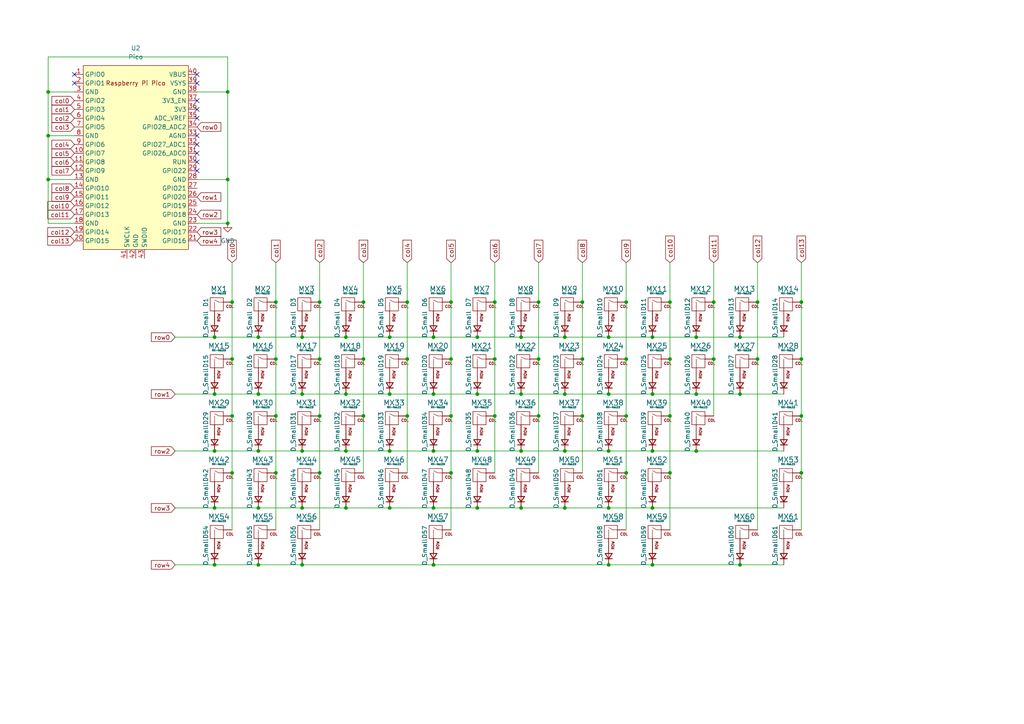
<source format=kicad_sch>
(kicad_sch (version 20211123) (generator eeschema)

  (uuid 9fae46d2-f112-4515-b2cd-0d7a51c75364)

  (paper "A4")

  (lib_symbols
    (symbol "Device:D_Small" (pin_numbers hide) (pin_names (offset 0.254) hide) (in_bom yes) (on_board yes)
      (property "Reference" "D" (id 0) (at -1.27 2.032 0)
        (effects (font (size 1.27 1.27)) (justify left))
      )
      (property "Value" "D_Small" (id 1) (at -3.81 -2.032 0)
        (effects (font (size 1.27 1.27)) (justify left))
      )
      (property "Footprint" "" (id 2) (at 0 0 90)
        (effects (font (size 1.27 1.27)) hide)
      )
      (property "Datasheet" "~" (id 3) (at 0 0 90)
        (effects (font (size 1.27 1.27)) hide)
      )
      (property "ki_keywords" "diode" (id 4) (at 0 0 0)
        (effects (font (size 1.27 1.27)) hide)
      )
      (property "ki_description" "Diode, small symbol" (id 5) (at 0 0 0)
        (effects (font (size 1.27 1.27)) hide)
      )
      (property "ki_fp_filters" "TO-???* *_Diode_* *SingleDiode* D_*" (id 6) (at 0 0 0)
        (effects (font (size 1.27 1.27)) hide)
      )
      (symbol "D_Small_0_1"
        (polyline
          (pts
            (xy -0.762 -1.016)
            (xy -0.762 1.016)
          )
          (stroke (width 0.254) (type default) (color 0 0 0 0))
          (fill (type none))
        )
        (polyline
          (pts
            (xy -0.762 0)
            (xy 0.762 0)
          )
          (stroke (width 0) (type default) (color 0 0 0 0))
          (fill (type none))
        )
        (polyline
          (pts
            (xy 0.762 -1.016)
            (xy -0.762 0)
            (xy 0.762 1.016)
            (xy 0.762 -1.016)
          )
          (stroke (width 0.254) (type default) (color 0 0 0 0))
          (fill (type none))
        )
      )
      (symbol "D_Small_1_1"
        (pin passive line (at -2.54 0 0) (length 1.778)
          (name "K" (effects (font (size 1.27 1.27))))
          (number "1" (effects (font (size 1.27 1.27))))
        )
        (pin passive line (at 2.54 0 180) (length 1.778)
          (name "A" (effects (font (size 1.27 1.27))))
          (number "2" (effects (font (size 1.27 1.27))))
        )
      )
    )
    (symbol "MCU_RaspberryPi_and_Boards:Pico" (in_bom yes) (on_board yes)
      (property "Reference" "U" (id 0) (at -13.97 27.94 0)
        (effects (font (size 1.27 1.27)))
      )
      (property "Value" "Pico" (id 1) (at 0 19.05 0)
        (effects (font (size 1.27 1.27)))
      )
      (property "Footprint" "RPi_Pico:RPi_Pico_SMD_TH" (id 2) (at 0 0 90)
        (effects (font (size 1.27 1.27)) hide)
      )
      (property "Datasheet" "" (id 3) (at 0 0 0)
        (effects (font (size 1.27 1.27)) hide)
      )
      (symbol "Pico_0_0"
        (text "Raspberry Pi Pico" (at 0 21.59 0)
          (effects (font (size 1.27 1.27)))
        )
      )
      (symbol "Pico_0_1"
        (rectangle (start -15.24 26.67) (end 15.24 -26.67)
          (stroke (width 0) (type default) (color 0 0 0 0))
          (fill (type background))
        )
      )
      (symbol "Pico_1_1"
        (pin bidirectional line (at -17.78 24.13 0) (length 2.54)
          (name "GPIO0" (effects (font (size 1.27 1.27))))
          (number "1" (effects (font (size 1.27 1.27))))
        )
        (pin bidirectional line (at -17.78 1.27 0) (length 2.54)
          (name "GPIO7" (effects (font (size 1.27 1.27))))
          (number "10" (effects (font (size 1.27 1.27))))
        )
        (pin bidirectional line (at -17.78 -1.27 0) (length 2.54)
          (name "GPIO8" (effects (font (size 1.27 1.27))))
          (number "11" (effects (font (size 1.27 1.27))))
        )
        (pin bidirectional line (at -17.78 -3.81 0) (length 2.54)
          (name "GPIO9" (effects (font (size 1.27 1.27))))
          (number "12" (effects (font (size 1.27 1.27))))
        )
        (pin power_in line (at -17.78 -6.35 0) (length 2.54)
          (name "GND" (effects (font (size 1.27 1.27))))
          (number "13" (effects (font (size 1.27 1.27))))
        )
        (pin bidirectional line (at -17.78 -8.89 0) (length 2.54)
          (name "GPIO10" (effects (font (size 1.27 1.27))))
          (number "14" (effects (font (size 1.27 1.27))))
        )
        (pin bidirectional line (at -17.78 -11.43 0) (length 2.54)
          (name "GPIO11" (effects (font (size 1.27 1.27))))
          (number "15" (effects (font (size 1.27 1.27))))
        )
        (pin bidirectional line (at -17.78 -13.97 0) (length 2.54)
          (name "GPIO12" (effects (font (size 1.27 1.27))))
          (number "16" (effects (font (size 1.27 1.27))))
        )
        (pin bidirectional line (at -17.78 -16.51 0) (length 2.54)
          (name "GPIO13" (effects (font (size 1.27 1.27))))
          (number "17" (effects (font (size 1.27 1.27))))
        )
        (pin power_in line (at -17.78 -19.05 0) (length 2.54)
          (name "GND" (effects (font (size 1.27 1.27))))
          (number "18" (effects (font (size 1.27 1.27))))
        )
        (pin bidirectional line (at -17.78 -21.59 0) (length 2.54)
          (name "GPIO14" (effects (font (size 1.27 1.27))))
          (number "19" (effects (font (size 1.27 1.27))))
        )
        (pin bidirectional line (at -17.78 21.59 0) (length 2.54)
          (name "GPIO1" (effects (font (size 1.27 1.27))))
          (number "2" (effects (font (size 1.27 1.27))))
        )
        (pin bidirectional line (at -17.78 -24.13 0) (length 2.54)
          (name "GPIO15" (effects (font (size 1.27 1.27))))
          (number "20" (effects (font (size 1.27 1.27))))
        )
        (pin bidirectional line (at 17.78 -24.13 180) (length 2.54)
          (name "GPIO16" (effects (font (size 1.27 1.27))))
          (number "21" (effects (font (size 1.27 1.27))))
        )
        (pin bidirectional line (at 17.78 -21.59 180) (length 2.54)
          (name "GPIO17" (effects (font (size 1.27 1.27))))
          (number "22" (effects (font (size 1.27 1.27))))
        )
        (pin power_in line (at 17.78 -19.05 180) (length 2.54)
          (name "GND" (effects (font (size 1.27 1.27))))
          (number "23" (effects (font (size 1.27 1.27))))
        )
        (pin bidirectional line (at 17.78 -16.51 180) (length 2.54)
          (name "GPIO18" (effects (font (size 1.27 1.27))))
          (number "24" (effects (font (size 1.27 1.27))))
        )
        (pin bidirectional line (at 17.78 -13.97 180) (length 2.54)
          (name "GPIO19" (effects (font (size 1.27 1.27))))
          (number "25" (effects (font (size 1.27 1.27))))
        )
        (pin bidirectional line (at 17.78 -11.43 180) (length 2.54)
          (name "GPIO20" (effects (font (size 1.27 1.27))))
          (number "26" (effects (font (size 1.27 1.27))))
        )
        (pin bidirectional line (at 17.78 -8.89 180) (length 2.54)
          (name "GPIO21" (effects (font (size 1.27 1.27))))
          (number "27" (effects (font (size 1.27 1.27))))
        )
        (pin power_in line (at 17.78 -6.35 180) (length 2.54)
          (name "GND" (effects (font (size 1.27 1.27))))
          (number "28" (effects (font (size 1.27 1.27))))
        )
        (pin bidirectional line (at 17.78 -3.81 180) (length 2.54)
          (name "GPIO22" (effects (font (size 1.27 1.27))))
          (number "29" (effects (font (size 1.27 1.27))))
        )
        (pin power_in line (at -17.78 19.05 0) (length 2.54)
          (name "GND" (effects (font (size 1.27 1.27))))
          (number "3" (effects (font (size 1.27 1.27))))
        )
        (pin input line (at 17.78 -1.27 180) (length 2.54)
          (name "RUN" (effects (font (size 1.27 1.27))))
          (number "30" (effects (font (size 1.27 1.27))))
        )
        (pin bidirectional line (at 17.78 1.27 180) (length 2.54)
          (name "GPIO26_ADC0" (effects (font (size 1.27 1.27))))
          (number "31" (effects (font (size 1.27 1.27))))
        )
        (pin bidirectional line (at 17.78 3.81 180) (length 2.54)
          (name "GPIO27_ADC1" (effects (font (size 1.27 1.27))))
          (number "32" (effects (font (size 1.27 1.27))))
        )
        (pin power_in line (at 17.78 6.35 180) (length 2.54)
          (name "AGND" (effects (font (size 1.27 1.27))))
          (number "33" (effects (font (size 1.27 1.27))))
        )
        (pin bidirectional line (at 17.78 8.89 180) (length 2.54)
          (name "GPIO28_ADC2" (effects (font (size 1.27 1.27))))
          (number "34" (effects (font (size 1.27 1.27))))
        )
        (pin power_in line (at 17.78 11.43 180) (length 2.54)
          (name "ADC_VREF" (effects (font (size 1.27 1.27))))
          (number "35" (effects (font (size 1.27 1.27))))
        )
        (pin power_in line (at 17.78 13.97 180) (length 2.54)
          (name "3V3" (effects (font (size 1.27 1.27))))
          (number "36" (effects (font (size 1.27 1.27))))
        )
        (pin input line (at 17.78 16.51 180) (length 2.54)
          (name "3V3_EN" (effects (font (size 1.27 1.27))))
          (number "37" (effects (font (size 1.27 1.27))))
        )
        (pin bidirectional line (at 17.78 19.05 180) (length 2.54)
          (name "GND" (effects (font (size 1.27 1.27))))
          (number "38" (effects (font (size 1.27 1.27))))
        )
        (pin power_in line (at 17.78 21.59 180) (length 2.54)
          (name "VSYS" (effects (font (size 1.27 1.27))))
          (number "39" (effects (font (size 1.27 1.27))))
        )
        (pin bidirectional line (at -17.78 16.51 0) (length 2.54)
          (name "GPIO2" (effects (font (size 1.27 1.27))))
          (number "4" (effects (font (size 1.27 1.27))))
        )
        (pin power_in line (at 17.78 24.13 180) (length 2.54)
          (name "VBUS" (effects (font (size 1.27 1.27))))
          (number "40" (effects (font (size 1.27 1.27))))
        )
        (pin input line (at -2.54 -29.21 90) (length 2.54)
          (name "SWCLK" (effects (font (size 1.27 1.27))))
          (number "41" (effects (font (size 1.27 1.27))))
        )
        (pin power_in line (at 0 -29.21 90) (length 2.54)
          (name "GND" (effects (font (size 1.27 1.27))))
          (number "42" (effects (font (size 1.27 1.27))))
        )
        (pin bidirectional line (at 2.54 -29.21 90) (length 2.54)
          (name "SWDIO" (effects (font (size 1.27 1.27))))
          (number "43" (effects (font (size 1.27 1.27))))
        )
        (pin bidirectional line (at -17.78 13.97 0) (length 2.54)
          (name "GPIO3" (effects (font (size 1.27 1.27))))
          (number "5" (effects (font (size 1.27 1.27))))
        )
        (pin bidirectional line (at -17.78 11.43 0) (length 2.54)
          (name "GPIO4" (effects (font (size 1.27 1.27))))
          (number "6" (effects (font (size 1.27 1.27))))
        )
        (pin bidirectional line (at -17.78 8.89 0) (length 2.54)
          (name "GPIO5" (effects (font (size 1.27 1.27))))
          (number "7" (effects (font (size 1.27 1.27))))
        )
        (pin power_in line (at -17.78 6.35 0) (length 2.54)
          (name "GND" (effects (font (size 1.27 1.27))))
          (number "8" (effects (font (size 1.27 1.27))))
        )
        (pin bidirectional line (at -17.78 3.81 0) (length 2.54)
          (name "GPIO6" (effects (font (size 1.27 1.27))))
          (number "9" (effects (font (size 1.27 1.27))))
        )
      )
    )
    (symbol "MX_Alps_Hybrid:MX-NoLED" (pin_names (offset 1.016)) (in_bom yes) (on_board yes)
      (property "Reference" "MX" (id 0) (at -0.635 3.81 0)
        (effects (font (size 1.524 1.524)))
      )
      (property "Value" "MX-NoLED" (id 1) (at -0.635 1.27 0)
        (effects (font (size 0.508 0.508)))
      )
      (property "Footprint" "" (id 2) (at -15.875 -0.635 0)
        (effects (font (size 1.524 1.524)) hide)
      )
      (property "Datasheet" "" (id 3) (at -15.875 -0.635 0)
        (effects (font (size 1.524 1.524)) hide)
      )
      (symbol "MX-NoLED_0_0"
        (rectangle (start -2.54 2.54) (end 1.27 -1.27)
          (stroke (width 0) (type default) (color 0 0 0 0))
          (fill (type none))
        )
        (polyline
          (pts
            (xy -1.27 -1.27)
            (xy -1.27 1.27)
          )
          (stroke (width 0.127) (type default) (color 0 0 0 0))
          (fill (type none))
        )
        (polyline
          (pts
            (xy 1.27 1.27)
            (xy 0 1.27)
            (xy -1.27 1.905)
          )
          (stroke (width 0.127) (type default) (color 0 0 0 0))
          (fill (type none))
        )
        (text "COL" (at 3.175 0 0)
          (effects (font (size 0.762 0.762)))
        )
        (text "ROW" (at 0 -1.905 900)
          (effects (font (size 0.762 0.762)) (justify right))
        )
      )
      (symbol "MX-NoLED_1_1"
        (pin passive line (at 3.81 1.27 180) (length 2.54)
          (name "COL" (effects (font (size 0 0))))
          (number "1" (effects (font (size 0 0))))
        )
        (pin passive line (at -1.27 -3.81 90) (length 2.54)
          (name "ROW" (effects (font (size 0 0))))
          (number "2" (effects (font (size 0 0))))
        )
      )
    )
    (symbol "power:GND" (power) (pin_names (offset 0)) (in_bom yes) (on_board yes)
      (property "Reference" "#PWR" (id 0) (at 0 -6.35 0)
        (effects (font (size 1.27 1.27)) hide)
      )
      (property "Value" "GND" (id 1) (at 0 -3.81 0)
        (effects (font (size 1.27 1.27)))
      )
      (property "Footprint" "" (id 2) (at 0 0 0)
        (effects (font (size 1.27 1.27)) hide)
      )
      (property "Datasheet" "" (id 3) (at 0 0 0)
        (effects (font (size 1.27 1.27)) hide)
      )
      (property "ki_keywords" "global power" (id 4) (at 0 0 0)
        (effects (font (size 1.27 1.27)) hide)
      )
      (property "ki_description" "Power symbol creates a global label with name \"GND\" , ground" (id 5) (at 0 0 0)
        (effects (font (size 1.27 1.27)) hide)
      )
      (symbol "GND_0_1"
        (polyline
          (pts
            (xy 0 0)
            (xy 0 -1.27)
            (xy 1.27 -1.27)
            (xy 0 -2.54)
            (xy -1.27 -1.27)
            (xy 0 -1.27)
          )
          (stroke (width 0) (type default) (color 0 0 0 0))
          (fill (type none))
        )
      )
      (symbol "GND_1_1"
        (pin power_in line (at 0 0 270) (length 0) hide
          (name "GND" (effects (font (size 1.27 1.27))))
          (number "1" (effects (font (size 1.27 1.27))))
        )
      )
    )
  )

  (junction (at 67.31 87.63) (diameter 0) (color 0 0 0 0)
    (uuid 014b107d-1526-4101-bbdf-99b8df74ea1c)
  )
  (junction (at 138.43 147.32) (diameter 0) (color 0 0 0 0)
    (uuid 044b5e35-6469-4879-8883-e5d08e6773eb)
  )
  (junction (at 163.83 147.32) (diameter 0) (color 0 0 0 0)
    (uuid 086b0849-3951-43a7-9bad-a69ae7e999ca)
  )
  (junction (at 74.93 97.79) (diameter 0) (color 0 0 0 0)
    (uuid 09129ccd-9c90-4de9-8f9d-6e913dad1973)
  )
  (junction (at 181.61 120.65) (diameter 0) (color 0 0 0 0)
    (uuid 15597349-b221-4337-9b92-67fb53c4ae1c)
  )
  (junction (at 62.23 163.83) (diameter 0) (color 0 0 0 0)
    (uuid 1793157b-2408-46b7-96eb-35c134308f02)
  )
  (junction (at 87.63 163.83) (diameter 0) (color 0 0 0 0)
    (uuid 186ee58e-4a6d-474c-9080-aa1ca39bb59e)
  )
  (junction (at 194.31 120.65) (diameter 0) (color 0 0 0 0)
    (uuid 1f4b4f7f-c3d0-4d4a-a3f4-10c89f0de288)
  )
  (junction (at 151.13 147.32) (diameter 0) (color 0 0 0 0)
    (uuid 1f79c029-4c84-428f-8858-2b6150baa899)
  )
  (junction (at 214.63 163.83) (diameter 0) (color 0 0 0 0)
    (uuid 20cf40f1-f76f-4a5f-8dc3-a7d6c3c37eff)
  )
  (junction (at 156.21 104.14) (diameter 0) (color 0 0 0 0)
    (uuid 247f2bcc-c6b4-40cb-b96b-542333f2c420)
  )
  (junction (at 118.11 104.14) (diameter 0) (color 0 0 0 0)
    (uuid 259c8a59-880c-43f0-b365-f46d6141f352)
  )
  (junction (at 176.53 97.79) (diameter 0) (color 0 0 0 0)
    (uuid 29ca264f-fbf6-4882-a4bf-70188e49a753)
  )
  (junction (at 80.01 137.16) (diameter 0) (color 0 0 0 0)
    (uuid 2d6f704d-b3fa-418a-a1d7-921e4475d3d7)
  )
  (junction (at 232.41 87.63) (diameter 0) (color 0 0 0 0)
    (uuid 2ebce0e0-4bca-4e58-91e3-c3809da6d5bc)
  )
  (junction (at 138.43 114.3) (diameter 0) (color 0 0 0 0)
    (uuid 2f309ee8-d0b2-4880-9b5c-683db834b300)
  )
  (junction (at 176.53 130.81) (diameter 0) (color 0 0 0 0)
    (uuid 311094f8-a4f3-4a74-be93-0f99c7da92ab)
  )
  (junction (at 66.04 52.07) (diameter 0) (color 0 0 0 0)
    (uuid 381bd1c9-eda2-4bc7-b225-5a8e7a838336)
  )
  (junction (at 74.93 130.81) (diameter 0) (color 0 0 0 0)
    (uuid 3847689c-71f7-4210-992a-beb32e59f2ee)
  )
  (junction (at 207.01 104.14) (diameter 0) (color 0 0 0 0)
    (uuid 3aab458d-1989-423b-88c5-14680bd63d5b)
  )
  (junction (at 125.73 163.83) (diameter 0) (color 0 0 0 0)
    (uuid 3b35ed19-f60b-489b-b826-b46235924e24)
  )
  (junction (at 194.31 104.14) (diameter 0) (color 0 0 0 0)
    (uuid 3ba25bde-1cec-4e37-aa4d-40e4cd4d679c)
  )
  (junction (at 80.01 87.63) (diameter 0) (color 0 0 0 0)
    (uuid 3d34742c-750d-4bee-8e29-68be1dd34279)
  )
  (junction (at 189.23 97.79) (diameter 0) (color 0 0 0 0)
    (uuid 3f0676b1-f352-4755-8dca-c038183306b9)
  )
  (junction (at 113.03 147.32) (diameter 0) (color 0 0 0 0)
    (uuid 4074d213-7e5d-49aa-893e-e7ce844b0e29)
  )
  (junction (at 201.93 130.81) (diameter 0) (color 0 0 0 0)
    (uuid 41f8df61-4dca-45f9-a61c-ffea91895f22)
  )
  (junction (at 66.04 64.77) (diameter 0) (color 0 0 0 0)
    (uuid 45bc1356-bda5-428e-a88a-b6c54309218f)
  )
  (junction (at 92.71 120.65) (diameter 0) (color 0 0 0 0)
    (uuid 47af6fbf-9313-4bdc-95df-abf60cc3b8aa)
  )
  (junction (at 13.97 52.07) (diameter 0) (color 0 0 0 0)
    (uuid 49aa2dc3-0fe5-472c-8c00-e4da5130976a)
  )
  (junction (at 87.63 147.32) (diameter 0) (color 0 0 0 0)
    (uuid 4abc2ac8-2cce-4773-8ac4-0407c544297a)
  )
  (junction (at 62.23 130.81) (diameter 0) (color 0 0 0 0)
    (uuid 4b7988e2-5423-4553-bd4b-960cc8167c43)
  )
  (junction (at 130.81 137.16) (diameter 0) (color 0 0 0 0)
    (uuid 4e2072b4-6e36-4930-aaf1-0ae90653690f)
  )
  (junction (at 118.11 87.63) (diameter 0) (color 0 0 0 0)
    (uuid 4e439040-d379-46fe-abbe-733a0ec2bc72)
  )
  (junction (at 67.31 120.65) (diameter 0) (color 0 0 0 0)
    (uuid 5028593d-9b6c-4a09-97d8-8e79388343d2)
  )
  (junction (at 87.63 97.79) (diameter 0) (color 0 0 0 0)
    (uuid 5149b4dd-0cdf-4a83-8403-746945b0fed8)
  )
  (junction (at 207.01 87.63) (diameter 0) (color 0 0 0 0)
    (uuid 51b5be36-5e7b-461b-b51e-2c4c562dfd70)
  )
  (junction (at 100.33 114.3) (diameter 0) (color 0 0 0 0)
    (uuid 51d0efb6-8ed5-4b47-b833-074d78fdf16a)
  )
  (junction (at 100.33 97.79) (diameter 0) (color 0 0 0 0)
    (uuid 51d5e7da-beac-49a5-9379-937efb2629a3)
  )
  (junction (at 189.23 147.32) (diameter 0) (color 0 0 0 0)
    (uuid 5346e2bd-b3e2-41fa-864d-e170fd568edf)
  )
  (junction (at 105.41 120.65) (diameter 0) (color 0 0 0 0)
    (uuid 5427bd2e-6d9a-41f3-b513-0ad60e5e788b)
  )
  (junction (at 74.93 114.3) (diameter 0) (color 0 0 0 0)
    (uuid 54899bf9-7957-4bb8-b1f4-58f399b6e871)
  )
  (junction (at 100.33 130.81) (diameter 0) (color 0 0 0 0)
    (uuid 56258219-7d63-4262-85c3-1ba6d8fb3935)
  )
  (junction (at 181.61 104.14) (diameter 0) (color 0 0 0 0)
    (uuid 596015c2-7682-451b-974d-8c937479d7c7)
  )
  (junction (at 125.73 130.81) (diameter 0) (color 0 0 0 0)
    (uuid 5eca4cfd-830e-48e2-9eb1-5dd29aeb9b68)
  )
  (junction (at 87.63 114.3) (diameter 0) (color 0 0 0 0)
    (uuid 5fc62b48-8b50-4f2e-ba94-eb94a8b04ae7)
  )
  (junction (at 118.11 120.65) (diameter 0) (color 0 0 0 0)
    (uuid 69281e31-185d-49d8-a474-571637bb926e)
  )
  (junction (at 181.61 87.63) (diameter 0) (color 0 0 0 0)
    (uuid 6aa2b930-27d0-4a77-8d11-3ea2d8ec3861)
  )
  (junction (at 176.53 163.83) (diameter 0) (color 0 0 0 0)
    (uuid 6fd42da9-f5f4-40f0-8f04-024112dad14f)
  )
  (junction (at 156.21 87.63) (diameter 0) (color 0 0 0 0)
    (uuid 7495e724-a529-497d-bd69-49bdcce99b2b)
  )
  (junction (at 100.33 147.32) (diameter 0) (color 0 0 0 0)
    (uuid 75dcd9c6-000a-4207-b284-65a37e48f0e7)
  )
  (junction (at 92.71 104.14) (diameter 0) (color 0 0 0 0)
    (uuid 75e46d14-70c6-4fa1-9de9-313edb5a5d59)
  )
  (junction (at 151.13 114.3) (diameter 0) (color 0 0 0 0)
    (uuid 79a6f9a0-ba8f-452b-82c9-790663460b44)
  )
  (junction (at 66.04 26.67) (diameter 0) (color 0 0 0 0)
    (uuid 79e4cb9b-cd5f-4d0d-b8fa-73382d66e11e)
  )
  (junction (at 163.83 114.3) (diameter 0) (color 0 0 0 0)
    (uuid 7a02b9a1-b0fd-4c6a-bc44-3cc9b9de6196)
  )
  (junction (at 163.83 130.81) (diameter 0) (color 0 0 0 0)
    (uuid 7a771305-a9af-45c6-9774-ce61a61873a1)
  )
  (junction (at 80.01 104.14) (diameter 0) (color 0 0 0 0)
    (uuid 7d154e50-e705-43e0-9ad7-6557bc810559)
  )
  (junction (at 143.51 120.65) (diameter 0) (color 0 0 0 0)
    (uuid 7f9e8590-3684-4c4d-9b65-e07590aa6748)
  )
  (junction (at 176.53 114.3) (diameter 0) (color 0 0 0 0)
    (uuid 7fd01d2b-e084-43ad-8c7d-c5f9df5f4d2e)
  )
  (junction (at 130.81 120.65) (diameter 0) (color 0 0 0 0)
    (uuid 823d22be-f60e-4d9b-80d1-f33f7296b9f8)
  )
  (junction (at 92.71 87.63) (diameter 0) (color 0 0 0 0)
    (uuid 82acb231-9793-473a-a804-1c062a6c277c)
  )
  (junction (at 181.61 137.16) (diameter 0) (color 0 0 0 0)
    (uuid 82c194af-0fae-496c-a36e-3055a18c3532)
  )
  (junction (at 130.81 87.63) (diameter 0) (color 0 0 0 0)
    (uuid 82d482b2-630a-494d-9065-453edf413ef1)
  )
  (junction (at 189.23 163.83) (diameter 0) (color 0 0 0 0)
    (uuid 83bf95ad-5ac3-4ee1-ad24-15008b21357c)
  )
  (junction (at 219.71 104.14) (diameter 0) (color 0 0 0 0)
    (uuid 862bb920-c067-4699-a2ae-d4481666610f)
  )
  (junction (at 151.13 130.81) (diameter 0) (color 0 0 0 0)
    (uuid 895d89ed-9a57-4e0a-b02b-9a3321b9cfe8)
  )
  (junction (at 219.71 87.63) (diameter 0) (color 0 0 0 0)
    (uuid 8cd8a5b0-a394-4b61-b4e7-24ba5625c3bb)
  )
  (junction (at 138.43 97.79) (diameter 0) (color 0 0 0 0)
    (uuid 8d23a2d1-2a5f-4a3c-b22f-559c3a9e2060)
  )
  (junction (at 176.53 147.32) (diameter 0) (color 0 0 0 0)
    (uuid 8e17971a-8ec2-4bfd-b4ab-a83f3eda2c9f)
  )
  (junction (at 113.03 97.79) (diameter 0) (color 0 0 0 0)
    (uuid 9275d247-adad-473c-8ebb-576ec9c80fb5)
  )
  (junction (at 113.03 114.3) (diameter 0) (color 0 0 0 0)
    (uuid 94c75666-b3e6-4e1b-90d9-9dd197a22fa0)
  )
  (junction (at 125.73 147.32) (diameter 0) (color 0 0 0 0)
    (uuid 95352703-63e2-4129-9439-890b6c04413c)
  )
  (junction (at 138.43 130.81) (diameter 0) (color 0 0 0 0)
    (uuid 9800c626-a7c6-422c-b9c4-79dd12d001bd)
  )
  (junction (at 168.91 87.63) (diameter 0) (color 0 0 0 0)
    (uuid 9809c25c-e3b1-4698-a245-0d885a3e52a7)
  )
  (junction (at 92.71 137.16) (diameter 0) (color 0 0 0 0)
    (uuid 9ab7a42e-3876-4be3-b367-666eddf6b053)
  )
  (junction (at 151.13 97.79) (diameter 0) (color 0 0 0 0)
    (uuid 9e805c5c-f0d8-4546-a162-bad332e3c2b6)
  )
  (junction (at 67.31 104.14) (diameter 0) (color 0 0 0 0)
    (uuid a1bd48f9-0462-4656-aa0f-892b5068c95c)
  )
  (junction (at 74.93 163.83) (diameter 0) (color 0 0 0 0)
    (uuid a96d6e25-0668-4706-abf3-6f2969c9076d)
  )
  (junction (at 168.91 104.14) (diameter 0) (color 0 0 0 0)
    (uuid aacad9c3-2bd7-44d4-a71a-2671bb1a6eb8)
  )
  (junction (at 214.63 114.3) (diameter 0) (color 0 0 0 0)
    (uuid ae5e2ce0-92d8-4cb7-83a8-6b3978e000c6)
  )
  (junction (at 87.63 130.81) (diameter 0) (color 0 0 0 0)
    (uuid b0d7ec24-14bd-4eff-85bc-4086e184f420)
  )
  (junction (at 194.31 137.16) (diameter 0) (color 0 0 0 0)
    (uuid b1ff2306-b846-40fe-a87f-f7bb136871e9)
  )
  (junction (at 74.93 147.32) (diameter 0) (color 0 0 0 0)
    (uuid b2a29d80-a568-4be5-9445-9f6d74136889)
  )
  (junction (at 156.21 120.65) (diameter 0) (color 0 0 0 0)
    (uuid b34d59ee-d948-49c4-ab7f-78d3f5ad1fd6)
  )
  (junction (at 113.03 130.81) (diameter 0) (color 0 0 0 0)
    (uuid b6a95665-06e9-4985-a2c9-65d1e3bc68d7)
  )
  (junction (at 201.93 114.3) (diameter 0) (color 0 0 0 0)
    (uuid baa52327-2dd4-4e88-b178-9be8adc7dfa4)
  )
  (junction (at 232.41 137.16) (diameter 0) (color 0 0 0 0)
    (uuid beb4e65e-1024-42a4-afed-76d473597fc9)
  )
  (junction (at 232.41 120.65) (diameter 0) (color 0 0 0 0)
    (uuid c0fbed27-f4e0-4992-95f7-6bff68601a0a)
  )
  (junction (at 80.01 120.65) (diameter 0) (color 0 0 0 0)
    (uuid c6a2926e-f85a-44dc-bfdb-b791d1cff26d)
  )
  (junction (at 194.31 87.63) (diameter 0) (color 0 0 0 0)
    (uuid caefc143-0754-486e-b12e-559301400722)
  )
  (junction (at 168.91 120.65) (diameter 0) (color 0 0 0 0)
    (uuid cb8f1524-21b4-47ce-b222-1eba0a39240b)
  )
  (junction (at 62.23 97.79) (diameter 0) (color 0 0 0 0)
    (uuid cc3e095d-3b15-47ff-b9c4-d68cc0e079a1)
  )
  (junction (at 130.81 104.14) (diameter 0) (color 0 0 0 0)
    (uuid d043425d-30b5-4a6b-93ee-c204adb9dcf3)
  )
  (junction (at 62.23 114.3) (diameter 0) (color 0 0 0 0)
    (uuid d12f4810-d100-4cd9-90c1-2d043d2166ef)
  )
  (junction (at 125.73 97.79) (diameter 0) (color 0 0 0 0)
    (uuid d1dfb11e-dea8-4ecb-bd4f-7b89cf54b641)
  )
  (junction (at 105.41 104.14) (diameter 0) (color 0 0 0 0)
    (uuid d43dbdd8-78fd-4bf3-afa3-0ceab4f02ae2)
  )
  (junction (at 163.83 97.79) (diameter 0) (color 0 0 0 0)
    (uuid dc253474-4891-4e76-bd41-66f610e48dca)
  )
  (junction (at 214.63 97.79) (diameter 0) (color 0 0 0 0)
    (uuid de1e79b9-87cb-4eea-82d2-0f97c36334b9)
  )
  (junction (at 189.23 130.81) (diameter 0) (color 0 0 0 0)
    (uuid e19c2f87-c2d2-4faf-90c8-f62c203317be)
  )
  (junction (at 67.31 137.16) (diameter 0) (color 0 0 0 0)
    (uuid e20c8068-9897-46aa-91b4-667555f4113f)
  )
  (junction (at 125.73 114.3) (diameter 0) (color 0 0 0 0)
    (uuid e654f39d-12b7-43ac-8774-707364902306)
  )
  (junction (at 13.97 26.67) (diameter 0) (color 0 0 0 0)
    (uuid e8286dac-24cc-47ff-9046-b156b1c623f0)
  )
  (junction (at 143.51 104.14) (diameter 0) (color 0 0 0 0)
    (uuid eb79fda3-f971-41ca-bb40-910495bb2188)
  )
  (junction (at 189.23 114.3) (diameter 0) (color 0 0 0 0)
    (uuid ebf756a0-1139-46d1-91a7-e1862381d950)
  )
  (junction (at 62.23 147.32) (diameter 0) (color 0 0 0 0)
    (uuid f2b2fecb-bd81-4702-a24f-83722b7e8e43)
  )
  (junction (at 13.97 39.37) (diameter 0) (color 0 0 0 0)
    (uuid f9593705-4ddc-4056-bbe7-8ae223ec976d)
  )
  (junction (at 105.41 87.63) (diameter 0) (color 0 0 0 0)
    (uuid fa18522b-591c-4ff4-a64d-2186aaf4976c)
  )
  (junction (at 143.51 87.63) (diameter 0) (color 0 0 0 0)
    (uuid fb70c55d-c8eb-4302-9a74-76a3c95774af)
  )
  (junction (at 232.41 104.14) (diameter 0) (color 0 0 0 0)
    (uuid fd1fff78-40d3-48a6-8b8a-956f0dbc407f)
  )
  (junction (at 201.93 97.79) (diameter 0) (color 0 0 0 0)
    (uuid fde2ce1b-3576-4fd2-81a9-475dc8e55639)
  )

  (no_connect (at 57.15 49.53) (uuid 02354bec-8193-440a-85b1-c9b7a43a1816))
  (no_connect (at 57.15 41.91) (uuid 30437125-3fd2-4a50-a33c-76356be17047))
  (no_connect (at 21.59 24.13) (uuid 304695b1-dd64-469c-9e1b-4f512e8172fd))
  (no_connect (at 57.15 24.13) (uuid 48574228-be3a-429d-a9bb-a4e6641abd5f))
  (no_connect (at 21.59 21.59) (uuid 5a5729ad-9fe2-45b9-ba2b-224ba925ee02))
  (no_connect (at 57.15 29.21) (uuid 74506980-cb95-4a08-a621-e0eecb214929))
  (no_connect (at 57.15 31.75) (uuid a1199a36-1038-4a09-aa96-977a6ac5ed11))
  (no_connect (at 57.15 44.45) (uuid a94960ff-9835-4c1c-af62-6377e31bf3d9))
  (no_connect (at 57.15 34.29) (uuid ad584bc7-b313-4aef-bba6-b18d91e72294))
  (no_connect (at 57.15 39.37) (uuid b128bbbd-e897-4a43-938d-6599b7763812))
  (no_connect (at 57.15 21.59) (uuid de52cd9b-a096-4e0e-a43d-51559a04df76))
  (no_connect (at 57.15 46.99) (uuid facd3cfd-110c-4913-9995-fe189083d4d1))

  (wire (pts (xy 189.23 114.3) (xy 201.93 114.3))
    (stroke (width 0) (type default) (color 0 0 0 0))
    (uuid 00e515d6-8c59-4a2c-a512-de0d8d404607)
  )
  (wire (pts (xy 80.01 120.65) (xy 80.01 137.16))
    (stroke (width 0) (type default) (color 0 0 0 0))
    (uuid 028a9652-aa40-4102-9309-f7901400a72d)
  )
  (wire (pts (xy 92.71 76.2) (xy 92.71 87.63))
    (stroke (width 0) (type default) (color 0 0 0 0))
    (uuid 03bc1209-b469-4601-a634-9f9156db4cee)
  )
  (wire (pts (xy 113.03 130.81) (xy 125.73 130.81))
    (stroke (width 0) (type default) (color 0 0 0 0))
    (uuid 0612239c-4479-4518-80f4-b7babdca1bfd)
  )
  (wire (pts (xy 163.83 147.32) (xy 176.53 147.32))
    (stroke (width 0) (type default) (color 0 0 0 0))
    (uuid 069c2577-be3d-4ef7-80c4-97cd9a8443ea)
  )
  (wire (pts (xy 156.21 120.65) (xy 156.21 137.16))
    (stroke (width 0) (type default) (color 0 0 0 0))
    (uuid 08c20210-abb2-48cd-b225-17f6ebf971d8)
  )
  (wire (pts (xy 80.01 87.63) (xy 80.01 104.14))
    (stroke (width 0) (type default) (color 0 0 0 0))
    (uuid 0bdc46c8-9cee-4fd9-bf6d-0c6ebd2c4b69)
  )
  (wire (pts (xy 168.91 76.2) (xy 168.91 87.63))
    (stroke (width 0) (type default) (color 0 0 0 0))
    (uuid 1343bd5a-f48e-4a34-b23d-e2b114bba6fc)
  )
  (wire (pts (xy 232.41 76.2) (xy 232.41 87.63))
    (stroke (width 0) (type default) (color 0 0 0 0))
    (uuid 15014f11-a42e-406d-be1b-fd233ca945f7)
  )
  (wire (pts (xy 105.41 76.2) (xy 105.41 87.63))
    (stroke (width 0) (type default) (color 0 0 0 0))
    (uuid 1ce2155f-1551-4cc7-bba8-05292c12519d)
  )
  (wire (pts (xy 138.43 114.3) (xy 151.13 114.3))
    (stroke (width 0) (type default) (color 0 0 0 0))
    (uuid 1da6fd2a-006b-4947-bc77-18786c98f205)
  )
  (wire (pts (xy 113.03 97.79) (xy 125.73 97.79))
    (stroke (width 0) (type default) (color 0 0 0 0))
    (uuid 1df0a1c9-6380-4269-af33-53324aa0f1d0)
  )
  (wire (pts (xy 214.63 114.3) (xy 227.33 114.3))
    (stroke (width 0) (type default) (color 0 0 0 0))
    (uuid 1e4192c0-b9d4-4d27-9a10-bc7d0e3bf39c)
  )
  (wire (pts (xy 194.31 104.14) (xy 194.31 120.65))
    (stroke (width 0) (type default) (color 0 0 0 0))
    (uuid 21f2b180-b095-4040-9466-92d455f369ae)
  )
  (wire (pts (xy 62.23 130.81) (xy 74.93 130.81))
    (stroke (width 0) (type default) (color 0 0 0 0))
    (uuid 22803eef-c717-4619-9045-e39be322ba13)
  )
  (wire (pts (xy 201.93 97.79) (xy 214.63 97.79))
    (stroke (width 0) (type default) (color 0 0 0 0))
    (uuid 23107aad-c0e5-4941-b899-831eb21bac9e)
  )
  (wire (pts (xy 87.63 163.83) (xy 125.73 163.83))
    (stroke (width 0) (type default) (color 0 0 0 0))
    (uuid 23afc8bc-0efb-464e-8a94-0b48729843d4)
  )
  (wire (pts (xy 189.23 147.32) (xy 227.33 147.32))
    (stroke (width 0) (type default) (color 0 0 0 0))
    (uuid 2457aaf1-6b9d-4a7c-b3ce-74bd35b4904d)
  )
  (wire (pts (xy 62.23 114.3) (xy 74.93 114.3))
    (stroke (width 0) (type default) (color 0 0 0 0))
    (uuid 24ff3028-426b-4995-a5ee-38613b383779)
  )
  (wire (pts (xy 130.81 104.14) (xy 130.81 120.65))
    (stroke (width 0) (type default) (color 0 0 0 0))
    (uuid 25dfd28e-4174-4666-bcaa-dd84643babb6)
  )
  (wire (pts (xy 138.43 97.79) (xy 151.13 97.79))
    (stroke (width 0) (type default) (color 0 0 0 0))
    (uuid 27a351d6-f3b1-4672-a55d-916d9e4d6a41)
  )
  (wire (pts (xy 66.04 26.67) (xy 66.04 52.07))
    (stroke (width 0) (type default) (color 0 0 0 0))
    (uuid 2c92c262-ef34-4ab6-b542-acce71f9e67d)
  )
  (wire (pts (xy 92.71 104.14) (xy 92.71 120.65))
    (stroke (width 0) (type default) (color 0 0 0 0))
    (uuid 2ddd1b04-d4ef-47f3-b6a0-71a07ce3556f)
  )
  (wire (pts (xy 143.51 120.65) (xy 143.51 137.16))
    (stroke (width 0) (type default) (color 0 0 0 0))
    (uuid 2eb6d3c2-4909-4774-9e15-3f3f18555cea)
  )
  (wire (pts (xy 176.53 147.32) (xy 189.23 147.32))
    (stroke (width 0) (type default) (color 0 0 0 0))
    (uuid 2f30b956-03d4-4dcb-8acc-8496fe7f637f)
  )
  (wire (pts (xy 74.93 97.79) (xy 87.63 97.79))
    (stroke (width 0) (type default) (color 0 0 0 0))
    (uuid 309fd33d-05f1-4c86-bc09-ca060cf516b9)
  )
  (wire (pts (xy 143.51 76.2) (xy 143.51 87.63))
    (stroke (width 0) (type default) (color 0 0 0 0))
    (uuid 30ac6479-8917-4f25-b0a4-15a114926c36)
  )
  (wire (pts (xy 50.8 97.79) (xy 62.23 97.79))
    (stroke (width 0) (type default) (color 0 0 0 0))
    (uuid 3649b670-45ae-40ad-962d-a835255bc2a0)
  )
  (wire (pts (xy 181.61 137.16) (xy 181.61 153.67))
    (stroke (width 0) (type default) (color 0 0 0 0))
    (uuid 3823b514-b6f4-4246-9ddb-221e41c8a386)
  )
  (wire (pts (xy 50.8 114.3) (xy 62.23 114.3))
    (stroke (width 0) (type default) (color 0 0 0 0))
    (uuid 387d9c8a-8178-4721-8bf5-e19537f209ce)
  )
  (wire (pts (xy 232.41 137.16) (xy 232.41 153.67))
    (stroke (width 0) (type default) (color 0 0 0 0))
    (uuid 3d18f37b-a0dc-4fcc-b263-cc4d578327bf)
  )
  (wire (pts (xy 181.61 104.14) (xy 181.61 120.65))
    (stroke (width 0) (type default) (color 0 0 0 0))
    (uuid 413bbf31-532b-4bac-b993-6a24bbbdfcd9)
  )
  (wire (pts (xy 168.91 120.65) (xy 168.91 137.16))
    (stroke (width 0) (type default) (color 0 0 0 0))
    (uuid 41513683-b632-4cba-b4ef-052718d92cb5)
  )
  (wire (pts (xy 181.61 87.63) (xy 181.61 104.14))
    (stroke (width 0) (type default) (color 0 0 0 0))
    (uuid 42e91b0d-aa2f-493b-990d-61109a72c54a)
  )
  (wire (pts (xy 156.21 87.63) (xy 156.21 104.14))
    (stroke (width 0) (type default) (color 0 0 0 0))
    (uuid 4452198a-298d-41c5-8a5e-e2edbf095cb2)
  )
  (wire (pts (xy 118.11 104.14) (xy 118.11 120.65))
    (stroke (width 0) (type default) (color 0 0 0 0))
    (uuid 44a8dcbd-3e33-4d3b-9c36-de02a6c60296)
  )
  (wire (pts (xy 87.63 130.81) (xy 100.33 130.81))
    (stroke (width 0) (type default) (color 0 0 0 0))
    (uuid 452f7d54-358b-4d28-873f-d7ea471ed731)
  )
  (wire (pts (xy 125.73 114.3) (xy 138.43 114.3))
    (stroke (width 0) (type default) (color 0 0 0 0))
    (uuid 45a6895b-4eb9-45ea-8ef9-c6d8719a3baa)
  )
  (wire (pts (xy 92.71 87.63) (xy 92.71 104.14))
    (stroke (width 0) (type default) (color 0 0 0 0))
    (uuid 4e63855d-7a24-41c0-a123-6d868949eae7)
  )
  (wire (pts (xy 21.59 26.67) (xy 13.97 26.67))
    (stroke (width 0) (type default) (color 0 0 0 0))
    (uuid 51f446ee-da48-4187-9c7b-34687bff4b86)
  )
  (wire (pts (xy 163.83 130.81) (xy 176.53 130.81))
    (stroke (width 0) (type default) (color 0 0 0 0))
    (uuid 55f696be-8946-4f2b-b31c-8ee285ff4feb)
  )
  (wire (pts (xy 80.01 137.16) (xy 80.01 153.67))
    (stroke (width 0) (type default) (color 0 0 0 0))
    (uuid 57ab2d8d-2d62-439c-be56-14cab1fc2f72)
  )
  (wire (pts (xy 13.97 39.37) (xy 13.97 52.07))
    (stroke (width 0) (type default) (color 0 0 0 0))
    (uuid 5827e5c3-fea6-4fe2-aa82-8f0b26117a2e)
  )
  (wire (pts (xy 130.81 137.16) (xy 130.81 153.67))
    (stroke (width 0) (type default) (color 0 0 0 0))
    (uuid 5a71aea7-cbe1-4a09-b0a3-be98a0708054)
  )
  (wire (pts (xy 105.41 104.14) (xy 105.41 120.65))
    (stroke (width 0) (type default) (color 0 0 0 0))
    (uuid 5d668599-0583-4a64-afda-9279ebdf0f9d)
  )
  (wire (pts (xy 80.01 76.2) (xy 80.01 87.63))
    (stroke (width 0) (type default) (color 0 0 0 0))
    (uuid 5dd3f2bc-c07e-4404-a9d2-19618ab384fd)
  )
  (wire (pts (xy 143.51 87.63) (xy 143.51 104.14))
    (stroke (width 0) (type default) (color 0 0 0 0))
    (uuid 5ecd482c-7322-46eb-ba18-c999d1fa0832)
  )
  (wire (pts (xy 67.31 104.14) (xy 67.31 120.65))
    (stroke (width 0) (type default) (color 0 0 0 0))
    (uuid 6adb5e21-734d-4327-97a0-1ffc54cd20bd)
  )
  (wire (pts (xy 57.15 26.67) (xy 66.04 26.67))
    (stroke (width 0) (type default) (color 0 0 0 0))
    (uuid 7349a637-2465-4247-b835-531b35e5c923)
  )
  (wire (pts (xy 13.97 39.37) (xy 21.59 39.37))
    (stroke (width 0) (type default) (color 0 0 0 0))
    (uuid 73838186-6b70-487d-92a6-41592dd12e41)
  )
  (wire (pts (xy 100.33 130.81) (xy 113.03 130.81))
    (stroke (width 0) (type default) (color 0 0 0 0))
    (uuid 76ff7443-9f68-4f7a-9c27-c787d29cedaf)
  )
  (wire (pts (xy 207.01 104.14) (xy 207.01 120.65))
    (stroke (width 0) (type default) (color 0 0 0 0))
    (uuid 7952801d-0176-447c-8a3a-4fb385d09dd8)
  )
  (wire (pts (xy 232.41 104.14) (xy 232.41 120.65))
    (stroke (width 0) (type default) (color 0 0 0 0))
    (uuid 796018eb-c298-43dd-ba3a-9202df8838ae)
  )
  (wire (pts (xy 66.04 52.07) (xy 66.04 64.77))
    (stroke (width 0) (type default) (color 0 0 0 0))
    (uuid 7b9eb3ae-c4cb-408f-9ddf-c3c750aba528)
  )
  (wire (pts (xy 74.93 130.81) (xy 87.63 130.81))
    (stroke (width 0) (type default) (color 0 0 0 0))
    (uuid 7c256aae-15cd-42dd-a343-354f38fda6fb)
  )
  (wire (pts (xy 125.73 97.79) (xy 138.43 97.79))
    (stroke (width 0) (type default) (color 0 0 0 0))
    (uuid 7d0aa719-d772-4ad0-9f06-1981f1a9a03d)
  )
  (wire (pts (xy 214.63 97.79) (xy 227.33 97.79))
    (stroke (width 0) (type default) (color 0 0 0 0))
    (uuid 7d29a3b0-6757-4da5-92e4-34e0d3a10d77)
  )
  (wire (pts (xy 201.93 114.3) (xy 214.63 114.3))
    (stroke (width 0) (type default) (color 0 0 0 0))
    (uuid 7f25ca28-5d8f-4a06-a305-ae82591b2f22)
  )
  (wire (pts (xy 67.31 76.2) (xy 67.31 87.63))
    (stroke (width 0) (type default) (color 0 0 0 0))
    (uuid 802f6699-bf93-4b38-a5e3-4b997a9eddfc)
  )
  (wire (pts (xy 214.63 163.83) (xy 227.33 163.83))
    (stroke (width 0) (type default) (color 0 0 0 0))
    (uuid 8251f726-8822-410d-81b2-31e486157753)
  )
  (wire (pts (xy 189.23 163.83) (xy 214.63 163.83))
    (stroke (width 0) (type default) (color 0 0 0 0))
    (uuid 82588c1a-009e-4c65-85d4-74e0a0fa800f)
  )
  (wire (pts (xy 151.13 114.3) (xy 163.83 114.3))
    (stroke (width 0) (type default) (color 0 0 0 0))
    (uuid 844ba775-b06d-49bc-a53f-4b4af11a054d)
  )
  (wire (pts (xy 130.81 120.65) (xy 130.81 137.16))
    (stroke (width 0) (type default) (color 0 0 0 0))
    (uuid 847aaf72-b63a-4df5-849a-de451df178b6)
  )
  (wire (pts (xy 100.33 147.32) (xy 113.03 147.32))
    (stroke (width 0) (type default) (color 0 0 0 0))
    (uuid 8943d29b-e8aa-45c2-860a-430e31589e17)
  )
  (wire (pts (xy 194.31 76.2) (xy 194.31 87.63))
    (stroke (width 0) (type default) (color 0 0 0 0))
    (uuid 9205e8b5-2242-4a6c-8a23-cdbf11b4ae76)
  )
  (wire (pts (xy 62.23 163.83) (xy 74.93 163.83))
    (stroke (width 0) (type default) (color 0 0 0 0))
    (uuid 926112a3-49c8-47ce-abd8-e9dcc74b2426)
  )
  (wire (pts (xy 138.43 130.81) (xy 151.13 130.81))
    (stroke (width 0) (type default) (color 0 0 0 0))
    (uuid 9456cdb6-b5ba-49c9-8523-c01e9925597e)
  )
  (wire (pts (xy 50.8 163.83) (xy 62.23 163.83))
    (stroke (width 0) (type default) (color 0 0 0 0))
    (uuid 94fc27f7-1bb6-4dbb-9976-78b99286226c)
  )
  (wire (pts (xy 168.91 87.63) (xy 168.91 104.14))
    (stroke (width 0) (type default) (color 0 0 0 0))
    (uuid 9657b336-67c0-4545-a9be-14a51bcc3dbd)
  )
  (wire (pts (xy 194.31 87.63) (xy 194.31 104.14))
    (stroke (width 0) (type default) (color 0 0 0 0))
    (uuid 9668d0bb-10f7-4146-ad17-62bbd960e023)
  )
  (wire (pts (xy 176.53 163.83) (xy 189.23 163.83))
    (stroke (width 0) (type default) (color 0 0 0 0))
    (uuid 97df8852-0c24-4714-b0f5-375edd410ec4)
  )
  (wire (pts (xy 176.53 114.3) (xy 189.23 114.3))
    (stroke (width 0) (type default) (color 0 0 0 0))
    (uuid 9a4608ba-b20e-4941-a0a9-8b0cceb3d7b2)
  )
  (wire (pts (xy 13.97 16.51) (xy 13.97 26.67))
    (stroke (width 0) (type default) (color 0 0 0 0))
    (uuid 9b64c800-122d-4f93-8279-386a24bd0fc2)
  )
  (wire (pts (xy 87.63 114.3) (xy 100.33 114.3))
    (stroke (width 0) (type default) (color 0 0 0 0))
    (uuid 9c456552-8e22-4f18-b342-5a7a11759844)
  )
  (wire (pts (xy 13.97 52.07) (xy 21.59 52.07))
    (stroke (width 0) (type default) (color 0 0 0 0))
    (uuid a0f5a549-dcda-4353-93c7-df92484cf5ea)
  )
  (wire (pts (xy 125.73 130.81) (xy 138.43 130.81))
    (stroke (width 0) (type default) (color 0 0 0 0))
    (uuid a179e317-451b-4b6e-b5b8-ca3b5b4e36d1)
  )
  (wire (pts (xy 80.01 104.14) (xy 80.01 120.65))
    (stroke (width 0) (type default) (color 0 0 0 0))
    (uuid a1fe32b0-ad3c-46da-8491-4098926b568e)
  )
  (wire (pts (xy 125.73 163.83) (xy 176.53 163.83))
    (stroke (width 0) (type default) (color 0 0 0 0))
    (uuid a4411db9-1b08-4701-be78-2ddaedfab1bb)
  )
  (wire (pts (xy 151.13 97.79) (xy 163.83 97.79))
    (stroke (width 0) (type default) (color 0 0 0 0))
    (uuid a60be545-fe03-46a3-9dc2-fa9c107c6c3c)
  )
  (wire (pts (xy 66.04 26.67) (xy 66.04 16.51))
    (stroke (width 0) (type default) (color 0 0 0 0))
    (uuid a68339b5-88f5-4de6-9236-d9105dbe7216)
  )
  (wire (pts (xy 105.41 120.65) (xy 105.41 137.16))
    (stroke (width 0) (type default) (color 0 0 0 0))
    (uuid a85a4c9c-082b-418b-9258-3d285755b3d3)
  )
  (wire (pts (xy 67.31 87.63) (xy 67.31 104.14))
    (stroke (width 0) (type default) (color 0 0 0 0))
    (uuid ab137b8e-45c3-45cc-8685-ad8c42461026)
  )
  (wire (pts (xy 125.73 147.32) (xy 138.43 147.32))
    (stroke (width 0) (type default) (color 0 0 0 0))
    (uuid ab3cff19-59ad-4d02-8c91-84179f27c937)
  )
  (wire (pts (xy 66.04 64.77) (xy 57.15 64.77))
    (stroke (width 0) (type default) (color 0 0 0 0))
    (uuid ad201f95-cba1-4a99-853e-f9e1d71c8aef)
  )
  (wire (pts (xy 232.41 87.63) (xy 232.41 104.14))
    (stroke (width 0) (type default) (color 0 0 0 0))
    (uuid adb39290-7ebf-4c8a-b2e6-a267c20a03c0)
  )
  (wire (pts (xy 156.21 104.14) (xy 156.21 120.65))
    (stroke (width 0) (type default) (color 0 0 0 0))
    (uuid aeece351-af46-47a3-929f-1f167e30b3dd)
  )
  (wire (pts (xy 113.03 114.3) (xy 125.73 114.3))
    (stroke (width 0) (type default) (color 0 0 0 0))
    (uuid b1c44e39-cd94-4af3-8157-d37af6561a75)
  )
  (wire (pts (xy 163.83 114.3) (xy 176.53 114.3))
    (stroke (width 0) (type default) (color 0 0 0 0))
    (uuid b24ade07-64b6-4c3a-bc48-f50162f9e2fc)
  )
  (wire (pts (xy 194.31 137.16) (xy 194.31 153.67))
    (stroke (width 0) (type default) (color 0 0 0 0))
    (uuid b6878522-3f8a-4a2a-8a61-c8e9a04c03fa)
  )
  (wire (pts (xy 57.15 52.07) (xy 66.04 52.07))
    (stroke (width 0) (type default) (color 0 0 0 0))
    (uuid b6eb74f7-264b-4455-a174-85b7b4e9497a)
  )
  (wire (pts (xy 100.33 97.79) (xy 113.03 97.79))
    (stroke (width 0) (type default) (color 0 0 0 0))
    (uuid b88c93c8-1e1d-4045-80b4-a725179c239f)
  )
  (wire (pts (xy 118.11 87.63) (xy 118.11 104.14))
    (stroke (width 0) (type default) (color 0 0 0 0))
    (uuid b92090c4-7ed0-4d7d-9923-450784b479e9)
  )
  (wire (pts (xy 176.53 97.79) (xy 189.23 97.79))
    (stroke (width 0) (type default) (color 0 0 0 0))
    (uuid bf529a60-bc5a-43fb-a973-7a92822a82f1)
  )
  (wire (pts (xy 232.41 120.65) (xy 232.41 137.16))
    (stroke (width 0) (type default) (color 0 0 0 0))
    (uuid bf542571-24a6-4e2f-809c-36db0dbd9723)
  )
  (wire (pts (xy 207.01 87.63) (xy 207.01 104.14))
    (stroke (width 0) (type default) (color 0 0 0 0))
    (uuid c3ae2514-9cda-49ec-bc83-a2143bbc1af5)
  )
  (wire (pts (xy 92.71 137.16) (xy 92.71 153.67))
    (stroke (width 0) (type default) (color 0 0 0 0))
    (uuid c4720499-4f91-4807-b74e-9a36e663e593)
  )
  (wire (pts (xy 74.93 114.3) (xy 87.63 114.3))
    (stroke (width 0) (type default) (color 0 0 0 0))
    (uuid c5356c92-284d-4c8e-9198-9ea722b693b5)
  )
  (wire (pts (xy 105.41 87.63) (xy 105.41 104.14))
    (stroke (width 0) (type default) (color 0 0 0 0))
    (uuid c5751ec2-b9d1-487b-b932-4ab70cb9749c)
  )
  (wire (pts (xy 219.71 104.14) (xy 219.71 153.67))
    (stroke (width 0) (type default) (color 0 0 0 0))
    (uuid c7bc1188-4943-4289-8bb3-2287e33f63f0)
  )
  (wire (pts (xy 138.43 147.32) (xy 151.13 147.32))
    (stroke (width 0) (type default) (color 0 0 0 0))
    (uuid c96ea90c-c81e-49e4-a99a-a9770dffe4e2)
  )
  (wire (pts (xy 118.11 120.65) (xy 118.11 137.16))
    (stroke (width 0) (type default) (color 0 0 0 0))
    (uuid ca0d393f-c437-4e65-9954-4bda2fd6521c)
  )
  (wire (pts (xy 151.13 147.32) (xy 163.83 147.32))
    (stroke (width 0) (type default) (color 0 0 0 0))
    (uuid cad65102-0edf-4b30-a9a4-04f13a1f3582)
  )
  (wire (pts (xy 118.11 76.2) (xy 118.11 87.63))
    (stroke (width 0) (type default) (color 0 0 0 0))
    (uuid cb5d6eef-8a76-48f4-ab9c-4f73418de411)
  )
  (wire (pts (xy 130.81 87.63) (xy 130.81 104.14))
    (stroke (width 0) (type default) (color 0 0 0 0))
    (uuid cd53c2b0-9df9-47b3-a002-8f848b7f4e20)
  )
  (wire (pts (xy 13.97 64.77) (xy 21.59 64.77))
    (stroke (width 0) (type default) (color 0 0 0 0))
    (uuid cdc0b99e-25ab-40e9-9049-6d4a016cb6a9)
  )
  (wire (pts (xy 181.61 76.2) (xy 181.61 87.63))
    (stroke (width 0) (type default) (color 0 0 0 0))
    (uuid cf075b5e-6293-49e1-9fa5-90ec62a011b4)
  )
  (wire (pts (xy 189.23 97.79) (xy 201.93 97.79))
    (stroke (width 0) (type default) (color 0 0 0 0))
    (uuid d3181a71-a72b-4e94-ae7f-9f1b6f99ecc8)
  )
  (wire (pts (xy 163.83 97.79) (xy 176.53 97.79))
    (stroke (width 0) (type default) (color 0 0 0 0))
    (uuid d374b576-b857-4ea4-8505-64b4c4be50c8)
  )
  (wire (pts (xy 50.8 130.81) (xy 62.23 130.81))
    (stroke (width 0) (type default) (color 0 0 0 0))
    (uuid d59b708c-94aa-45d6-b55b-a035db07c230)
  )
  (wire (pts (xy 74.93 163.83) (xy 87.63 163.83))
    (stroke (width 0) (type default) (color 0 0 0 0))
    (uuid d5cbfd99-3ab9-4f0c-b88f-2c3199d8ce01)
  )
  (wire (pts (xy 67.31 120.65) (xy 67.31 137.16))
    (stroke (width 0) (type default) (color 0 0 0 0))
    (uuid d7b17700-ac3c-443b-8273-8cead8121e4f)
  )
  (wire (pts (xy 113.03 147.32) (xy 125.73 147.32))
    (stroke (width 0) (type default) (color 0 0 0 0))
    (uuid d86eaeae-a350-491c-84fa-d0d96609dd29)
  )
  (wire (pts (xy 67.31 137.16) (xy 67.31 153.67))
    (stroke (width 0) (type default) (color 0 0 0 0))
    (uuid dd345f93-f76a-443d-b290-9ca30fb840ed)
  )
  (wire (pts (xy 189.23 130.81) (xy 201.93 130.81))
    (stroke (width 0) (type default) (color 0 0 0 0))
    (uuid ddd2d932-b724-4083-8a15-751a442922c3)
  )
  (wire (pts (xy 201.93 130.81) (xy 227.33 130.81))
    (stroke (width 0) (type default) (color 0 0 0 0))
    (uuid de71e5ef-1da5-4527-8faa-ae6c719095db)
  )
  (wire (pts (xy 62.23 147.32) (xy 74.93 147.32))
    (stroke (width 0) (type default) (color 0 0 0 0))
    (uuid dfef5eed-e4f1-479f-b9d6-155c9e080aa5)
  )
  (wire (pts (xy 130.81 76.2) (xy 130.81 87.63))
    (stroke (width 0) (type default) (color 0 0 0 0))
    (uuid e0181620-9e5b-4ac8-8e64-c0bfca5fee03)
  )
  (wire (pts (xy 181.61 120.65) (xy 181.61 137.16))
    (stroke (width 0) (type default) (color 0 0 0 0))
    (uuid e38f1f9e-019e-458d-be34-0e4446386a8f)
  )
  (wire (pts (xy 219.71 76.2) (xy 219.71 87.63))
    (stroke (width 0) (type default) (color 0 0 0 0))
    (uuid e3f17c0c-85e8-4ca9-951d-bdb64ba50d7a)
  )
  (wire (pts (xy 50.8 147.32) (xy 62.23 147.32))
    (stroke (width 0) (type default) (color 0 0 0 0))
    (uuid e5964f7c-3a2c-4b1c-a813-560a5a7ce505)
  )
  (wire (pts (xy 87.63 97.79) (xy 100.33 97.79))
    (stroke (width 0) (type default) (color 0 0 0 0))
    (uuid e5cc1c44-4c98-4370-8fe9-39fa3486622b)
  )
  (wire (pts (xy 156.21 76.2) (xy 156.21 87.63))
    (stroke (width 0) (type default) (color 0 0 0 0))
    (uuid e6e7820c-df05-4158-a8e2-e7dbfe8c715a)
  )
  (wire (pts (xy 92.71 120.65) (xy 92.71 137.16))
    (stroke (width 0) (type default) (color 0 0 0 0))
    (uuid e7f63909-c1d5-4fe3-b704-8921a928bdf7)
  )
  (wire (pts (xy 87.63 147.32) (xy 100.33 147.32))
    (stroke (width 0) (type default) (color 0 0 0 0))
    (uuid e99722cb-c6d2-4885-b9e7-e0a8c326f5aa)
  )
  (wire (pts (xy 62.23 97.79) (xy 74.93 97.79))
    (stroke (width 0) (type default) (color 0 0 0 0))
    (uuid e9d66b03-7e4d-4a02-95dd-d8dd6857a449)
  )
  (wire (pts (xy 100.33 114.3) (xy 113.03 114.3))
    (stroke (width 0) (type default) (color 0 0 0 0))
    (uuid ea566d4f-a540-4ad9-a3bf-b4ce183e0792)
  )
  (wire (pts (xy 168.91 104.14) (xy 168.91 120.65))
    (stroke (width 0) (type default) (color 0 0 0 0))
    (uuid ed0e0c32-f602-4364-9d6c-dd053bb27a05)
  )
  (wire (pts (xy 219.71 87.63) (xy 219.71 104.14))
    (stroke (width 0) (type default) (color 0 0 0 0))
    (uuid ef8be2f2-2a80-4ec9-997c-596bc2f74bf5)
  )
  (wire (pts (xy 143.51 104.14) (xy 143.51 120.65))
    (stroke (width 0) (type default) (color 0 0 0 0))
    (uuid f15a0ff0-5dd6-4971-ade9-b21cddf17733)
  )
  (wire (pts (xy 151.13 130.81) (xy 163.83 130.81))
    (stroke (width 0) (type default) (color 0 0 0 0))
    (uuid f2bf1feb-fd71-419a-9e38-e248bb843228)
  )
  (wire (pts (xy 207.01 76.2) (xy 207.01 87.63))
    (stroke (width 0) (type default) (color 0 0 0 0))
    (uuid f30d77e5-97a9-4b0c-9fd8-c437d8a090fa)
  )
  (wire (pts (xy 66.04 16.51) (xy 13.97 16.51))
    (stroke (width 0) (type default) (color 0 0 0 0))
    (uuid f3782647-74da-41d3-9477-b2cd75a96914)
  )
  (wire (pts (xy 74.93 147.32) (xy 87.63 147.32))
    (stroke (width 0) (type default) (color 0 0 0 0))
    (uuid f42afc7e-d64a-435b-a090-c8914475718c)
  )
  (wire (pts (xy 13.97 26.67) (xy 13.97 39.37))
    (stroke (width 0) (type default) (color 0 0 0 0))
    (uuid f7711adc-f1bf-4627-9c34-46fb1fa0fb90)
  )
  (wire (pts (xy 176.53 130.81) (xy 189.23 130.81))
    (stroke (width 0) (type default) (color 0 0 0 0))
    (uuid f7b824a4-0055-4949-811c-115688d1144f)
  )
  (wire (pts (xy 194.31 120.65) (xy 194.31 137.16))
    (stroke (width 0) (type default) (color 0 0 0 0))
    (uuid fa637228-21e5-4be6-88f6-5bcfcef118f4)
  )
  (wire (pts (xy 13.97 52.07) (xy 13.97 64.77))
    (stroke (width 0) (type default) (color 0 0 0 0))
    (uuid fe688352-51b8-4198-8927-1904cda608c2)
  )

  (global_label "col10" (shape input) (at 194.31 76.2 90) (fields_autoplaced)
    (effects (font (size 1.27 1.27)) (justify left))
    (uuid 16ed4a34-a41a-4d39-9932-9b29a4e0a203)
    (property "Intersheet References" "${INTERSHEET_REFS}" (id 0) (at 194.2306 68.465 90)
      (effects (font (size 1.27 1.27)) (justify left) hide)
    )
  )
  (global_label "row0" (shape input) (at 50.8 97.79 180) (fields_autoplaced)
    (effects (font (size 1.27 1.27)) (justify right))
    (uuid 1ef59196-2e7f-4993-848e-e418f44e62cc)
    (property "Intersheet References" "${INTERSHEET_REFS}" (id 0) (at 43.9117 97.7106 0)
      (effects (font (size 1.27 1.27)) (justify right) hide)
    )
  )
  (global_label "col5" (shape input) (at 21.59 44.45 180) (fields_autoplaced)
    (effects (font (size 1.27 1.27)) (justify right))
    (uuid 23c56ba5-2df4-4bec-b71a-883ac2c075fa)
    (property "Intersheet References" "${INTERSHEET_REFS}" (id 0) (at 15.0645 44.5294 0)
      (effects (font (size 1.27 1.27)) (justify right) hide)
    )
  )
  (global_label "col12" (shape input) (at 219.71 76.2 90) (fields_autoplaced)
    (effects (font (size 1.27 1.27)) (justify left))
    (uuid 28b7c29e-11ca-4598-97ab-870dba553cf7)
    (property "Intersheet References" "${INTERSHEET_REFS}" (id 0) (at 219.6306 68.465 90)
      (effects (font (size 1.27 1.27)) (justify left) hide)
    )
  )
  (global_label "col11" (shape input) (at 207.01 76.2 90) (fields_autoplaced)
    (effects (font (size 1.27 1.27)) (justify left))
    (uuid 300fae4e-16e2-4193-b327-d703808eb7a2)
    (property "Intersheet References" "${INTERSHEET_REFS}" (id 0) (at 206.9306 68.465 90)
      (effects (font (size 1.27 1.27)) (justify left) hide)
    )
  )
  (global_label "row0" (shape input) (at 57.15 36.83 0) (fields_autoplaced)
    (effects (font (size 1.27 1.27)) (justify left))
    (uuid 3b2094b5-ceee-458e-a662-2d8e16abce69)
    (property "Intersheet References" "${INTERSHEET_REFS}" (id 0) (at 64.0383 36.9094 0)
      (effects (font (size 1.27 1.27)) (justify left) hide)
    )
  )
  (global_label "col1" (shape input) (at 21.59 31.75 180) (fields_autoplaced)
    (effects (font (size 1.27 1.27)) (justify right))
    (uuid 42254aaa-ce45-4902-ae90-d12c1b985cb2)
    (property "Intersheet References" "${INTERSHEET_REFS}" (id 0) (at 15.0645 31.8294 0)
      (effects (font (size 1.27 1.27)) (justify right) hide)
    )
  )
  (global_label "col2" (shape input) (at 21.59 34.29 180) (fields_autoplaced)
    (effects (font (size 1.27 1.27)) (justify right))
    (uuid 46b2f026-d93b-4a7c-88cb-27d153854cdc)
    (property "Intersheet References" "${INTERSHEET_REFS}" (id 0) (at 15.0645 34.3694 0)
      (effects (font (size 1.27 1.27)) (justify right) hide)
    )
  )
  (global_label "col9" (shape input) (at 181.61 76.2 90) (fields_autoplaced)
    (effects (font (size 1.27 1.27)) (justify left))
    (uuid 4b08c4b4-b7da-4803-a9a6-8a205ebb6996)
    (property "Intersheet References" "${INTERSHEET_REFS}" (id 0) (at 181.5306 69.6745 90)
      (effects (font (size 1.27 1.27)) (justify left) hide)
    )
  )
  (global_label "col3" (shape input) (at 105.41 76.2 90) (fields_autoplaced)
    (effects (font (size 1.27 1.27)) (justify left))
    (uuid 53826f50-354d-42b5-9f48-5b586c467b3f)
    (property "Intersheet References" "${INTERSHEET_REFS}" (id 0) (at 105.3306 69.6745 90)
      (effects (font (size 1.27 1.27)) (justify left) hide)
    )
  )
  (global_label "col9" (shape input) (at 21.59 57.15 180) (fields_autoplaced)
    (effects (font (size 1.27 1.27)) (justify right))
    (uuid 55be36eb-f9af-45bd-af62-6eaf841062ba)
    (property "Intersheet References" "${INTERSHEET_REFS}" (id 0) (at 15.0645 57.2294 0)
      (effects (font (size 1.27 1.27)) (justify right) hide)
    )
  )
  (global_label "col13" (shape input) (at 21.59 69.85 180) (fields_autoplaced)
    (effects (font (size 1.27 1.27)) (justify right))
    (uuid 56067f32-dc04-4044-9aff-73402a83cae1)
    (property "Intersheet References" "${INTERSHEET_REFS}" (id 0) (at 13.855 69.9294 0)
      (effects (font (size 1.27 1.27)) (justify right) hide)
    )
  )
  (global_label "col3" (shape input) (at 21.59 36.83 180) (fields_autoplaced)
    (effects (font (size 1.27 1.27)) (justify right))
    (uuid 572f966e-d887-445d-bc8e-993a2aeddd8c)
    (property "Intersheet References" "${INTERSHEET_REFS}" (id 0) (at 15.0645 36.9094 0)
      (effects (font (size 1.27 1.27)) (justify right) hide)
    )
  )
  (global_label "col13" (shape input) (at 232.41 76.2 90) (fields_autoplaced)
    (effects (font (size 1.27 1.27)) (justify left))
    (uuid 5e6f6824-10e6-498b-9001-72527ab2d64b)
    (property "Intersheet References" "${INTERSHEET_REFS}" (id 0) (at 232.3306 68.465 90)
      (effects (font (size 1.27 1.27)) (justify left) hide)
    )
  )
  (global_label "row2" (shape input) (at 50.8 130.81 180) (fields_autoplaced)
    (effects (font (size 1.27 1.27)) (justify right))
    (uuid 64b95247-6d4f-4970-9309-047a2217f507)
    (property "Intersheet References" "${INTERSHEET_REFS}" (id 0) (at 43.9117 130.7306 0)
      (effects (font (size 1.27 1.27)) (justify right) hide)
    )
  )
  (global_label "row3" (shape input) (at 50.8 147.32 180) (fields_autoplaced)
    (effects (font (size 1.27 1.27)) (justify right))
    (uuid 6ab3008d-b17f-4325-886e-a05a20718c30)
    (property "Intersheet References" "${INTERSHEET_REFS}" (id 0) (at 43.9117 147.2406 0)
      (effects (font (size 1.27 1.27)) (justify right) hide)
    )
  )
  (global_label "col8" (shape input) (at 21.59 54.61 180) (fields_autoplaced)
    (effects (font (size 1.27 1.27)) (justify right))
    (uuid 6bf6f4b2-7fd1-4ba0-9cec-3516147dae7e)
    (property "Intersheet References" "${INTERSHEET_REFS}" (id 0) (at 15.0645 54.6894 0)
      (effects (font (size 1.27 1.27)) (justify right) hide)
    )
  )
  (global_label "col0" (shape input) (at 21.59 29.21 180) (fields_autoplaced)
    (effects (font (size 1.27 1.27)) (justify right))
    (uuid 6d71805c-07c6-4ede-8156-4fdad4446b02)
    (property "Intersheet References" "${INTERSHEET_REFS}" (id 0) (at 15.0645 29.2894 0)
      (effects (font (size 1.27 1.27)) (justify right) hide)
    )
  )
  (global_label "row2" (shape input) (at 57.15 62.23 0) (fields_autoplaced)
    (effects (font (size 1.27 1.27)) (justify left))
    (uuid 7b141081-0e6f-437b-a88c-52f6dd2707b8)
    (property "Intersheet References" "${INTERSHEET_REFS}" (id 0) (at 64.0383 62.3094 0)
      (effects (font (size 1.27 1.27)) (justify left) hide)
    )
  )
  (global_label "col0" (shape input) (at 67.31 76.2 90) (fields_autoplaced)
    (effects (font (size 1.27 1.27)) (justify left))
    (uuid 7dfd56c5-54de-4593-8d34-43a390395c21)
    (property "Intersheet References" "${INTERSHEET_REFS}" (id 0) (at 67.2306 69.6745 90)
      (effects (font (size 1.27 1.27)) (justify left) hide)
    )
  )
  (global_label "col5" (shape input) (at 130.81 76.2 90) (fields_autoplaced)
    (effects (font (size 1.27 1.27)) (justify left))
    (uuid 82ae9abe-27e3-44d5-827d-93fed95b6c3e)
    (property "Intersheet References" "${INTERSHEET_REFS}" (id 0) (at 130.7306 69.6745 90)
      (effects (font (size 1.27 1.27)) (justify left) hide)
    )
  )
  (global_label "row3" (shape input) (at 57.15 67.31 0) (fields_autoplaced)
    (effects (font (size 1.27 1.27)) (justify left))
    (uuid 8dcd058e-552d-4d2e-a529-bdea6aa598fe)
    (property "Intersheet References" "${INTERSHEET_REFS}" (id 0) (at 64.0383 67.3894 0)
      (effects (font (size 1.27 1.27)) (justify left) hide)
    )
  )
  (global_label "col7" (shape input) (at 21.59 49.53 180) (fields_autoplaced)
    (effects (font (size 1.27 1.27)) (justify right))
    (uuid 8f607a09-18ed-4ee3-998f-6e5a86bb2e8a)
    (property "Intersheet References" "${INTERSHEET_REFS}" (id 0) (at 15.0645 49.6094 0)
      (effects (font (size 1.27 1.27)) (justify right) hide)
    )
  )
  (global_label "row4" (shape input) (at 50.8 163.83 180) (fields_autoplaced)
    (effects (font (size 1.27 1.27)) (justify right))
    (uuid 9b56a855-743c-4750-93c6-8df669c5bdb8)
    (property "Intersheet References" "${INTERSHEET_REFS}" (id 0) (at 43.9117 163.7506 0)
      (effects (font (size 1.27 1.27)) (justify right) hide)
    )
  )
  (global_label "col12" (shape input) (at 21.59 67.31 180) (fields_autoplaced)
    (effects (font (size 1.27 1.27)) (justify right))
    (uuid 9d7240aa-b902-4047-8c56-c9054ab79ca9)
    (property "Intersheet References" "${INTERSHEET_REFS}" (id 0) (at 13.855 67.3894 0)
      (effects (font (size 1.27 1.27)) (justify right) hide)
    )
  )
  (global_label "col1" (shape input) (at 80.01 76.2 90) (fields_autoplaced)
    (effects (font (size 1.27 1.27)) (justify left))
    (uuid a325f6e0-42de-455c-8867-7d19bffeb028)
    (property "Intersheet References" "${INTERSHEET_REFS}" (id 0) (at 79.9306 69.6745 90)
      (effects (font (size 1.27 1.27)) (justify left) hide)
    )
  )
  (global_label "col8" (shape input) (at 168.91 76.2 90) (fields_autoplaced)
    (effects (font (size 1.27 1.27)) (justify left))
    (uuid a9600d36-d905-463b-8414-3b5ccf230b84)
    (property "Intersheet References" "${INTERSHEET_REFS}" (id 0) (at 168.8306 69.6745 90)
      (effects (font (size 1.27 1.27)) (justify left) hide)
    )
  )
  (global_label "col7" (shape input) (at 156.21 76.2 90) (fields_autoplaced)
    (effects (font (size 1.27 1.27)) (justify left))
    (uuid ad704bd5-7255-40e3-986e-bc35a186fc16)
    (property "Intersheet References" "${INTERSHEET_REFS}" (id 0) (at 156.1306 69.6745 90)
      (effects (font (size 1.27 1.27)) (justify left) hide)
    )
  )
  (global_label "row4" (shape input) (at 57.15 69.85 0) (fields_autoplaced)
    (effects (font (size 1.27 1.27)) (justify left))
    (uuid b4d8272d-c34b-4f0c-80c2-31e4eb2d7dc3)
    (property "Intersheet References" "${INTERSHEET_REFS}" (id 0) (at 64.0383 69.9294 0)
      (effects (font (size 1.27 1.27)) (justify left) hide)
    )
  )
  (global_label "row1" (shape input) (at 57.15 57.15 0) (fields_autoplaced)
    (effects (font (size 1.27 1.27)) (justify left))
    (uuid b6b085c8-9f9e-48b2-8342-e489faa67c81)
    (property "Intersheet References" "${INTERSHEET_REFS}" (id 0) (at 64.0383 57.2294 0)
      (effects (font (size 1.27 1.27)) (justify left) hide)
    )
  )
  (global_label "col4" (shape input) (at 118.11 76.2 90) (fields_autoplaced)
    (effects (font (size 1.27 1.27)) (justify left))
    (uuid b9c750a0-8967-4ea6-8ee0-756b4191e643)
    (property "Intersheet References" "${INTERSHEET_REFS}" (id 0) (at 118.0306 69.6745 90)
      (effects (font (size 1.27 1.27)) (justify left) hide)
    )
  )
  (global_label "col11" (shape input) (at 21.59 62.23 180) (fields_autoplaced)
    (effects (font (size 1.27 1.27)) (justify right))
    (uuid d1e0d30b-f934-457b-b43b-314cefcfe98b)
    (property "Intersheet References" "${INTERSHEET_REFS}" (id 0) (at 13.855 62.3094 0)
      (effects (font (size 1.27 1.27)) (justify right) hide)
    )
  )
  (global_label "col6" (shape input) (at 21.59 46.99 180) (fields_autoplaced)
    (effects (font (size 1.27 1.27)) (justify right))
    (uuid e0569fc1-17c8-4fe3-9cd2-6436bd6f73b2)
    (property "Intersheet References" "${INTERSHEET_REFS}" (id 0) (at 15.0645 47.0694 0)
      (effects (font (size 1.27 1.27)) (justify right) hide)
    )
  )
  (global_label "col2" (shape input) (at 92.71 76.2 90) (fields_autoplaced)
    (effects (font (size 1.27 1.27)) (justify left))
    (uuid e25e30e2-ade2-4e83-9a65-cde7ceaba693)
    (property "Intersheet References" "${INTERSHEET_REFS}" (id 0) (at 92.6306 69.6745 90)
      (effects (font (size 1.27 1.27)) (justify left) hide)
    )
  )
  (global_label "col4" (shape input) (at 21.59 41.91 180) (fields_autoplaced)
    (effects (font (size 1.27 1.27)) (justify right))
    (uuid e8b9a210-d490-4fc6-9533-132bf5f0626a)
    (property "Intersheet References" "${INTERSHEET_REFS}" (id 0) (at 15.0645 41.9894 0)
      (effects (font (size 1.27 1.27)) (justify right) hide)
    )
  )
  (global_label "col6" (shape input) (at 143.51 76.2 90) (fields_autoplaced)
    (effects (font (size 1.27 1.27)) (justify left))
    (uuid ece5bbde-083f-49af-8bd6-14ebfa004a23)
    (property "Intersheet References" "${INTERSHEET_REFS}" (id 0) (at 143.4306 69.6745 90)
      (effects (font (size 1.27 1.27)) (justify left) hide)
    )
  )
  (global_label "col10" (shape input) (at 21.59 59.69 180) (fields_autoplaced)
    (effects (font (size 1.27 1.27)) (justify right))
    (uuid f3214aa2-61a6-412d-a0a4-61451c2e7f01)
    (property "Intersheet References" "${INTERSHEET_REFS}" (id 0) (at 13.855 59.7694 0)
      (effects (font (size 1.27 1.27)) (justify right) hide)
    )
  )
  (global_label "row1" (shape input) (at 50.8 114.3 180) (fields_autoplaced)
    (effects (font (size 1.27 1.27)) (justify right))
    (uuid f45dc750-1878-41d1-a991-a08407d5d072)
    (property "Intersheet References" "${INTERSHEET_REFS}" (id 0) (at 43.9117 114.2206 0)
      (effects (font (size 1.27 1.27)) (justify right) hide)
    )
  )

  (symbol (lib_id "MX_Alps_Hybrid:MX-NoLED") (at 203.2 88.9 0) (unit 1)
    (in_bom yes) (on_board yes)
    (uuid 00e2d25f-547d-4144-858b-3dccdb3f0a41)
    (property "Reference" "MX12" (id 0) (at 203.2 83.82 0)
      (effects (font (size 1.524 1.524)))
    )
    (property "Value" "MX-NoLED" (id 1) (at 203.2 85.09 0)
      (effects (font (size 0.508 0.508)))
    )
    (property "Footprint" "MX_Only:MXOnly-1U-Hotswap" (id 2) (at 187.325 89.535 0)
      (effects (font (size 1.524 1.524)) hide)
    )
    (property "Datasheet" "" (id 3) (at 187.325 89.535 0)
      (effects (font (size 1.524 1.524)) hide)
    )
    (pin "1" (uuid 8e7645df-a61e-45a8-9a62-39edc25ee14d))
    (pin "2" (uuid 15c88106-d343-4de4-be11-8bb878676516))
  )

  (symbol (lib_id "MX_Alps_Hybrid:MX-NoLED") (at 114.3 121.92 0) (unit 1)
    (in_bom yes) (on_board yes)
    (uuid 010158a4-fe42-41ad-8441-82d5246e7279)
    (property "Reference" "MX33" (id 0) (at 114.3 116.84 0)
      (effects (font (size 1.524 1.524)))
    )
    (property "Value" "MX-NoLED" (id 1) (at 114.3 118.11 0)
      (effects (font (size 0.508 0.508)))
    )
    (property "Footprint" "MX_Only:MXOnly-1U-Hotswap" (id 2) (at 98.425 122.555 0)
      (effects (font (size 1.524 1.524)) hide)
    )
    (property "Datasheet" "" (id 3) (at 98.425 122.555 0)
      (effects (font (size 1.524 1.524)) hide)
    )
    (pin "1" (uuid dcd74bb0-55c9-4e18-b3b7-6a61842dc30a))
    (pin "2" (uuid 06f7cffa-90fc-48c1-afbe-9da57547c2f4))
  )

  (symbol (lib_id "MX_Alps_Hybrid:MX-NoLED") (at 203.2 105.41 0) (unit 1)
    (in_bom yes) (on_board yes)
    (uuid 02156133-df58-43ee-8a10-ea98c58d3ba1)
    (property "Reference" "MX26" (id 0) (at 203.2 100.33 0)
      (effects (font (size 1.524 1.524)))
    )
    (property "Value" "MX-NoLED" (id 1) (at 203.2 101.6 0)
      (effects (font (size 0.508 0.508)))
    )
    (property "Footprint" "MX_Only:MXOnly-1U-Hotswap" (id 2) (at 187.325 106.045 0)
      (effects (font (size 1.524 1.524)) hide)
    )
    (property "Datasheet" "" (id 3) (at 187.325 106.045 0)
      (effects (font (size 1.524 1.524)) hide)
    )
    (pin "1" (uuid aeddf76c-5e62-42d5-aabe-87a37ceac4b6))
    (pin "2" (uuid c7c782b4-f12d-4425-ba7d-aa42ef96ebe3))
  )

  (symbol (lib_id "MX_Alps_Hybrid:MX-NoLED") (at 228.6 88.9 0) (unit 1)
    (in_bom yes) (on_board yes)
    (uuid 041e9608-4cbe-4114-9f20-985ffe02078d)
    (property "Reference" "MX14" (id 0) (at 228.6 83.82 0)
      (effects (font (size 1.524 1.524)))
    )
    (property "Value" "MX-NoLED" (id 1) (at 228.6 85.09 0)
      (effects (font (size 0.508 0.508)))
    )
    (property "Footprint" "MX_Only:MXOnly-2U-Hotswap" (id 2) (at 212.725 89.535 0)
      (effects (font (size 1.524 1.524)) hide)
    )
    (property "Datasheet" "" (id 3) (at 212.725 89.535 0)
      (effects (font (size 1.524 1.524)) hide)
    )
    (pin "1" (uuid 17e604bb-13b2-471b-9501-23e42c1b47ff))
    (pin "2" (uuid 07227503-18de-40ec-83ff-ed44b28d7431))
  )

  (symbol (lib_id "MX_Alps_Hybrid:MX-NoLED") (at 190.5 88.9 0) (unit 1)
    (in_bom yes) (on_board yes)
    (uuid 049d30c2-f1f5-4c6b-b852-890d94bdbdb9)
    (property "Reference" "MX11" (id 0) (at 190.5 83.82 0)
      (effects (font (size 1.524 1.524)))
    )
    (property "Value" "MX-NoLED" (id 1) (at 190.5 85.09 0)
      (effects (font (size 0.508 0.508)))
    )
    (property "Footprint" "MX_Only:MXOnly-1U-Hotswap" (id 2) (at 174.625 89.535 0)
      (effects (font (size 1.524 1.524)) hide)
    )
    (property "Datasheet" "" (id 3) (at 174.625 89.535 0)
      (effects (font (size 1.524 1.524)) hide)
    )
    (pin "1" (uuid 34d7d552-12ff-4cb6-99d3-8dbe1a65f602))
    (pin "2" (uuid 00b7682b-52b0-474c-a4ee-e84ca1c2aa6b))
  )

  (symbol (lib_id "MX_Alps_Hybrid:MX-NoLED") (at 139.7 88.9 0) (unit 1)
    (in_bom yes) (on_board yes)
    (uuid 0756e14a-3d85-4c3b-8c79-a1a3fe48b537)
    (property "Reference" "MX7" (id 0) (at 139.7 83.82 0)
      (effects (font (size 1.524 1.524)))
    )
    (property "Value" "MX-NoLED" (id 1) (at 139.7 85.09 0)
      (effects (font (size 0.508 0.508)))
    )
    (property "Footprint" "MX_Only:MXOnly-1U-Hotswap" (id 2) (at 123.825 89.535 0)
      (effects (font (size 1.524 1.524)) hide)
    )
    (property "Datasheet" "" (id 3) (at 123.825 89.535 0)
      (effects (font (size 1.524 1.524)) hide)
    )
    (pin "1" (uuid 02ea87a3-5def-4f76-95b1-ff8582b0f9f0))
    (pin "2" (uuid a8e39788-ad55-4ad2-b72b-77decd62235b))
  )

  (symbol (lib_id "MX_Alps_Hybrid:MX-NoLED") (at 165.1 88.9 0) (unit 1)
    (in_bom yes) (on_board yes)
    (uuid 0783d4b5-8db3-42d4-9cba-4e4ad2482496)
    (property "Reference" "MX9" (id 0) (at 165.1 83.82 0)
      (effects (font (size 1.524 1.524)))
    )
    (property "Value" "MX-NoLED" (id 1) (at 165.1 85.09 0)
      (effects (font (size 0.508 0.508)))
    )
    (property "Footprint" "MX_Only:MXOnly-1U-Hotswap" (id 2) (at 149.225 89.535 0)
      (effects (font (size 1.524 1.524)) hide)
    )
    (property "Datasheet" "" (id 3) (at 149.225 89.535 0)
      (effects (font (size 1.524 1.524)) hide)
    )
    (pin "1" (uuid 04cb2df0-68eb-4cb7-843c-c9e4098bb787))
    (pin "2" (uuid 59c24068-294c-43f9-884c-a5aab32822b4))
  )

  (symbol (lib_id "Device:D_Small") (at 227.33 144.78 90) (unit 1)
    (in_bom yes) (on_board yes)
    (uuid 0876b9f6-5d6c-4265-b264-db4223ec676f)
    (property "Reference" "D53" (id 0) (at 224.79 135.89 0)
      (effects (font (size 1.27 1.27)) (justify right))
    )
    (property "Value" "D_Small" (id 1) (at 224.79 139.7 0)
      (effects (font (size 1.27 1.27)) (justify right))
    )
    (property "Footprint" "Diode_THT:D_DO-41_SOD81_P10.16mm_Horizontal" (id 2) (at 227.33 144.78 90)
      (effects (font (size 1.27 1.27)) hide)
    )
    (property "Datasheet" "~" (id 3) (at 227.33 144.78 90)
      (effects (font (size 1.27 1.27)) hide)
    )
    (pin "1" (uuid 6edd5de3-2cee-4f81-8de5-5fa3f06dca34))
    (pin "2" (uuid 7c8d9880-4275-4ef6-aad5-3d1865589b46))
  )

  (symbol (lib_id "MX_Alps_Hybrid:MX-NoLED") (at 215.9 154.94 0) (unit 1)
    (in_bom yes) (on_board yes)
    (uuid 0b020e06-809c-42f7-a420-ed2e815fbcca)
    (property "Reference" "MX60" (id 0) (at 215.9 149.86 0)
      (effects (font (size 1.524 1.524)))
    )
    (property "Value" "MX-NoLED" (id 1) (at 215.9 151.13 0)
      (effects (font (size 0.508 0.508)))
    )
    (property "Footprint" "MX_Only:MXOnly-1.25U-Hotswap" (id 2) (at 200.025 155.575 0)
      (effects (font (size 1.524 1.524)) hide)
    )
    (property "Datasheet" "" (id 3) (at 200.025 155.575 0)
      (effects (font (size 1.524 1.524)) hide)
    )
    (pin "1" (uuid 207b7743-7652-4518-b01d-959878ce30a5))
    (pin "2" (uuid 5415cfa5-e24d-45e9-905a-aeddb9ccb689))
  )

  (symbol (lib_id "Device:D_Small") (at 176.53 161.29 90) (unit 1)
    (in_bom yes) (on_board yes)
    (uuid 0dc5b025-4536-4cbb-a503-4e890b3b1b48)
    (property "Reference" "D58" (id 0) (at 173.99 152.4 0)
      (effects (font (size 1.27 1.27)) (justify right))
    )
    (property "Value" "D_Small" (id 1) (at 173.99 156.21 0)
      (effects (font (size 1.27 1.27)) (justify right))
    )
    (property "Footprint" "Diode_THT:D_DO-41_SOD81_P10.16mm_Horizontal" (id 2) (at 176.53 161.29 90)
      (effects (font (size 1.27 1.27)) hide)
    )
    (property "Datasheet" "~" (id 3) (at 176.53 161.29 90)
      (effects (font (size 1.27 1.27)) hide)
    )
    (pin "1" (uuid 09c757c8-e0a9-4621-a1b6-9f3defb28add))
    (pin "2" (uuid 2f9cba2b-a661-4176-8ffb-72c53aafbb5d))
  )

  (symbol (lib_id "Device:D_Small") (at 163.83 128.27 90) (unit 1)
    (in_bom yes) (on_board yes)
    (uuid 0e2241b1-dd4b-43a6-bf0e-ab79d55ca62f)
    (property "Reference" "D37" (id 0) (at 161.29 119.38 0)
      (effects (font (size 1.27 1.27)) (justify right))
    )
    (property "Value" "D_Small" (id 1) (at 161.29 123.19 0)
      (effects (font (size 1.27 1.27)) (justify right))
    )
    (property "Footprint" "Diode_THT:D_DO-41_SOD81_P10.16mm_Horizontal" (id 2) (at 163.83 128.27 90)
      (effects (font (size 1.27 1.27)) hide)
    )
    (property "Datasheet" "~" (id 3) (at 163.83 128.27 90)
      (effects (font (size 1.27 1.27)) hide)
    )
    (pin "1" (uuid 75e360e8-1cd3-471f-a52c-06002779447f))
    (pin "2" (uuid cddf2e5d-0a3c-464f-bf38-14684a7573aa))
  )

  (symbol (lib_id "MX_Alps_Hybrid:MX-NoLED") (at 152.4 121.92 0) (unit 1)
    (in_bom yes) (on_board yes)
    (uuid 0f84112c-47d2-40bb-9e66-655056c3f8ad)
    (property "Reference" "MX36" (id 0) (at 152.4 116.84 0)
      (effects (font (size 1.524 1.524)))
    )
    (property "Value" "MX-NoLED" (id 1) (at 152.4 118.11 0)
      (effects (font (size 0.508 0.508)))
    )
    (property "Footprint" "MX_Only:MXOnly-1U-Hotswap" (id 2) (at 136.525 122.555 0)
      (effects (font (size 1.524 1.524)) hide)
    )
    (property "Datasheet" "" (id 3) (at 136.525 122.555 0)
      (effects (font (size 1.524 1.524)) hide)
    )
    (pin "1" (uuid 3465d8a7-ec7b-4ac0-8497-0c23e6137532))
    (pin "2" (uuid 46bcbb48-5550-41b8-81c6-08045e797384))
  )

  (symbol (lib_id "MX_Alps_Hybrid:MX-NoLED") (at 152.4 105.41 0) (unit 1)
    (in_bom yes) (on_board yes)
    (uuid 1352b772-4de0-4fe4-8fde-81c3e28d71a5)
    (property "Reference" "MX22" (id 0) (at 152.4 100.33 0)
      (effects (font (size 1.524 1.524)))
    )
    (property "Value" "MX-NoLED" (id 1) (at 152.4 101.6 0)
      (effects (font (size 0.508 0.508)))
    )
    (property "Footprint" "MX_Only:MXOnly-1U-Hotswap" (id 2) (at 136.525 106.045 0)
      (effects (font (size 1.524 1.524)) hide)
    )
    (property "Datasheet" "" (id 3) (at 136.525 106.045 0)
      (effects (font (size 1.524 1.524)) hide)
    )
    (pin "1" (uuid 06682f26-8729-46d3-9070-9510be216963))
    (pin "2" (uuid 8f1205c6-58b6-4a7e-b450-e51b88bbe95d))
  )

  (symbol (lib_id "MX_Alps_Hybrid:MX-NoLED") (at 63.5 138.43 0) (unit 1)
    (in_bom yes) (on_board yes)
    (uuid 13949a15-f280-4d84-9ba6-36f08f301039)
    (property "Reference" "MX42" (id 0) (at 63.5 133.35 0)
      (effects (font (size 1.524 1.524)))
    )
    (property "Value" "MX-NoLED" (id 1) (at 63.5 134.62 0)
      (effects (font (size 0.508 0.508)))
    )
    (property "Footprint" "MX_Only:MXOnly-2.25U-Hotswap" (id 2) (at 47.625 139.065 0)
      (effects (font (size 1.524 1.524)) hide)
    )
    (property "Datasheet" "" (id 3) (at 47.625 139.065 0)
      (effects (font (size 1.524 1.524)) hide)
    )
    (pin "1" (uuid 7e624363-9868-487b-b48e-6c606a9dd67e))
    (pin "2" (uuid a3a354d4-9284-4f53-8f8d-9e2775540179))
  )

  (symbol (lib_id "MX_Alps_Hybrid:MX-NoLED") (at 63.5 121.92 0) (unit 1)
    (in_bom yes) (on_board yes)
    (uuid 15e90e6b-39ac-4131-a35e-c55794565299)
    (property "Reference" "MX29" (id 0) (at 63.5 116.84 0)
      (effects (font (size 1.524 1.524)))
    )
    (property "Value" "MX-NoLED" (id 1) (at 63.5 118.11 0)
      (effects (font (size 0.508 0.508)))
    )
    (property "Footprint" "MX_Only:MXOnly-1.75U-Hotswap" (id 2) (at 47.625 122.555 0)
      (effects (font (size 1.524 1.524)) hide)
    )
    (property "Datasheet" "" (id 3) (at 47.625 122.555 0)
      (effects (font (size 1.524 1.524)) hide)
    )
    (pin "1" (uuid e8fece41-e53e-44b6-9444-5f5a04802b3d))
    (pin "2" (uuid 4ebbe5f9-1dbb-4d61-bc3f-691183af0cc6))
  )

  (symbol (lib_id "Device:D_Small") (at 227.33 111.76 90) (unit 1)
    (in_bom yes) (on_board yes)
    (uuid 167006ac-6ff8-419b-aeac-5d1fd07285d9)
    (property "Reference" "D28" (id 0) (at 224.79 102.87 0)
      (effects (font (size 1.27 1.27)) (justify right))
    )
    (property "Value" "D_Small" (id 1) (at 224.79 106.68 0)
      (effects (font (size 1.27 1.27)) (justify right))
    )
    (property "Footprint" "Diode_THT:D_DO-41_SOD81_P10.16mm_Horizontal" (id 2) (at 227.33 111.76 90)
      (effects (font (size 1.27 1.27)) hide)
    )
    (property "Datasheet" "~" (id 3) (at 227.33 111.76 90)
      (effects (font (size 1.27 1.27)) hide)
    )
    (pin "1" (uuid d618fe05-c833-4a56-8f86-9cbfdfc8dcda))
    (pin "2" (uuid 60af94e5-1c11-4829-9463-274cab1282a5))
  )

  (symbol (lib_id "MX_Alps_Hybrid:MX-NoLED") (at 177.8 105.41 0) (unit 1)
    (in_bom yes) (on_board yes)
    (uuid 17d13a69-3b2b-498c-ace1-8ee5771be588)
    (property "Reference" "MX24" (id 0) (at 177.8 100.33 0)
      (effects (font (size 1.524 1.524)))
    )
    (property "Value" "MX-NoLED" (id 1) (at 177.8 101.6 0)
      (effects (font (size 0.508 0.508)))
    )
    (property "Footprint" "MX_Only:MXOnly-1U-Hotswap" (id 2) (at 161.925 106.045 0)
      (effects (font (size 1.524 1.524)) hide)
    )
    (property "Datasheet" "" (id 3) (at 161.925 106.045 0)
      (effects (font (size 1.524 1.524)) hide)
    )
    (pin "1" (uuid f500aafd-7171-472c-9812-34b34fe1e580))
    (pin "2" (uuid 29f83fe2-7ca8-4eea-9694-27319bb85642))
  )

  (symbol (lib_id "MX_Alps_Hybrid:MX-NoLED") (at 190.5 105.41 0) (unit 1)
    (in_bom yes) (on_board yes)
    (uuid 20a38592-c260-4400-874f-2f151154f332)
    (property "Reference" "MX25" (id 0) (at 190.5 100.33 0)
      (effects (font (size 1.524 1.524)))
    )
    (property "Value" "MX-NoLED" (id 1) (at 190.5 101.6 0)
      (effects (font (size 0.508 0.508)))
    )
    (property "Footprint" "MX_Only:MXOnly-1U-Hotswap" (id 2) (at 174.625 106.045 0)
      (effects (font (size 1.524 1.524)) hide)
    )
    (property "Datasheet" "" (id 3) (at 174.625 106.045 0)
      (effects (font (size 1.524 1.524)) hide)
    )
    (pin "1" (uuid 6bef9f3f-7c4e-400f-8edc-e03b23d4b2e4))
    (pin "2" (uuid 5e393cc2-13fd-4ea0-92da-5b20ec428cdc))
  )

  (symbol (lib_id "MX_Alps_Hybrid:MX-NoLED") (at 76.2 88.9 0) (unit 1)
    (in_bom yes) (on_board yes)
    (uuid 21890340-0439-438c-b0e1-a2bd9fa00475)
    (property "Reference" "MX2" (id 0) (at 76.2 83.82 0)
      (effects (font (size 1.524 1.524)))
    )
    (property "Value" "MX-NoLED" (id 1) (at 76.2 85.09 0)
      (effects (font (size 0.508 0.508)))
    )
    (property "Footprint" "MX_Only:MXOnly-1U-Hotswap" (id 2) (at 60.325 89.535 0)
      (effects (font (size 1.524 1.524)) hide)
    )
    (property "Datasheet" "" (id 3) (at 60.325 89.535 0)
      (effects (font (size 1.524 1.524)) hide)
    )
    (pin "1" (uuid 7f3db3c3-0de8-4270-9a9f-2364a90112f8))
    (pin "2" (uuid c2491143-f6c5-4865-8b37-f6d77e873b95))
  )

  (symbol (lib_id "MX_Alps_Hybrid:MX-NoLED") (at 152.4 138.43 0) (unit 1)
    (in_bom yes) (on_board yes)
    (uuid 2243b46c-67e8-44da-8201-eee058233abd)
    (property "Reference" "MX49" (id 0) (at 152.4 133.35 0)
      (effects (font (size 1.524 1.524)))
    )
    (property "Value" "MX-NoLED" (id 1) (at 152.4 134.62 0)
      (effects (font (size 0.508 0.508)))
    )
    (property "Footprint" "MX_Only:MXOnly-1U-Hotswap" (id 2) (at 136.525 139.065 0)
      (effects (font (size 1.524 1.524)) hide)
    )
    (property "Datasheet" "" (id 3) (at 136.525 139.065 0)
      (effects (font (size 1.524 1.524)) hide)
    )
    (pin "1" (uuid 651cc10d-ca44-48ea-b076-633d42b2cfc9))
    (pin "2" (uuid 7f5062b8-acbb-4628-86f9-b388015d76d1))
  )

  (symbol (lib_id "MX_Alps_Hybrid:MX-NoLED") (at 76.2 105.41 0) (unit 1)
    (in_bom yes) (on_board yes)
    (uuid 24626d72-5b16-4d87-813d-f1884056d7a6)
    (property "Reference" "MX16" (id 0) (at 76.2 100.33 0)
      (effects (font (size 1.524 1.524)))
    )
    (property "Value" "MX-NoLED" (id 1) (at 76.2 101.6 0)
      (effects (font (size 0.508 0.508)))
    )
    (property "Footprint" "MX_Only:MXOnly-1U-Hotswap" (id 2) (at 60.325 106.045 0)
      (effects (font (size 1.524 1.524)) hide)
    )
    (property "Datasheet" "" (id 3) (at 60.325 106.045 0)
      (effects (font (size 1.524 1.524)) hide)
    )
    (pin "1" (uuid 67764839-85df-49a4-85f1-dcc4581659c5))
    (pin "2" (uuid ad934c26-3d6c-4032-b3f4-6f6ee4093b0d))
  )

  (symbol (lib_id "Device:D_Small") (at 62.23 95.25 90) (unit 1)
    (in_bom yes) (on_board yes)
    (uuid 2a904a87-e098-403a-a8e3-8bde92c84aa8)
    (property "Reference" "D1" (id 0) (at 59.69 86.36 0)
      (effects (font (size 1.27 1.27)) (justify right))
    )
    (property "Value" "D_Small" (id 1) (at 59.69 90.17 0)
      (effects (font (size 1.27 1.27)) (justify right))
    )
    (property "Footprint" "Diode_THT:D_DO-41_SOD81_P10.16mm_Horizontal" (id 2) (at 62.23 95.25 90)
      (effects (font (size 1.27 1.27)) hide)
    )
    (property "Datasheet" "~" (id 3) (at 62.23 95.25 90)
      (effects (font (size 1.27 1.27)) hide)
    )
    (pin "1" (uuid 79c7b489-d28a-4dbf-a492-aeaf20094fc5))
    (pin "2" (uuid 8527554c-78b2-440a-856b-7f4cb7944c78))
  )

  (symbol (lib_id "MX_Alps_Hybrid:MX-NoLED") (at 203.2 121.92 0) (unit 1)
    (in_bom yes) (on_board yes)
    (uuid 2bdae8da-e727-4d59-92b8-85161ff90a51)
    (property "Reference" "MX40" (id 0) (at 203.2 116.84 0)
      (effects (font (size 1.524 1.524)))
    )
    (property "Value" "MX-NoLED" (id 1) (at 203.2 118.11 0)
      (effects (font (size 0.508 0.508)))
    )
    (property "Footprint" "MX_Only:MXOnly-1U-Hotswap" (id 2) (at 187.325 122.555 0)
      (effects (font (size 1.524 1.524)) hide)
    )
    (property "Datasheet" "" (id 3) (at 187.325 122.555 0)
      (effects (font (size 1.524 1.524)) hide)
    )
    (pin "1" (uuid 8531c288-064e-45f1-ae23-0c7e027f967e))
    (pin "2" (uuid 2341e79a-50a9-4f07-9ba5-742a41161653))
  )

  (symbol (lib_id "Device:D_Small") (at 151.13 128.27 90) (unit 1)
    (in_bom yes) (on_board yes)
    (uuid 36ccfc3a-a37e-4dac-94f8-f7212c6d82be)
    (property "Reference" "D36" (id 0) (at 148.59 119.38 0)
      (effects (font (size 1.27 1.27)) (justify right))
    )
    (property "Value" "D_Small" (id 1) (at 148.59 123.19 0)
      (effects (font (size 1.27 1.27)) (justify right))
    )
    (property "Footprint" "Diode_THT:D_DO-41_SOD81_P10.16mm_Horizontal" (id 2) (at 151.13 128.27 90)
      (effects (font (size 1.27 1.27)) hide)
    )
    (property "Datasheet" "~" (id 3) (at 151.13 128.27 90)
      (effects (font (size 1.27 1.27)) hide)
    )
    (pin "1" (uuid a4563372-59b5-4a52-ab94-d4665acda7c2))
    (pin "2" (uuid e9a5a316-e8ef-443a-bda8-c0b8a5fd6e16))
  )

  (symbol (lib_id "Device:D_Small") (at 189.23 144.78 90) (unit 1)
    (in_bom yes) (on_board yes)
    (uuid 38d52aba-8044-4265-8519-5c110bf589d5)
    (property "Reference" "D52" (id 0) (at 186.69 135.89 0)
      (effects (font (size 1.27 1.27)) (justify right))
    )
    (property "Value" "D_Small" (id 1) (at 186.69 139.7 0)
      (effects (font (size 1.27 1.27)) (justify right))
    )
    (property "Footprint" "Diode_THT:D_DO-41_SOD81_P10.16mm_Horizontal" (id 2) (at 189.23 144.78 90)
      (effects (font (size 1.27 1.27)) hide)
    )
    (property "Datasheet" "~" (id 3) (at 189.23 144.78 90)
      (effects (font (size 1.27 1.27)) hide)
    )
    (pin "1" (uuid cd95f9df-7e0b-4d14-8ad3-4e0b78320fe5))
    (pin "2" (uuid d5e9987d-ac9d-4ebb-87f2-6ab5b13c2a3f))
  )

  (symbol (lib_id "Device:D_Small") (at 151.13 95.25 90) (unit 1)
    (in_bom yes) (on_board yes)
    (uuid 3a01f9d1-f1a6-4bbb-abb9-a13fa351f84b)
    (property "Reference" "D8" (id 0) (at 148.59 86.36 0)
      (effects (font (size 1.27 1.27)) (justify right))
    )
    (property "Value" "D_Small" (id 1) (at 148.59 90.17 0)
      (effects (font (size 1.27 1.27)) (justify right))
    )
    (property "Footprint" "Diode_THT:D_DO-41_SOD81_P10.16mm_Horizontal" (id 2) (at 151.13 95.25 90)
      (effects (font (size 1.27 1.27)) hide)
    )
    (property "Datasheet" "~" (id 3) (at 151.13 95.25 90)
      (effects (font (size 1.27 1.27)) hide)
    )
    (pin "1" (uuid d5ac615f-50ef-4ef8-9fd6-bb19164bef4e))
    (pin "2" (uuid 513ca308-0fef-40a5-9fe8-538a777f5ea3))
  )

  (symbol (lib_id "MX_Alps_Hybrid:MX-NoLED") (at 165.1 138.43 0) (unit 1)
    (in_bom yes) (on_board yes)
    (uuid 40f2691a-3317-40ce-83c5-5072511c1027)
    (property "Reference" "MX50" (id 0) (at 165.1 133.35 0)
      (effects (font (size 1.524 1.524)))
    )
    (property "Value" "MX-NoLED" (id 1) (at 165.1 134.62 0)
      (effects (font (size 0.508 0.508)))
    )
    (property "Footprint" "MX_Only:MXOnly-1U-Hotswap" (id 2) (at 149.225 139.065 0)
      (effects (font (size 1.524 1.524)) hide)
    )
    (property "Datasheet" "" (id 3) (at 149.225 139.065 0)
      (effects (font (size 1.524 1.524)) hide)
    )
    (pin "1" (uuid 88c3257b-1f27-4850-8962-e8a612c61ad6))
    (pin "2" (uuid 60659f4a-f3a8-4c89-83e2-7f870e916362))
  )

  (symbol (lib_id "MX_Alps_Hybrid:MX-NoLED") (at 228.6 105.41 0) (unit 1)
    (in_bom yes) (on_board yes)
    (uuid 414a7d2e-dcb6-450a-9933-bc86a98a3966)
    (property "Reference" "MX28" (id 0) (at 228.6 100.33 0)
      (effects (font (size 1.524 1.524)))
    )
    (property "Value" "MX-NoLED" (id 1) (at 228.6 101.6 0)
      (effects (font (size 0.508 0.508)))
    )
    (property "Footprint" "MX_Only:MXOnly-1.5U-Hotswap" (id 2) (at 212.725 106.045 0)
      (effects (font (size 1.524 1.524)) hide)
    )
    (property "Datasheet" "" (id 3) (at 212.725 106.045 0)
      (effects (font (size 1.524 1.524)) hide)
    )
    (pin "1" (uuid 2594ab58-59fb-4290-b725-7caa5db68ebd))
    (pin "2" (uuid 3fb473ec-e434-4db3-8a48-930f4ff24866))
  )

  (symbol (lib_id "Device:D_Small") (at 189.23 111.76 90) (unit 1)
    (in_bom yes) (on_board yes)
    (uuid 4469b34c-13f4-4b35-bda5-213fd6807ce5)
    (property "Reference" "D25" (id 0) (at 186.69 102.87 0)
      (effects (font (size 1.27 1.27)) (justify right))
    )
    (property "Value" "D_Small" (id 1) (at 186.69 106.68 0)
      (effects (font (size 1.27 1.27)) (justify right))
    )
    (property "Footprint" "Diode_THT:D_DO-41_SOD81_P10.16mm_Horizontal" (id 2) (at 189.23 111.76 90)
      (effects (font (size 1.27 1.27)) hide)
    )
    (property "Datasheet" "~" (id 3) (at 189.23 111.76 90)
      (effects (font (size 1.27 1.27)) hide)
    )
    (pin "1" (uuid 13135a21-8eff-4271-af86-1314ddbd02a8))
    (pin "2" (uuid fd97cc31-e6cc-403c-85c9-294726bd827a))
  )

  (symbol (lib_id "Device:D_Small") (at 138.43 128.27 90) (unit 1)
    (in_bom yes) (on_board yes)
    (uuid 45f14eea-6adf-4d1d-b460-2320f4cca3de)
    (property "Reference" "D35" (id 0) (at 135.89 119.38 0)
      (effects (font (size 1.27 1.27)) (justify right))
    )
    (property "Value" "D_Small" (id 1) (at 135.89 123.19 0)
      (effects (font (size 1.27 1.27)) (justify right))
    )
    (property "Footprint" "Diode_THT:D_DO-41_SOD81_P10.16mm_Horizontal" (id 2) (at 138.43 128.27 90)
      (effects (font (size 1.27 1.27)) hide)
    )
    (property "Datasheet" "~" (id 3) (at 138.43 128.27 90)
      (effects (font (size 1.27 1.27)) hide)
    )
    (pin "1" (uuid c3844c5b-3999-40e2-8132-fc0be65300fc))
    (pin "2" (uuid 6735ef04-6f9c-444d-9f54-84d0f52e2423))
  )

  (symbol (lib_id "Device:D_Small") (at 151.13 144.78 90) (unit 1)
    (in_bom yes) (on_board yes)
    (uuid 478b894b-fac9-46e5-af21-2afe614714b2)
    (property "Reference" "D49" (id 0) (at 148.59 135.89 0)
      (effects (font (size 1.27 1.27)) (justify right))
    )
    (property "Value" "D_Small" (id 1) (at 148.59 139.7 0)
      (effects (font (size 1.27 1.27)) (justify right))
    )
    (property "Footprint" "Diode_THT:D_DO-41_SOD81_P10.16mm_Horizontal" (id 2) (at 151.13 144.78 90)
      (effects (font (size 1.27 1.27)) hide)
    )
    (property "Datasheet" "~" (id 3) (at 151.13 144.78 90)
      (effects (font (size 1.27 1.27)) hide)
    )
    (pin "1" (uuid e0521f26-2cf3-432e-83b4-00cb486e187e))
    (pin "2" (uuid 64890f69-4be3-4158-a012-ab114db9b545))
  )

  (symbol (lib_id "Device:D_Small") (at 201.93 128.27 90) (unit 1)
    (in_bom yes) (on_board yes)
    (uuid 47dc5d1f-0cc2-4470-b402-27345a5bfbf8)
    (property "Reference" "D40" (id 0) (at 199.39 119.38 0)
      (effects (font (size 1.27 1.27)) (justify right))
    )
    (property "Value" "D_Small" (id 1) (at 199.39 123.19 0)
      (effects (font (size 1.27 1.27)) (justify right))
    )
    (property "Footprint" "Diode_THT:D_DO-41_SOD81_P10.16mm_Horizontal" (id 2) (at 201.93 128.27 90)
      (effects (font (size 1.27 1.27)) hide)
    )
    (property "Datasheet" "~" (id 3) (at 201.93 128.27 90)
      (effects (font (size 1.27 1.27)) hide)
    )
    (pin "1" (uuid 8bbe6807-2327-441d-bf75-52bea4cad350))
    (pin "2" (uuid 8078658d-6374-4615-873d-43e6ed968395))
  )

  (symbol (lib_id "Device:D_Small") (at 227.33 95.25 90) (unit 1)
    (in_bom yes) (on_board yes)
    (uuid 4812180a-6a74-4fea-a36a-b383d0faf135)
    (property "Reference" "D14" (id 0) (at 224.79 86.36 0)
      (effects (font (size 1.27 1.27)) (justify right))
    )
    (property "Value" "D_Small" (id 1) (at 224.79 90.17 0)
      (effects (font (size 1.27 1.27)) (justify right))
    )
    (property "Footprint" "Diode_THT:D_DO-41_SOD81_P10.16mm_Horizontal" (id 2) (at 227.33 95.25 90)
      (effects (font (size 1.27 1.27)) hide)
    )
    (property "Datasheet" "~" (id 3) (at 227.33 95.25 90)
      (effects (font (size 1.27 1.27)) hide)
    )
    (pin "1" (uuid 63441dde-cba9-4378-af18-81edd13644cb))
    (pin "2" (uuid 20f0d4db-7edc-4176-b2c1-5274ae9eaae7))
  )

  (symbol (lib_id "Device:D_Small") (at 74.93 95.25 90) (unit 1)
    (in_bom yes) (on_board yes)
    (uuid 4bc2bff4-6f1c-4e78-9763-674f28d0111a)
    (property "Reference" "D2" (id 0) (at 72.39 86.36 0)
      (effects (font (size 1.27 1.27)) (justify right))
    )
    (property "Value" "D_Small" (id 1) (at 72.39 90.17 0)
      (effects (font (size 1.27 1.27)) (justify right))
    )
    (property "Footprint" "Diode_THT:D_DO-41_SOD81_P10.16mm_Horizontal" (id 2) (at 74.93 95.25 90)
      (effects (font (size 1.27 1.27)) hide)
    )
    (property "Datasheet" "~" (id 3) (at 74.93 95.25 90)
      (effects (font (size 1.27 1.27)) hide)
    )
    (pin "1" (uuid d1083936-8fd0-4bbb-925c-3ba55945dfe2))
    (pin "2" (uuid 5de82b8f-59e9-4988-8695-d01ff172b0f7))
  )

  (symbol (lib_id "Device:D_Small") (at 125.73 161.29 90) (unit 1)
    (in_bom yes) (on_board yes)
    (uuid 5357c12d-91c8-41aa-b9e1-e848b5ea058b)
    (property "Reference" "D57" (id 0) (at 123.19 152.4 0)
      (effects (font (size 1.27 1.27)) (justify right))
    )
    (property "Value" "D_Small" (id 1) (at 123.19 156.21 0)
      (effects (font (size 1.27 1.27)) (justify right))
    )
    (property "Footprint" "Diode_THT:D_DO-41_SOD81_P10.16mm_Horizontal" (id 2) (at 125.73 161.29 90)
      (effects (font (size 1.27 1.27)) hide)
    )
    (property "Datasheet" "~" (id 3) (at 125.73 161.29 90)
      (effects (font (size 1.27 1.27)) hide)
    )
    (pin "1" (uuid 89994962-7681-4819-bca6-b69f8a3bd223))
    (pin "2" (uuid 3cb7919b-c442-4310-a37d-f11e8dd511b4))
  )

  (symbol (lib_id "MX_Alps_Hybrid:MX-NoLED") (at 101.6 105.41 0) (unit 1)
    (in_bom yes) (on_board yes)
    (uuid 5529b776-daf2-4110-ad01-7f8b122a920c)
    (property "Reference" "MX18" (id 0) (at 101.6 100.33 0)
      (effects (font (size 1.524 1.524)))
    )
    (property "Value" "MX-NoLED" (id 1) (at 101.6 101.6 0)
      (effects (font (size 0.508 0.508)))
    )
    (property "Footprint" "MX_Only:MXOnly-1U-Hotswap" (id 2) (at 85.725 106.045 0)
      (effects (font (size 1.524 1.524)) hide)
    )
    (property "Datasheet" "" (id 3) (at 85.725 106.045 0)
      (effects (font (size 1.524 1.524)) hide)
    )
    (pin "1" (uuid dc65dbe8-b8a3-4db8-bba1-35712712a1fe))
    (pin "2" (uuid 0251e4c1-750b-46cb-8ca1-a11fdd45b2f6))
  )

  (symbol (lib_id "Device:D_Small") (at 62.23 144.78 90) (unit 1)
    (in_bom yes) (on_board yes)
    (uuid 55a1209d-1584-4e84-a161-80f9601be554)
    (property "Reference" "D42" (id 0) (at 59.69 135.89 0)
      (effects (font (size 1.27 1.27)) (justify right))
    )
    (property "Value" "D_Small" (id 1) (at 59.69 139.7 0)
      (effects (font (size 1.27 1.27)) (justify right))
    )
    (property "Footprint" "Diode_THT:D_DO-41_SOD81_P10.16mm_Horizontal" (id 2) (at 62.23 144.78 90)
      (effects (font (size 1.27 1.27)) hide)
    )
    (property "Datasheet" "~" (id 3) (at 62.23 144.78 90)
      (effects (font (size 1.27 1.27)) hide)
    )
    (pin "1" (uuid 2b7c3d69-43df-4e84-b0ed-526acafa7c12))
    (pin "2" (uuid a2fdabe7-492a-48bb-9e0b-2775b888d665))
  )

  (symbol (lib_id "Device:D_Small") (at 189.23 128.27 90) (unit 1)
    (in_bom yes) (on_board yes)
    (uuid 5a959728-f8cc-4d64-a669-55d8a8f98802)
    (property "Reference" "D39" (id 0) (at 186.69 119.38 0)
      (effects (font (size 1.27 1.27)) (justify right))
    )
    (property "Value" "D_Small" (id 1) (at 186.69 123.19 0)
      (effects (font (size 1.27 1.27)) (justify right))
    )
    (property "Footprint" "Diode_THT:D_DO-41_SOD81_P10.16mm_Horizontal" (id 2) (at 189.23 128.27 90)
      (effects (font (size 1.27 1.27)) hide)
    )
    (property "Datasheet" "~" (id 3) (at 189.23 128.27 90)
      (effects (font (size 1.27 1.27)) hide)
    )
    (pin "1" (uuid 8ee3d192-abeb-42d4-bbd6-f97ac6b4f572))
    (pin "2" (uuid 98cdb398-fa59-4d23-87da-beb38074d40d))
  )

  (symbol (lib_id "MX_Alps_Hybrid:MX-NoLED") (at 114.3 88.9 0) (unit 1)
    (in_bom yes) (on_board yes)
    (uuid 5b47e158-90f0-426f-b488-8eb6e57aacfc)
    (property "Reference" "MX5" (id 0) (at 114.3 83.82 0)
      (effects (font (size 1.524 1.524)))
    )
    (property "Value" "MX-NoLED" (id 1) (at 114.3 85.09 0)
      (effects (font (size 0.508 0.508)))
    )
    (property "Footprint" "MX_Only:MXOnly-1U-Hotswap" (id 2) (at 98.425 89.535 0)
      (effects (font (size 1.524 1.524)) hide)
    )
    (property "Datasheet" "" (id 3) (at 98.425 89.535 0)
      (effects (font (size 1.524 1.524)) hide)
    )
    (pin "1" (uuid 1fdf8826-e919-434d-821c-31938438f317))
    (pin "2" (uuid a3190b2e-f539-486c-afa8-511471e53b43))
  )

  (symbol (lib_id "Device:D_Small") (at 87.63 128.27 90) (unit 1)
    (in_bom yes) (on_board yes)
    (uuid 5c5aef5f-38b1-4019-9fcc-ff4da716e806)
    (property "Reference" "D31" (id 0) (at 85.09 119.38 0)
      (effects (font (size 1.27 1.27)) (justify right))
    )
    (property "Value" "D_Small" (id 1) (at 85.09 123.19 0)
      (effects (font (size 1.27 1.27)) (justify right))
    )
    (property "Footprint" "Diode_THT:D_DO-41_SOD81_P10.16mm_Horizontal" (id 2) (at 87.63 128.27 90)
      (effects (font (size 1.27 1.27)) hide)
    )
    (property "Datasheet" "~" (id 3) (at 87.63 128.27 90)
      (effects (font (size 1.27 1.27)) hide)
    )
    (pin "1" (uuid cc8aca2b-0a7f-4ac5-a343-a933cb425977))
    (pin "2" (uuid 2e6bbf6f-be9e-420c-8e07-d6e36b59d4bf))
  )

  (symbol (lib_id "power:GND") (at 66.04 64.77 0) (unit 1)
    (in_bom yes) (on_board yes) (fields_autoplaced)
    (uuid 5d5ca1dc-de9d-44ff-9de2-e52b8535c709)
    (property "Reference" "#PWR?" (id 0) (at 66.04 71.12 0)
      (effects (font (size 1.27 1.27)) hide)
    )
    (property "Value" "GND" (id 1) (at 66.04 69.85 0))
    (property "Footprint" "" (id 2) (at 66.04 64.77 0)
      (effects (font (size 1.27 1.27)) hide)
    )
    (property "Datasheet" "" (id 3) (at 66.04 64.77 0)
      (effects (font (size 1.27 1.27)) hide)
    )
    (pin "1" (uuid dd44138d-61e6-465a-9fb1-29160803dd63))
  )

  (symbol (lib_id "Device:D_Small") (at 125.73 111.76 90) (unit 1)
    (in_bom yes) (on_board yes)
    (uuid 5e775a5d-ccb8-4270-b3c8-8218757acca8)
    (property "Reference" "D20" (id 0) (at 123.19 102.87 0)
      (effects (font (size 1.27 1.27)) (justify right))
    )
    (property "Value" "D_Small" (id 1) (at 123.19 106.68 0)
      (effects (font (size 1.27 1.27)) (justify right))
    )
    (property "Footprint" "Diode_THT:D_DO-41_SOD81_P10.16mm_Horizontal" (id 2) (at 125.73 111.76 90)
      (effects (font (size 1.27 1.27)) hide)
    )
    (property "Datasheet" "~" (id 3) (at 125.73 111.76 90)
      (effects (font (size 1.27 1.27)) hide)
    )
    (pin "1" (uuid ea2eb6b8-ebb3-48a3-9aef-05e30e5fde5a))
    (pin "2" (uuid afa6f249-34d3-46f4-84eb-d212c7e426bc))
  )

  (symbol (lib_id "MX_Alps_Hybrid:MX-NoLED") (at 76.2 138.43 0) (unit 1)
    (in_bom yes) (on_board yes)
    (uuid 5f69aa5f-deb9-4bcb-9eef-09c353c56bae)
    (property "Reference" "MX43" (id 0) (at 76.2 133.35 0)
      (effects (font (size 1.524 1.524)))
    )
    (property "Value" "MX-NoLED" (id 1) (at 76.2 134.62 0)
      (effects (font (size 0.508 0.508)))
    )
    (property "Footprint" "MX_Only:MXOnly-1U-Hotswap" (id 2) (at 60.325 139.065 0)
      (effects (font (size 1.524 1.524)) hide)
    )
    (property "Datasheet" "" (id 3) (at 60.325 139.065 0)
      (effects (font (size 1.524 1.524)) hide)
    )
    (pin "1" (uuid c1a2e430-00cd-43a3-9f55-638633a8b42b))
    (pin "2" (uuid 7f6dc761-7715-470e-9ce5-dbbbc74bca2c))
  )

  (symbol (lib_id "MX_Alps_Hybrid:MX-NoLED") (at 139.7 105.41 0) (unit 1)
    (in_bom yes) (on_board yes)
    (uuid 61e22a87-42ff-4153-ad0e-6a73b1655ca7)
    (property "Reference" "MX21" (id 0) (at 139.7 100.33 0)
      (effects (font (size 1.524 1.524)))
    )
    (property "Value" "MX-NoLED" (id 1) (at 139.7 101.6 0)
      (effects (font (size 0.508 0.508)))
    )
    (property "Footprint" "MX_Only:MXOnly-1U-Hotswap" (id 2) (at 123.825 106.045 0)
      (effects (font (size 1.524 1.524)) hide)
    )
    (property "Datasheet" "" (id 3) (at 123.825 106.045 0)
      (effects (font (size 1.524 1.524)) hide)
    )
    (pin "1" (uuid 67b91d4b-5dcc-4191-91ca-d61d4bac4836))
    (pin "2" (uuid 1570929b-d681-45e2-a11a-605fa58a1a4a))
  )

  (symbol (lib_id "MX_Alps_Hybrid:MX-NoLED") (at 228.6 138.43 0) (unit 1)
    (in_bom yes) (on_board yes)
    (uuid 6266013d-410c-47c5-aa9a-3c63931d156d)
    (property "Reference" "MX53" (id 0) (at 228.6 133.35 0)
      (effects (font (size 1.524 1.524)))
    )
    (property "Value" "MX-NoLED" (id 1) (at 228.6 134.62 0)
      (effects (font (size 0.508 0.508)))
    )
    (property "Footprint" "MX_Only:MXOnly-2.75U-Hotswap" (id 2) (at 212.725 139.065 0)
      (effects (font (size 1.524 1.524)) hide)
    )
    (property "Datasheet" "" (id 3) (at 212.725 139.065 0)
      (effects (font (size 1.524 1.524)) hide)
    )
    (pin "1" (uuid e1d14add-dba7-48f2-b3c7-ab8042c3f720))
    (pin "2" (uuid d5b69266-56ec-4787-b875-6090339e3c81))
  )

  (symbol (lib_id "MX_Alps_Hybrid:MX-NoLED") (at 177.8 88.9 0) (unit 1)
    (in_bom yes) (on_board yes)
    (uuid 62847e5b-5c00-4869-9042-f192e65982fc)
    (property "Reference" "MX10" (id 0) (at 177.8 83.82 0)
      (effects (font (size 1.524 1.524)))
    )
    (property "Value" "MX-NoLED" (id 1) (at 177.8 85.09 0)
      (effects (font (size 0.508 0.508)))
    )
    (property "Footprint" "MX_Only:MXOnly-1U-Hotswap" (id 2) (at 161.925 89.535 0)
      (effects (font (size 1.524 1.524)) hide)
    )
    (property "Datasheet" "" (id 3) (at 161.925 89.535 0)
      (effects (font (size 1.524 1.524)) hide)
    )
    (pin "1" (uuid cfca6b52-0c21-4352-953e-77fdb7b6e828))
    (pin "2" (uuid bf640706-36ef-4539-8793-517328f78d81))
  )

  (symbol (lib_id "MX_Alps_Hybrid:MX-NoLED") (at 228.6 121.92 0) (unit 1)
    (in_bom yes) (on_board yes)
    (uuid 634540c0-440d-4393-9acd-5a61e6efe686)
    (property "Reference" "MX41" (id 0) (at 228.6 116.84 0)
      (effects (font (size 1.524 1.524)))
    )
    (property "Value" "MX-NoLED" (id 1) (at 228.6 118.11 0)
      (effects (font (size 0.508 0.508)))
    )
    (property "Footprint" "MX_Only:MXOnly-2.25U-Hotswap" (id 2) (at 212.725 122.555 0)
      (effects (font (size 1.524 1.524)) hide)
    )
    (property "Datasheet" "" (id 3) (at 212.725 122.555 0)
      (effects (font (size 1.524 1.524)) hide)
    )
    (pin "1" (uuid 42b3aaea-b237-458c-a45c-a8d53fc62b3f))
    (pin "2" (uuid 06b998e8-ac68-4e7e-b51a-9d984544dddd))
  )

  (symbol (lib_id "MX_Alps_Hybrid:MX-NoLED") (at 127 138.43 0) (unit 1)
    (in_bom yes) (on_board yes)
    (uuid 645b845c-fc9b-4d71-a829-3dfc5da8b87b)
    (property "Reference" "MX47" (id 0) (at 127 133.35 0)
      (effects (font (size 1.524 1.524)))
    )
    (property "Value" "MX-NoLED" (id 1) (at 127 134.62 0)
      (effects (font (size 0.508 0.508)))
    )
    (property "Footprint" "MX_Only:MXOnly-1U-Hotswap" (id 2) (at 111.125 139.065 0)
      (effects (font (size 1.524 1.524)) hide)
    )
    (property "Datasheet" "" (id 3) (at 111.125 139.065 0)
      (effects (font (size 1.524 1.524)) hide)
    )
    (pin "1" (uuid 6c4c6968-b754-4c8b-9a96-741b70b6089b))
    (pin "2" (uuid 5ed25000-8212-45bc-b6fb-ee7dd6e78c7a))
  )

  (symbol (lib_id "MX_Alps_Hybrid:MX-NoLED") (at 165.1 121.92 0) (unit 1)
    (in_bom yes) (on_board yes)
    (uuid 695870d5-db72-48f9-94a0-c86f652f71ed)
    (property "Reference" "MX37" (id 0) (at 165.1 116.84 0)
      (effects (font (size 1.524 1.524)))
    )
    (property "Value" "MX-NoLED" (id 1) (at 165.1 118.11 0)
      (effects (font (size 0.508 0.508)))
    )
    (property "Footprint" "MX_Only:MXOnly-1U-Hotswap" (id 2) (at 149.225 122.555 0)
      (effects (font (size 1.524 1.524)) hide)
    )
    (property "Datasheet" "" (id 3) (at 149.225 122.555 0)
      (effects (font (size 1.524 1.524)) hide)
    )
    (pin "1" (uuid e1c8d68d-72cb-4df0-b891-96d8c50cbf46))
    (pin "2" (uuid 527d315e-4320-4711-ad11-6564dfed785e))
  )

  (symbol (lib_id "MX_Alps_Hybrid:MX-NoLED") (at 139.7 138.43 0) (unit 1)
    (in_bom yes) (on_board yes)
    (uuid 6bb9492f-8be9-40aa-8530-7bf73dda31e6)
    (property "Reference" "MX48" (id 0) (at 139.7 133.35 0)
      (effects (font (size 1.524 1.524)))
    )
    (property "Value" "MX-NoLED" (id 1) (at 139.7 134.62 0)
      (effects (font (size 0.508 0.508)))
    )
    (property "Footprint" "MX_Only:MXOnly-1U-Hotswap" (id 2) (at 123.825 139.065 0)
      (effects (font (size 1.524 1.524)) hide)
    )
    (property "Datasheet" "" (id 3) (at 123.825 139.065 0)
      (effects (font (size 1.524 1.524)) hide)
    )
    (pin "1" (uuid a2e41bc5-5338-40c8-a131-df0ba59953cd))
    (pin "2" (uuid 71e545f5-6a35-4c85-8783-4ad00790fe1d))
  )

  (symbol (lib_id "Device:D_Small") (at 87.63 144.78 90) (unit 1)
    (in_bom yes) (on_board yes)
    (uuid 6c3a769f-88e5-4a34-ba52-b0e01529f746)
    (property "Reference" "D44" (id 0) (at 85.09 135.89 0)
      (effects (font (size 1.27 1.27)) (justify right))
    )
    (property "Value" "D_Small" (id 1) (at 85.09 139.7 0)
      (effects (font (size 1.27 1.27)) (justify right))
    )
    (property "Footprint" "Diode_THT:D_DO-41_SOD81_P10.16mm_Horizontal" (id 2) (at 87.63 144.78 90)
      (effects (font (size 1.27 1.27)) hide)
    )
    (property "Datasheet" "~" (id 3) (at 87.63 144.78 90)
      (effects (font (size 1.27 1.27)) hide)
    )
    (pin "1" (uuid 7f7c3920-8309-4ad6-a378-b7c010e9cc17))
    (pin "2" (uuid b24d7105-6c89-4b39-96c5-33c605846203))
  )

  (symbol (lib_id "Device:D_Small") (at 138.43 111.76 90) (unit 1)
    (in_bom yes) (on_board yes)
    (uuid 6d5cb4b2-a36b-4a94-a678-41425c9685cf)
    (property "Reference" "D21" (id 0) (at 135.89 102.87 0)
      (effects (font (size 1.27 1.27)) (justify right))
    )
    (property "Value" "D_Small" (id 1) (at 135.89 106.68 0)
      (effects (font (size 1.27 1.27)) (justify right))
    )
    (property "Footprint" "Diode_THT:D_DO-41_SOD81_P10.16mm_Horizontal" (id 2) (at 138.43 111.76 90)
      (effects (font (size 1.27 1.27)) hide)
    )
    (property "Datasheet" "~" (id 3) (at 138.43 111.76 90)
      (effects (font (size 1.27 1.27)) hide)
    )
    (pin "1" (uuid 65d8898b-e57f-4d6a-a54a-3fd0ab7bae50))
    (pin "2" (uuid fb002fce-524c-4b64-9d1c-9abceb12f3ca))
  )

  (symbol (lib_id "MX_Alps_Hybrid:MX-NoLED") (at 88.9 138.43 0) (unit 1)
    (in_bom yes) (on_board yes)
    (uuid 72db972d-3ec6-4198-aa01-6a4642b10a45)
    (property "Reference" "MX44" (id 0) (at 88.9 133.35 0)
      (effects (font (size 1.524 1.524)))
    )
    (property "Value" "MX-NoLED" (id 1) (at 88.9 134.62 0)
      (effects (font (size 0.508 0.508)))
    )
    (property "Footprint" "MX_Only:MXOnly-1U-Hotswap" (id 2) (at 73.025 139.065 0)
      (effects (font (size 1.524 1.524)) hide)
    )
    (property "Datasheet" "" (id 3) (at 73.025 139.065 0)
      (effects (font (size 1.524 1.524)) hide)
    )
    (pin "1" (uuid 09a18f1f-110b-48b2-94ea-9db8450bda63))
    (pin "2" (uuid 2a533277-ef2e-4f5b-9186-77f8d985a99e))
  )

  (symbol (lib_id "MX_Alps_Hybrid:MX-NoLED") (at 101.6 121.92 0) (unit 1)
    (in_bom yes) (on_board yes)
    (uuid 761d9997-58ab-4387-974b-c4242d524c9b)
    (property "Reference" "MX32" (id 0) (at 101.6 116.84 0)
      (effects (font (size 1.524 1.524)))
    )
    (property "Value" "MX-NoLED" (id 1) (at 101.6 118.11 0)
      (effects (font (size 0.508 0.508)))
    )
    (property "Footprint" "MX_Only:MXOnly-1U-Hotswap" (id 2) (at 85.725 122.555 0)
      (effects (font (size 1.524 1.524)) hide)
    )
    (property "Datasheet" "" (id 3) (at 85.725 122.555 0)
      (effects (font (size 1.524 1.524)) hide)
    )
    (pin "1" (uuid b1c7e591-1331-4cbc-85e7-4b2a2395cca8))
    (pin "2" (uuid 528a8748-5103-43b0-a63e-ad7751eb963d))
  )

  (symbol (lib_id "MX_Alps_Hybrid:MX-NoLED") (at 63.5 105.41 0) (unit 1)
    (in_bom yes) (on_board yes)
    (uuid 7ae8ac1d-7808-4add-95db-38a98304cd42)
    (property "Reference" "MX15" (id 0) (at 63.5 100.33 0)
      (effects (font (size 1.524 1.524)))
    )
    (property "Value" "MX-NoLED" (id 1) (at 63.5 101.6 0)
      (effects (font (size 0.508 0.508)))
    )
    (property "Footprint" "MX_Only:MXOnly-1.5U-Hotswap" (id 2) (at 47.625 106.045 0)
      (effects (font (size 1.524 1.524)) hide)
    )
    (property "Datasheet" "" (id 3) (at 47.625 106.045 0)
      (effects (font (size 1.524 1.524)) hide)
    )
    (pin "1" (uuid 2e6c0668-dae4-4dd8-9f24-02d6f0a38afc))
    (pin "2" (uuid 04b96273-b0c4-4859-bc86-b2c3ffe732bb))
  )

  (symbol (lib_id "Device:D_Small") (at 125.73 95.25 90) (unit 1)
    (in_bom yes) (on_board yes)
    (uuid 7ec4c72d-4c43-4280-a8dc-a8add0d6545d)
    (property "Reference" "D6" (id 0) (at 123.19 86.36 0)
      (effects (font (size 1.27 1.27)) (justify right))
    )
    (property "Value" "D_Small" (id 1) (at 123.19 90.17 0)
      (effects (font (size 1.27 1.27)) (justify right))
    )
    (property "Footprint" "Diode_THT:D_DO-41_SOD81_P10.16mm_Horizontal" (id 2) (at 125.73 95.25 90)
      (effects (font (size 1.27 1.27)) hide)
    )
    (property "Datasheet" "~" (id 3) (at 125.73 95.25 90)
      (effects (font (size 1.27 1.27)) hide)
    )
    (pin "1" (uuid 46d94eda-bdad-4b6c-bfe7-30bf28110d2b))
    (pin "2" (uuid 9c4493f4-7ca5-4d48-a6af-8f4fb7ba7f65))
  )

  (symbol (lib_id "Device:D_Small") (at 125.73 128.27 90) (unit 1)
    (in_bom yes) (on_board yes)
    (uuid 8097cc4a-1294-4305-b748-cdce525a72bf)
    (property "Reference" "D34" (id 0) (at 123.19 119.38 0)
      (effects (font (size 1.27 1.27)) (justify right))
    )
    (property "Value" "D_Small" (id 1) (at 123.19 123.19 0)
      (effects (font (size 1.27 1.27)) (justify right))
    )
    (property "Footprint" "Diode_THT:D_DO-41_SOD81_P10.16mm_Horizontal" (id 2) (at 125.73 128.27 90)
      (effects (font (size 1.27 1.27)) hide)
    )
    (property "Datasheet" "~" (id 3) (at 125.73 128.27 90)
      (effects (font (size 1.27 1.27)) hide)
    )
    (pin "1" (uuid c5325cef-e5c0-4945-a4d8-e6070e913454))
    (pin "2" (uuid 7b32cf4e-7ec2-4c1a-817d-87c523bcbfc5))
  )

  (symbol (lib_id "Device:D_Small") (at 87.63 111.76 90) (unit 1)
    (in_bom yes) (on_board yes)
    (uuid 821b270a-916c-4d6a-adeb-80664a059838)
    (property "Reference" "D17" (id 0) (at 85.09 102.87 0)
      (effects (font (size 1.27 1.27)) (justify right))
    )
    (property "Value" "D_Small" (id 1) (at 85.09 106.68 0)
      (effects (font (size 1.27 1.27)) (justify right))
    )
    (property "Footprint" "Diode_THT:D_DO-41_SOD81_P10.16mm_Horizontal" (id 2) (at 87.63 111.76 90)
      (effects (font (size 1.27 1.27)) hide)
    )
    (property "Datasheet" "~" (id 3) (at 87.63 111.76 90)
      (effects (font (size 1.27 1.27)) hide)
    )
    (pin "1" (uuid 83813cf7-08c5-4e01-b4fc-3e6b11a9cfc4))
    (pin "2" (uuid 7d3b39a9-5ee3-4dea-8dc5-c0370b87a0ee))
  )

  (symbol (lib_id "Device:D_Small") (at 214.63 111.76 90) (unit 1)
    (in_bom yes) (on_board yes)
    (uuid 82999889-d676-4c5a-853f-64610c2d7d16)
    (property "Reference" "D27" (id 0) (at 212.09 102.87 0)
      (effects (font (size 1.27 1.27)) (justify right))
    )
    (property "Value" "D_Small" (id 1) (at 212.09 106.68 0)
      (effects (font (size 1.27 1.27)) (justify right))
    )
    (property "Footprint" "Diode_THT:D_DO-41_SOD81_P10.16mm_Horizontal" (id 2) (at 214.63 111.76 90)
      (effects (font (size 1.27 1.27)) hide)
    )
    (property "Datasheet" "~" (id 3) (at 214.63 111.76 90)
      (effects (font (size 1.27 1.27)) hide)
    )
    (pin "1" (uuid be101c67-7d77-4ffe-abab-e53696ebcf81))
    (pin "2" (uuid 894295dc-3428-4fa0-a5a8-2cdf9ad0462f))
  )

  (symbol (lib_id "MX_Alps_Hybrid:MX-NoLED") (at 88.9 121.92 0) (unit 1)
    (in_bom yes) (on_board yes)
    (uuid 850d60fd-0f7e-4933-8f05-185c0a5e48d7)
    (property "Reference" "MX31" (id 0) (at 88.9 116.84 0)
      (effects (font (size 1.524 1.524)))
    )
    (property "Value" "MX-NoLED" (id 1) (at 88.9 118.11 0)
      (effects (font (size 0.508 0.508)))
    )
    (property "Footprint" "MX_Only:MXOnly-1U-Hotswap" (id 2) (at 73.025 122.555 0)
      (effects (font (size 1.524 1.524)) hide)
    )
    (property "Datasheet" "" (id 3) (at 73.025 122.555 0)
      (effects (font (size 1.524 1.524)) hide)
    )
    (pin "1" (uuid fdc86b94-557a-4942-acf8-4fd87b331654))
    (pin "2" (uuid c0f32962-ec12-4afc-827a-d7f75a96f717))
  )

  (symbol (lib_id "Device:D_Small") (at 62.23 128.27 90) (unit 1)
    (in_bom yes) (on_board yes)
    (uuid 860d9add-6473-4a30-9bb3-d57edbf4e198)
    (property "Reference" "D29" (id 0) (at 59.69 119.38 0)
      (effects (font (size 1.27 1.27)) (justify right))
    )
    (property "Value" "D_Small" (id 1) (at 59.69 123.19 0)
      (effects (font (size 1.27 1.27)) (justify right))
    )
    (property "Footprint" "Diode_THT:D_DO-41_SOD81_P10.16mm_Horizontal" (id 2) (at 62.23 128.27 90)
      (effects (font (size 1.27 1.27)) hide)
    )
    (property "Datasheet" "~" (id 3) (at 62.23 128.27 90)
      (effects (font (size 1.27 1.27)) hide)
    )
    (pin "1" (uuid f436e5c1-fe33-4141-8929-a3ba9aacd907))
    (pin "2" (uuid 9be240d4-6cff-4888-be7d-cea8078a0fb3))
  )

  (symbol (lib_id "Device:D_Small") (at 138.43 95.25 90) (unit 1)
    (in_bom yes) (on_board yes)
    (uuid 8775ff9d-0756-4dfb-97b4-1e2720ea2a9d)
    (property "Reference" "D7" (id 0) (at 135.89 86.36 0)
      (effects (font (size 1.27 1.27)) (justify right))
    )
    (property "Value" "D_Small" (id 1) (at 135.89 90.17 0)
      (effects (font (size 1.27 1.27)) (justify right))
    )
    (property "Footprint" "Diode_THT:D_DO-41_SOD81_P10.16mm_Horizontal" (id 2) (at 138.43 95.25 90)
      (effects (font (size 1.27 1.27)) hide)
    )
    (property "Datasheet" "~" (id 3) (at 138.43 95.25 90)
      (effects (font (size 1.27 1.27)) hide)
    )
    (pin "1" (uuid a7a618c4-4923-4000-8f3f-5082bcdaff08))
    (pin "2" (uuid 8c851514-a866-4655-b6d3-fe375635f1e6))
  )

  (symbol (lib_id "Device:D_Small") (at 113.03 95.25 90) (unit 1)
    (in_bom yes) (on_board yes)
    (uuid 87befec3-5e26-4a0c-adee-85ec7ee84b31)
    (property "Reference" "D5" (id 0) (at 110.49 86.36 0)
      (effects (font (size 1.27 1.27)) (justify right))
    )
    (property "Value" "D_Small" (id 1) (at 110.49 90.17 0)
      (effects (font (size 1.27 1.27)) (justify right))
    )
    (property "Footprint" "Diode_THT:D_DO-41_SOD81_P10.16mm_Horizontal" (id 2) (at 113.03 95.25 90)
      (effects (font (size 1.27 1.27)) hide)
    )
    (property "Datasheet" "~" (id 3) (at 113.03 95.25 90)
      (effects (font (size 1.27 1.27)) hide)
    )
    (pin "1" (uuid f8209437-d765-492a-8573-90d7636ffce2))
    (pin "2" (uuid 50604a3f-cc68-4b05-a8b6-97c522c2ca1a))
  )

  (symbol (lib_id "MX_Alps_Hybrid:MX-NoLED") (at 228.6 154.94 0) (unit 1)
    (in_bom yes) (on_board yes)
    (uuid 88e5a0ba-970a-4af6-b2a3-5650f2e8700b)
    (property "Reference" "MX61" (id 0) (at 228.6 149.86 0)
      (effects (font (size 1.524 1.524)))
    )
    (property "Value" "MX-NoLED" (id 1) (at 228.6 151.13 0)
      (effects (font (size 0.508 0.508)))
    )
    (property "Footprint" "MX_Only:MXOnly-1.25U-Hotswap" (id 2) (at 212.725 155.575 0)
      (effects (font (size 1.524 1.524)) hide)
    )
    (property "Datasheet" "" (id 3) (at 212.725 155.575 0)
      (effects (font (size 1.524 1.524)) hide)
    )
    (pin "1" (uuid 9cf26333-71d3-4692-82ce-1182c9e6ae7d))
    (pin "2" (uuid 51bd75a5-c38a-4934-b0ae-8285dc5b5614))
  )

  (symbol (lib_id "Device:D_Small") (at 62.23 161.29 90) (unit 1)
    (in_bom yes) (on_board yes)
    (uuid 8c5b7fad-16a5-46ce-a571-5f2f481aed0a)
    (property "Reference" "D54" (id 0) (at 59.69 152.4 0)
      (effects (font (size 1.27 1.27)) (justify right))
    )
    (property "Value" "D_Small" (id 1) (at 59.69 156.21 0)
      (effects (font (size 1.27 1.27)) (justify right))
    )
    (property "Footprint" "Diode_THT:D_DO-41_SOD81_P10.16mm_Horizontal" (id 2) (at 62.23 161.29 90)
      (effects (font (size 1.27 1.27)) hide)
    )
    (property "Datasheet" "~" (id 3) (at 62.23 161.29 90)
      (effects (font (size 1.27 1.27)) hide)
    )
    (pin "1" (uuid 85395448-c78b-45f6-b1be-2d3995382a13))
    (pin "2" (uuid 941fe77a-1825-46df-ba90-26d245aee1d0))
  )

  (symbol (lib_id "Device:D_Small") (at 113.03 128.27 90) (unit 1)
    (in_bom yes) (on_board yes)
    (uuid 8d30e841-5ddb-4cb0-bc6b-291f091d5c61)
    (property "Reference" "D33" (id 0) (at 110.49 119.38 0)
      (effects (font (size 1.27 1.27)) (justify right))
    )
    (property "Value" "D_Small" (id 1) (at 110.49 123.19 0)
      (effects (font (size 1.27 1.27)) (justify right))
    )
    (property "Footprint" "Diode_THT:D_DO-41_SOD81_P10.16mm_Horizontal" (id 2) (at 113.03 128.27 90)
      (effects (font (size 1.27 1.27)) hide)
    )
    (property "Datasheet" "~" (id 3) (at 113.03 128.27 90)
      (effects (font (size 1.27 1.27)) hide)
    )
    (pin "1" (uuid 3233734b-1e6b-4184-9c9c-da315ed55547))
    (pin "2" (uuid ad8442ef-acca-4b7c-8699-d225038e1c4c))
  )

  (symbol (lib_id "MX_Alps_Hybrid:MX-NoLED") (at 127 154.94 0) (unit 1)
    (in_bom yes) (on_board yes)
    (uuid 8f7cc875-34da-41f1-b878-25d0f23fca0b)
    (property "Reference" "MX57" (id 0) (at 127 149.86 0)
      (effects (font (size 1.524 1.524)))
    )
    (property "Value" "MX-NoLED" (id 1) (at 127 151.13 0)
      (effects (font (size 0.508 0.508)))
    )
    (property "Footprint" "MX_Only:MXOnly-6.25U-Hotswap" (id 2) (at 111.125 155.575 0)
      (effects (font (size 1.524 1.524)) hide)
    )
    (property "Datasheet" "" (id 3) (at 111.125 155.575 0)
      (effects (font (size 1.524 1.524)) hide)
    )
    (pin "1" (uuid 6787f351-67ae-430a-8761-701c5f5a16e6))
    (pin "2" (uuid 07c44e5e-3d96-42ee-83a2-07a4e73fe6ec))
  )

  (symbol (lib_id "Device:D_Small") (at 100.33 95.25 90) (unit 1)
    (in_bom yes) (on_board yes)
    (uuid 8ff5bdf2-64a7-45b0-b58d-07630f1337ac)
    (property "Reference" "D4" (id 0) (at 97.79 86.36 0)
      (effects (font (size 1.27 1.27)) (justify right))
    )
    (property "Value" "D_Small" (id 1) (at 97.79 90.17 0)
      (effects (font (size 1.27 1.27)) (justify right))
    )
    (property "Footprint" "Diode_THT:D_DO-41_SOD81_P10.16mm_Horizontal" (id 2) (at 100.33 95.25 90)
      (effects (font (size 1.27 1.27)) hide)
    )
    (property "Datasheet" "~" (id 3) (at 100.33 95.25 90)
      (effects (font (size 1.27 1.27)) hide)
    )
    (pin "1" (uuid 6c50da70-89d2-4132-9687-edad8418f5d6))
    (pin "2" (uuid 593564c7-4bcb-4bc8-a0b3-643deee070b9))
  )

  (symbol (lib_id "Device:D_Small") (at 74.93 144.78 90) (unit 1)
    (in_bom yes) (on_board yes)
    (uuid 90593f42-1772-4b92-8ded-0561544408b8)
    (property "Reference" "D43" (id 0) (at 72.39 135.89 0)
      (effects (font (size 1.27 1.27)) (justify right))
    )
    (property "Value" "D_Small" (id 1) (at 72.39 139.7 0)
      (effects (font (size 1.27 1.27)) (justify right))
    )
    (property "Footprint" "Diode_THT:D_DO-41_SOD81_P10.16mm_Horizontal" (id 2) (at 74.93 144.78 90)
      (effects (font (size 1.27 1.27)) hide)
    )
    (property "Datasheet" "~" (id 3) (at 74.93 144.78 90)
      (effects (font (size 1.27 1.27)) hide)
    )
    (pin "1" (uuid 31933aa2-1461-47b0-8f55-a427905d3e2e))
    (pin "2" (uuid 055c68cb-6878-41f6-88ed-07808e033925))
  )

  (symbol (lib_id "Device:D_Small") (at 176.53 95.25 90) (unit 1)
    (in_bom yes) (on_board yes)
    (uuid 90fe475b-b1cf-4348-86cd-c39faf442480)
    (property "Reference" "D10" (id 0) (at 173.99 86.36 0)
      (effects (font (size 1.27 1.27)) (justify right))
    )
    (property "Value" "D_Small" (id 1) (at 173.99 90.17 0)
      (effects (font (size 1.27 1.27)) (justify right))
    )
    (property "Footprint" "Diode_THT:D_DO-41_SOD81_P10.16mm_Horizontal" (id 2) (at 176.53 95.25 90)
      (effects (font (size 1.27 1.27)) hide)
    )
    (property "Datasheet" "~" (id 3) (at 176.53 95.25 90)
      (effects (font (size 1.27 1.27)) hide)
    )
    (pin "1" (uuid 7eab5d46-2ca2-4af4-a59c-04e56dad3daf))
    (pin "2" (uuid 7b081cfa-00f1-47bc-8db7-68a45c8fd112))
  )

  (symbol (lib_id "Device:D_Small") (at 163.83 111.76 90) (unit 1)
    (in_bom yes) (on_board yes)
    (uuid 91be0d8b-5d3e-43bd-9441-9347e3808f2d)
    (property "Reference" "D23" (id 0) (at 161.29 102.87 0)
      (effects (font (size 1.27 1.27)) (justify right))
    )
    (property "Value" "D_Small" (id 1) (at 161.29 106.68 0)
      (effects (font (size 1.27 1.27)) (justify right))
    )
    (property "Footprint" "Diode_THT:D_DO-41_SOD81_P10.16mm_Horizontal" (id 2) (at 163.83 111.76 90)
      (effects (font (size 1.27 1.27)) hide)
    )
    (property "Datasheet" "~" (id 3) (at 163.83 111.76 90)
      (effects (font (size 1.27 1.27)) hide)
    )
    (pin "1" (uuid f2932844-709c-4748-85d7-290e7421f9a2))
    (pin "2" (uuid a902555a-4b41-44b2-939a-53615b21322f))
  )

  (symbol (lib_id "MX_Alps_Hybrid:MX-NoLED") (at 177.8 121.92 0) (unit 1)
    (in_bom yes) (on_board yes)
    (uuid 92039592-ce35-4b6c-af4b-db83ef4480c4)
    (property "Reference" "MX38" (id 0) (at 177.8 116.84 0)
      (effects (font (size 1.524 1.524)))
    )
    (property "Value" "MX-NoLED" (id 1) (at 177.8 118.11 0)
      (effects (font (size 0.508 0.508)))
    )
    (property "Footprint" "MX_Only:MXOnly-1U-Hotswap" (id 2) (at 161.925 122.555 0)
      (effects (font (size 1.524 1.524)) hide)
    )
    (property "Datasheet" "" (id 3) (at 161.925 122.555 0)
      (effects (font (size 1.524 1.524)) hide)
    )
    (pin "1" (uuid f19034f0-b4f7-40c7-a87e-43851ffe857b))
    (pin "2" (uuid cc4d5472-ca49-478c-9ef2-93bcc5496c84))
  )

  (symbol (lib_id "MCU_RaspberryPi_and_Boards:Pico") (at 39.37 45.72 0) (unit 1)
    (in_bom yes) (on_board yes) (fields_autoplaced)
    (uuid 94e1c98b-6b5b-4460-a245-79735e734ff5)
    (property "Reference" "U2" (id 0) (at 39.37 13.97 0))
    (property "Value" "Pico" (id 1) (at 39.37 16.51 0))
    (property "Footprint" "MCU_RaspberryPi_and_Boards:RPi_Pico_SMD_TH" (id 2) (at 39.37 45.72 90)
      (effects (font (size 1.27 1.27)) hide)
    )
    (property "Datasheet" "" (id 3) (at 39.37 45.72 0)
      (effects (font (size 1.27 1.27)) hide)
    )
    (pin "1" (uuid aa357215-f228-44b7-84b0-85ac56f3ac63))
    (pin "10" (uuid 73e5c899-0fb4-4e73-8d8f-945103fbe64d))
    (pin "11" (uuid 8175f826-b624-4cd7-af5f-692bd8dd0217))
    (pin "12" (uuid ca9f8d34-52c5-4386-9375-4258bf338ecf))
    (pin "13" (uuid c00c7d22-d547-4b65-9f1c-77599986009e))
    (pin "14" (uuid 9cff7415-2474-41d1-b941-1c115f1a4b50))
    (pin "15" (uuid 82a57ca3-c10d-4126-a7d2-52c9a2d93bbe))
    (pin "16" (uuid cce75255-0ebc-46b7-95b7-a234ad7b6553))
    (pin "17" (uuid 08b68929-9c14-40c3-b3cc-4cd08bc03df9))
    (pin "18" (uuid 0716bf7d-50fd-48ea-8b2d-a02531e63b8d))
    (pin "19" (uuid db94e2d3-0192-4a3b-9a78-129999731d86))
    (pin "2" (uuid 6e38b0e2-117d-4d78-a7e9-6944c2501df9))
    (pin "20" (uuid b8639088-b157-43bf-be99-3423cfe1c989))
    (pin "21" (uuid 3bee56cb-2d41-4ff0-99d0-e761fd5bedd0))
    (pin "22" (uuid e25f84d4-456f-425d-8b8a-bfc624754ac1))
    (pin "23" (uuid 1b83dddd-a17f-4329-b39a-233c1e327a1b))
    (pin "24" (uuid 8a05d65d-8dbe-4667-964d-4ac7cb6b971a))
    (pin "25" (uuid 6511193b-0d2a-4bc5-8a19-150687bfcee7))
    (pin "26" (uuid 647c0311-fcb7-4d9f-94bd-7dbc2c88651a))
    (pin "27" (uuid 5ae7fa14-50a6-433d-921f-23798b81866f))
    (pin "28" (uuid 33949bc7-cb5a-4c23-b5f0-184fa9d217f0))
    (pin "29" (uuid dd35f30a-1f67-4ad8-a954-64c19eedcaf8))
    (pin "3" (uuid 07e23025-1fd4-48b7-ac4d-c7801b3f0d23))
    (pin "30" (uuid 8b7474f9-cf9e-4144-b1b0-493cfebbb576))
    (pin "31" (uuid 426c23d6-f5fa-4e5b-a3c2-a4aca77d3823))
    (pin "32" (uuid c0093d3a-3391-474b-801d-2b8688a59472))
    (pin "33" (uuid 03dc414e-6c4c-4f4d-9425-cff33ae8b1e3))
    (pin "34" (uuid 105e5617-ed66-41f1-93ae-36a09f3857cf))
    (pin "35" (uuid 17652bd0-8e2e-4ff7-9ec2-d7c9bfe4bc25))
    (pin "36" (uuid a9bf462d-a0af-4f69-b955-22f979faaeb3))
    (pin "37" (uuid af91d141-4cc8-479a-a05e-83e889e0f88c))
    (pin "38" (uuid 424ae298-dbea-4b94-a9ae-fb6964de739b))
    (pin "39" (uuid f6b53545-2a5c-4d1e-9409-89f1b1a763eb))
    (pin "4" (uuid 4cf70509-ca23-4f89-807e-6a02cd49995d))
    (pin "40" (uuid 4d572479-2111-4d7d-a98c-b3fc3a761c5f))
    (pin "41" (uuid 0dc04585-e098-4aeb-adb9-540e2b90d9fc))
    (pin "42" (uuid f728a144-6bfc-4308-8436-fa5f7c41085d))
    (pin "43" (uuid 708c7531-e25a-410e-924a-b1d3c589e623))
    (pin "5" (uuid 90e29435-b0d4-4283-b5af-04dfa1423834))
    (pin "6" (uuid dd77e2ed-3623-4e96-837d-3891f2671c52))
    (pin "7" (uuid b68681ed-78ed-4968-b313-57b3d63cf757))
    (pin "8" (uuid e0958256-3d4a-4c42-8992-c2c44b919cb8))
    (pin "9" (uuid 66eddc1d-d6f5-4f3d-bce2-4fb21cfe0934))
  )

  (symbol (lib_id "Device:D_Small") (at 201.93 111.76 90) (unit 1)
    (in_bom yes) (on_board yes)
    (uuid 993cfb5d-b978-434a-94ae-72a97c095bf2)
    (property "Reference" "D26" (id 0) (at 199.39 102.87 0)
      (effects (font (size 1.27 1.27)) (justify right))
    )
    (property "Value" "D_Small" (id 1) (at 199.39 106.68 0)
      (effects (font (size 1.27 1.27)) (justify right))
    )
    (property "Footprint" "Diode_THT:D_DO-41_SOD81_P10.16mm_Horizontal" (id 2) (at 201.93 111.76 90)
      (effects (font (size 1.27 1.27)) hide)
    )
    (property "Datasheet" "~" (id 3) (at 201.93 111.76 90)
      (effects (font (size 1.27 1.27)) hide)
    )
    (pin "1" (uuid f554939d-142c-4298-91de-5b43a752e21e))
    (pin "2" (uuid 2df84acf-36b0-4df3-ab56-965274b3479a))
  )

  (symbol (lib_id "Device:D_Small") (at 62.23 111.76 90) (unit 1)
    (in_bom yes) (on_board yes)
    (uuid 9e08c2b5-f4e4-4902-a61e-e6da06d8a38d)
    (property "Reference" "D15" (id 0) (at 59.69 102.87 0)
      (effects (font (size 1.27 1.27)) (justify right))
    )
    (property "Value" "D_Small" (id 1) (at 59.69 106.68 0)
      (effects (font (size 1.27 1.27)) (justify right))
    )
    (property "Footprint" "Diode_THT:D_DO-41_SOD81_P10.16mm_Horizontal" (id 2) (at 62.23 111.76 90)
      (effects (font (size 1.27 1.27)) hide)
    )
    (property "Datasheet" "~" (id 3) (at 62.23 111.76 90)
      (effects (font (size 1.27 1.27)) hide)
    )
    (pin "1" (uuid 94beb637-805a-43a5-8f32-4a6b73745dd3))
    (pin "2" (uuid bd6aa334-bc28-4e16-ad7c-ffba6010a5af))
  )

  (symbol (lib_id "Device:D_Small") (at 227.33 128.27 90) (unit 1)
    (in_bom yes) (on_board yes)
    (uuid 9ef38977-bb54-4a98-a110-6d6cbadbbf17)
    (property "Reference" "D41" (id 0) (at 224.79 119.38 0)
      (effects (font (size 1.27 1.27)) (justify right))
    )
    (property "Value" "D_Small" (id 1) (at 224.79 123.19 0)
      (effects (font (size 1.27 1.27)) (justify right))
    )
    (property "Footprint" "Diode_THT:D_DO-41_SOD81_P10.16mm_Horizontal" (id 2) (at 227.33 128.27 90)
      (effects (font (size 1.27 1.27)) hide)
    )
    (property "Datasheet" "~" (id 3) (at 227.33 128.27 90)
      (effects (font (size 1.27 1.27)) hide)
    )
    (pin "1" (uuid ffa452ae-96bd-427c-898c-be94ee5bd4df))
    (pin "2" (uuid ae3836e8-0aff-4175-8826-1cb80131b2d2))
  )

  (symbol (lib_id "Device:D_Small") (at 189.23 95.25 90) (unit 1)
    (in_bom yes) (on_board yes)
    (uuid a72a961f-d6c0-4144-9a49-b028cbf3621e)
    (property "Reference" "D11" (id 0) (at 186.69 86.36 0)
      (effects (font (size 1.27 1.27)) (justify right))
    )
    (property "Value" "D_Small" (id 1) (at 186.69 90.17 0)
      (effects (font (size 1.27 1.27)) (justify right))
    )
    (property "Footprint" "Diode_THT:D_DO-41_SOD81_P10.16mm_Horizontal" (id 2) (at 189.23 95.25 90)
      (effects (font (size 1.27 1.27)) hide)
    )
    (property "Datasheet" "~" (id 3) (at 189.23 95.25 90)
      (effects (font (size 1.27 1.27)) hide)
    )
    (pin "1" (uuid 6226e3f5-6f51-470b-abb1-a7c715eb73d0))
    (pin "2" (uuid 0169863c-a678-42e6-a7fe-a15b3ddc4d50))
  )

  (symbol (lib_id "Device:D_Small") (at 125.73 144.78 90) (unit 1)
    (in_bom yes) (on_board yes)
    (uuid a976275a-4da3-410d-8dac-615fb8a0a36d)
    (property "Reference" "D47" (id 0) (at 123.19 135.89 0)
      (effects (font (size 1.27 1.27)) (justify right))
    )
    (property "Value" "D_Small" (id 1) (at 123.19 139.7 0)
      (effects (font (size 1.27 1.27)) (justify right))
    )
    (property "Footprint" "Diode_THT:D_DO-41_SOD81_P10.16mm_Horizontal" (id 2) (at 125.73 144.78 90)
      (effects (font (size 1.27 1.27)) hide)
    )
    (property "Datasheet" "~" (id 3) (at 125.73 144.78 90)
      (effects (font (size 1.27 1.27)) hide)
    )
    (pin "1" (uuid f2baef08-b1a1-4f61-96b5-047ca63fbcdd))
    (pin "2" (uuid db8c87a5-3e8d-4c3f-bee5-a85c7c39cf77))
  )

  (symbol (lib_id "MX_Alps_Hybrid:MX-NoLED") (at 114.3 105.41 0) (unit 1)
    (in_bom yes) (on_board yes)
    (uuid aa7b5dfc-21b0-4f26-b2ff-30bb6b79f161)
    (property "Reference" "MX19" (id 0) (at 114.3 100.33 0)
      (effects (font (size 1.524 1.524)))
    )
    (property "Value" "MX-NoLED" (id 1) (at 114.3 101.6 0)
      (effects (font (size 0.508 0.508)))
    )
    (property "Footprint" "MX_Only:MXOnly-1U-Hotswap" (id 2) (at 98.425 106.045 0)
      (effects (font (size 1.524 1.524)) hide)
    )
    (property "Datasheet" "" (id 3) (at 98.425 106.045 0)
      (effects (font (size 1.524 1.524)) hide)
    )
    (pin "1" (uuid 72377789-74d2-47ed-b48c-3a6cde0b15b8))
    (pin "2" (uuid b4b5d1f8-93df-4bc1-8053-1acaf88e74fb))
  )

  (symbol (lib_id "MX_Alps_Hybrid:MX-NoLED") (at 114.3 138.43 0) (unit 1)
    (in_bom yes) (on_board yes)
    (uuid ac28c0ec-b882-4ba5-8e33-4eef9989da0d)
    (property "Reference" "MX46" (id 0) (at 114.3 133.35 0)
      (effects (font (size 1.524 1.524)))
    )
    (property "Value" "MX-NoLED" (id 1) (at 114.3 134.62 0)
      (effects (font (size 0.508 0.508)))
    )
    (property "Footprint" "MX_Only:MXOnly-1U-Hotswap" (id 2) (at 98.425 139.065 0)
      (effects (font (size 1.524 1.524)) hide)
    )
    (property "Datasheet" "" (id 3) (at 98.425 139.065 0)
      (effects (font (size 1.524 1.524)) hide)
    )
    (pin "1" (uuid 23fd5482-924b-438d-9eb6-0dea8598454b))
    (pin "2" (uuid ceccb83b-25c0-4aeb-96c0-516df05f88e7))
  )

  (symbol (lib_id "Device:D_Small") (at 176.53 128.27 90) (unit 1)
    (in_bom yes) (on_board yes)
    (uuid acd7eae2-6cfc-4725-8b84-e129149ac685)
    (property "Reference" "D38" (id 0) (at 173.99 119.38 0)
      (effects (font (size 1.27 1.27)) (justify right))
    )
    (property "Value" "D_Small" (id 1) (at 173.99 123.19 0)
      (effects (font (size 1.27 1.27)) (justify right))
    )
    (property "Footprint" "Diode_THT:D_DO-41_SOD81_P10.16mm_Horizontal" (id 2) (at 176.53 128.27 90)
      (effects (font (size 1.27 1.27)) hide)
    )
    (property "Datasheet" "~" (id 3) (at 176.53 128.27 90)
      (effects (font (size 1.27 1.27)) hide)
    )
    (pin "1" (uuid f65a6e77-c2fd-424e-921d-48574fc6a92b))
    (pin "2" (uuid 7841c366-fdb7-4454-b272-7a051f6d6a76))
  )

  (symbol (lib_id "Device:D_Small") (at 100.33 128.27 90) (unit 1)
    (in_bom yes) (on_board yes)
    (uuid ae5181b8-7669-409b-afff-0ceeaa3d75ae)
    (property "Reference" "D32" (id 0) (at 97.79 119.38 0)
      (effects (font (size 1.27 1.27)) (justify right))
    )
    (property "Value" "D_Small" (id 1) (at 97.79 123.19 0)
      (effects (font (size 1.27 1.27)) (justify right))
    )
    (property "Footprint" "Diode_THT:D_DO-41_SOD81_P10.16mm_Horizontal" (id 2) (at 100.33 128.27 90)
      (effects (font (size 1.27 1.27)) hide)
    )
    (property "Datasheet" "~" (id 3) (at 100.33 128.27 90)
      (effects (font (size 1.27 1.27)) hide)
    )
    (pin "1" (uuid 90f2a337-414e-43ce-ba7e-66051316027d))
    (pin "2" (uuid aff3bb45-a535-451d-b92c-8762a13ab93d))
  )

  (symbol (lib_id "Device:D_Small") (at 74.93 128.27 90) (unit 1)
    (in_bom yes) (on_board yes)
    (uuid b1b1c450-9d48-45d1-89d4-0a7beb20f2c7)
    (property "Reference" "D30" (id 0) (at 72.39 119.38 0)
      (effects (font (size 1.27 1.27)) (justify right))
    )
    (property "Value" "D_Small" (id 1) (at 72.39 123.19 0)
      (effects (font (size 1.27 1.27)) (justify right))
    )
    (property "Footprint" "Diode_THT:D_DO-41_SOD81_P10.16mm_Horizontal" (id 2) (at 74.93 128.27 90)
      (effects (font (size 1.27 1.27)) hide)
    )
    (property "Datasheet" "~" (id 3) (at 74.93 128.27 90)
      (effects (font (size 1.27 1.27)) hide)
    )
    (pin "1" (uuid 19341ebd-28a7-4a3a-b8b3-f8a76a4d3b05))
    (pin "2" (uuid 801f05c5-17ed-4c84-aed0-bc6c3d3e4189))
  )

  (symbol (lib_id "Device:D_Small") (at 87.63 161.29 90) (unit 1)
    (in_bom yes) (on_board yes)
    (uuid b2e8301a-f054-4bfb-a01d-59af9032c440)
    (property "Reference" "D56" (id 0) (at 85.09 152.4 0)
      (effects (font (size 1.27 1.27)) (justify right))
    )
    (property "Value" "D_Small" (id 1) (at 85.09 156.21 0)
      (effects (font (size 1.27 1.27)) (justify right))
    )
    (property "Footprint" "Diode_THT:D_DO-41_SOD81_P10.16mm_Horizontal" (id 2) (at 87.63 161.29 90)
      (effects (font (size 1.27 1.27)) hide)
    )
    (property "Datasheet" "~" (id 3) (at 87.63 161.29 90)
      (effects (font (size 1.27 1.27)) hide)
    )
    (pin "1" (uuid bde26ba9-3b03-42fb-9c88-80c66d148be5))
    (pin "2" (uuid c4cd03a9-7e0d-4bc6-8d44-522974a5d4eb))
  )

  (symbol (lib_id "MX_Alps_Hybrid:MX-NoLED") (at 215.9 105.41 0) (unit 1)
    (in_bom yes) (on_board yes)
    (uuid b6af77c1-6749-4dc8-86a4-d256d3eee6fa)
    (property "Reference" "MX27" (id 0) (at 215.9 100.33 0)
      (effects (font (size 1.524 1.524)))
    )
    (property "Value" "MX-NoLED" (id 1) (at 215.9 101.6 0)
      (effects (font (size 0.508 0.508)))
    )
    (property "Footprint" "MX_Only:MXOnly-1U-Hotswap" (id 2) (at 200.025 106.045 0)
      (effects (font (size 1.524 1.524)) hide)
    )
    (property "Datasheet" "" (id 3) (at 200.025 106.045 0)
      (effects (font (size 1.524 1.524)) hide)
    )
    (pin "1" (uuid 3e45f328-317a-4df5-9c22-5be2d54b84d9))
    (pin "2" (uuid f25b4e88-7225-44fc-9e3c-0b6eece9a7e6))
  )

  (symbol (lib_id "Device:D_Small") (at 176.53 144.78 90) (unit 1)
    (in_bom yes) (on_board yes)
    (uuid b9ca7876-1008-4c86-9b0c-8a146afd483d)
    (property "Reference" "D51" (id 0) (at 173.99 135.89 0)
      (effects (font (size 1.27 1.27)) (justify right))
    )
    (property "Value" "D_Small" (id 1) (at 173.99 139.7 0)
      (effects (font (size 1.27 1.27)) (justify right))
    )
    (property "Footprint" "Diode_THT:D_DO-41_SOD81_P10.16mm_Horizontal" (id 2) (at 176.53 144.78 90)
      (effects (font (size 1.27 1.27)) hide)
    )
    (property "Datasheet" "~" (id 3) (at 176.53 144.78 90)
      (effects (font (size 1.27 1.27)) hide)
    )
    (pin "1" (uuid 6442d35d-a55b-4711-9950-fec18f23b2bf))
    (pin "2" (uuid 8fbee7f8-97a8-4d0c-9848-2259accee6ad))
  )

  (symbol (lib_id "Device:D_Small") (at 113.03 111.76 90) (unit 1)
    (in_bom yes) (on_board yes)
    (uuid bb733f5c-3866-4a9f-ae80-37c99da27896)
    (property "Reference" "D19" (id 0) (at 110.49 102.87 0)
      (effects (font (size 1.27 1.27)) (justify right))
    )
    (property "Value" "D_Small" (id 1) (at 110.49 106.68 0)
      (effects (font (size 1.27 1.27)) (justify right))
    )
    (property "Footprint" "Diode_THT:D_DO-41_SOD81_P10.16mm_Horizontal" (id 2) (at 113.03 111.76 90)
      (effects (font (size 1.27 1.27)) hide)
    )
    (property "Datasheet" "~" (id 3) (at 113.03 111.76 90)
      (effects (font (size 1.27 1.27)) hide)
    )
    (pin "1" (uuid 30ca66f8-c9ad-43fd-a725-b067d2a12afa))
    (pin "2" (uuid ac5d7a41-9ea6-4448-82db-596f5a1efd95))
  )

  (symbol (lib_id "Device:D_Small") (at 113.03 144.78 90) (unit 1)
    (in_bom yes) (on_board yes)
    (uuid bc098cc5-9364-406a-b6b7-1f9b2cadd67a)
    (property "Reference" "D46" (id 0) (at 110.49 135.89 0)
      (effects (font (size 1.27 1.27)) (justify right))
    )
    (property "Value" "D_Small" (id 1) (at 110.49 139.7 0)
      (effects (font (size 1.27 1.27)) (justify right))
    )
    (property "Footprint" "Diode_THT:D_DO-41_SOD81_P10.16mm_Horizontal" (id 2) (at 113.03 144.78 90)
      (effects (font (size 1.27 1.27)) hide)
    )
    (property "Datasheet" "~" (id 3) (at 113.03 144.78 90)
      (effects (font (size 1.27 1.27)) hide)
    )
    (pin "1" (uuid 12bda58e-dfbd-449b-bda6-4a5258e182fd))
    (pin "2" (uuid cc07acb2-c6f9-4dbc-9be3-f1631d4610de))
  )

  (symbol (lib_id "MX_Alps_Hybrid:MX-NoLED") (at 127 105.41 0) (unit 1)
    (in_bom yes) (on_board yes)
    (uuid bd39ff56-627d-41c7-8e3b-21b2292ceb94)
    (property "Reference" "MX20" (id 0) (at 127 100.33 0)
      (effects (font (size 1.524 1.524)))
    )
    (property "Value" "MX-NoLED" (id 1) (at 127 101.6 0)
      (effects (font (size 0.508 0.508)))
    )
    (property "Footprint" "MX_Only:MXOnly-1U-Hotswap" (id 2) (at 111.125 106.045 0)
      (effects (font (size 1.524 1.524)) hide)
    )
    (property "Datasheet" "" (id 3) (at 111.125 106.045 0)
      (effects (font (size 1.524 1.524)) hide)
    )
    (pin "1" (uuid 68535ca7-26e8-471b-b2b4-62793f4b2e1a))
    (pin "2" (uuid 54dc08e9-555b-4421-990f-d0c1c11d139c))
  )

  (symbol (lib_id "MX_Alps_Hybrid:MX-NoLED") (at 215.9 88.9 0) (unit 1)
    (in_bom yes) (on_board yes)
    (uuid bdd47561-99d0-4557-b257-0bd28eea6dd7)
    (property "Reference" "MX13" (id 0) (at 215.9 83.82 0)
      (effects (font (size 1.524 1.524)))
    )
    (property "Value" "MX-NoLED" (id 1) (at 215.9 85.09 0)
      (effects (font (size 0.508 0.508)))
    )
    (property "Footprint" "MX_Only:MXOnly-1U-Hotswap" (id 2) (at 200.025 89.535 0)
      (effects (font (size 1.524 1.524)) hide)
    )
    (property "Datasheet" "" (id 3) (at 200.025 89.535 0)
      (effects (font (size 1.524 1.524)) hide)
    )
    (pin "1" (uuid aa960af4-87b5-477d-9ae8-3812427f50aa))
    (pin "2" (uuid b6fcd968-2d4b-4fe3-bee0-79844b73f504))
  )

  (symbol (lib_id "MX_Alps_Hybrid:MX-NoLED") (at 177.8 138.43 0) (unit 1)
    (in_bom yes) (on_board yes)
    (uuid c0c91677-6d38-45e2-88f2-f4b6fce83639)
    (property "Reference" "MX51" (id 0) (at 177.8 133.35 0)
      (effects (font (size 1.524 1.524)))
    )
    (property "Value" "MX-NoLED" (id 1) (at 177.8 134.62 0)
      (effects (font (size 0.508 0.508)))
    )
    (property "Footprint" "MX_Only:MXOnly-1U-Hotswap" (id 2) (at 161.925 139.065 0)
      (effects (font (size 1.524 1.524)) hide)
    )
    (property "Datasheet" "" (id 3) (at 161.925 139.065 0)
      (effects (font (size 1.524 1.524)) hide)
    )
    (pin "1" (uuid 00f5067b-a8f5-44d3-8b2e-2f1b8a081358))
    (pin "2" (uuid 1935d84d-6734-4f6b-a37a-a61288d6a59a))
  )

  (symbol (lib_id "MX_Alps_Hybrid:MX-NoLED") (at 190.5 154.94 0) (unit 1)
    (in_bom yes) (on_board yes)
    (uuid c6f36bf0-ca23-4c64-b6f6-0e72919be97a)
    (property "Reference" "MX59" (id 0) (at 190.5 149.86 0)
      (effects (font (size 1.524 1.524)))
    )
    (property "Value" "MX-NoLED" (id 1) (at 190.5 151.13 0)
      (effects (font (size 0.508 0.508)))
    )
    (property "Footprint" "MX_Only:MXOnly-1.25U-Hotswap" (id 2) (at 174.625 155.575 0)
      (effects (font (size 1.524 1.524)) hide)
    )
    (property "Datasheet" "" (id 3) (at 174.625 155.575 0)
      (effects (font (size 1.524 1.524)) hide)
    )
    (pin "1" (uuid 4ed17e96-3375-4eec-bd51-c62f50c7aa3b))
    (pin "2" (uuid cf71d210-90a5-4eef-8926-04e5a9cd7d7e))
  )

  (symbol (lib_id "MX_Alps_Hybrid:MX-NoLED") (at 63.5 154.94 0) (unit 1)
    (in_bom yes) (on_board yes)
    (uuid c7c224d2-c61d-4ca5-b429-808044c294d1)
    (property "Reference" "MX54" (id 0) (at 63.5 149.86 0)
      (effects (font (size 1.524 1.524)))
    )
    (property "Value" "MX-NoLED" (id 1) (at 63.5 151.13 0)
      (effects (font (size 0.508 0.508)))
    )
    (property "Footprint" "MX_Only:MXOnly-1.25U-Hotswap" (id 2) (at 47.625 155.575 0)
      (effects (font (size 1.524 1.524)) hide)
    )
    (property "Datasheet" "" (id 3) (at 47.625 155.575 0)
      (effects (font (size 1.524 1.524)) hide)
    )
    (pin "1" (uuid 4532d3b0-3bdb-49fa-b752-3034f6b4ad46))
    (pin "2" (uuid d2d25159-4877-4fff-a60d-7f8734550c73))
  )

  (symbol (lib_id "Device:D_Small") (at 214.63 161.29 90) (unit 1)
    (in_bom yes) (on_board yes)
    (uuid cb66c399-3753-4e0a-b051-2a3d020e23a7)
    (property "Reference" "D60" (id 0) (at 212.09 152.4 0)
      (effects (font (size 1.27 1.27)) (justify right))
    )
    (property "Value" "D_Small" (id 1) (at 212.09 156.21 0)
      (effects (font (size 1.27 1.27)) (justify right))
    )
    (property "Footprint" "Diode_THT:D_DO-41_SOD81_P10.16mm_Horizontal" (id 2) (at 214.63 161.29 90)
      (effects (font (size 1.27 1.27)) hide)
    )
    (property "Datasheet" "~" (id 3) (at 214.63 161.29 90)
      (effects (font (size 1.27 1.27)) hide)
    )
    (pin "1" (uuid db336672-61b0-4746-b17e-40c84f8d468e))
    (pin "2" (uuid aa6ba802-e0c8-4340-9f2d-6c43bfeacc38))
  )

  (symbol (lib_id "Device:D_Small") (at 100.33 144.78 90) (unit 1)
    (in_bom yes) (on_board yes)
    (uuid ce178d90-032b-4618-89b1-0a218f48af77)
    (property "Reference" "D45" (id 0) (at 97.79 135.89 0)
      (effects (font (size 1.27 1.27)) (justify right))
    )
    (property "Value" "D_Small" (id 1) (at 97.79 139.7 0)
      (effects (font (size 1.27 1.27)) (justify right))
    )
    (property "Footprint" "Diode_THT:D_DO-41_SOD81_P10.16mm_Horizontal" (id 2) (at 100.33 144.78 90)
      (effects (font (size 1.27 1.27)) hide)
    )
    (property "Datasheet" "~" (id 3) (at 100.33 144.78 90)
      (effects (font (size 1.27 1.27)) hide)
    )
    (pin "1" (uuid ff10d006-eb14-48a9-9a42-0867a072782b))
    (pin "2" (uuid d28c16f6-9688-4999-b093-0439a053e95f))
  )

  (symbol (lib_id "MX_Alps_Hybrid:MX-NoLED") (at 76.2 121.92 0) (unit 1)
    (in_bom yes) (on_board yes)
    (uuid ce6fa6cf-ff2c-482e-a7ec-321c940a2393)
    (property "Reference" "MX30" (id 0) (at 76.2 116.84 0)
      (effects (font (size 1.524 1.524)))
    )
    (property "Value" "MX-NoLED" (id 1) (at 76.2 118.11 0)
      (effects (font (size 0.508 0.508)))
    )
    (property "Footprint" "MX_Only:MXOnly-1U-Hotswap" (id 2) (at 60.325 122.555 0)
      (effects (font (size 1.524 1.524)) hide)
    )
    (property "Datasheet" "" (id 3) (at 60.325 122.555 0)
      (effects (font (size 1.524 1.524)) hide)
    )
    (pin "1" (uuid 161fc66a-307b-470c-af81-3bb624ef9c8c))
    (pin "2" (uuid 5fd08407-eb5f-459a-a734-293746b9b146))
  )

  (symbol (lib_id "MX_Alps_Hybrid:MX-NoLED") (at 127 121.92 0) (unit 1)
    (in_bom yes) (on_board yes)
    (uuid d069821d-e23a-4822-b8fe-c86396fab8df)
    (property "Reference" "MX34" (id 0) (at 127 116.84 0)
      (effects (font (size 1.524 1.524)))
    )
    (property "Value" "MX-NoLED" (id 1) (at 127 118.11 0)
      (effects (font (size 0.508 0.508)))
    )
    (property "Footprint" "MX_Only:MXOnly-1U-Hotswap" (id 2) (at 111.125 122.555 0)
      (effects (font (size 1.524 1.524)) hide)
    )
    (property "Datasheet" "" (id 3) (at 111.125 122.555 0)
      (effects (font (size 1.524 1.524)) hide)
    )
    (pin "1" (uuid 83e04e1c-16a8-4e0e-a85a-74de11db008e))
    (pin "2" (uuid 8135afd9-1d90-4fb8-9a4a-8d0dc002c3a1))
  )

  (symbol (lib_id "Device:D_Small") (at 201.93 95.25 90) (unit 1)
    (in_bom yes) (on_board yes)
    (uuid d23fb5a0-134a-4c9a-aaf7-d952699c130c)
    (property "Reference" "D12" (id 0) (at 199.39 86.36 0)
      (effects (font (size 1.27 1.27)) (justify right))
    )
    (property "Value" "D_Small" (id 1) (at 199.39 90.17 0)
      (effects (font (size 1.27 1.27)) (justify right))
    )
    (property "Footprint" "Diode_THT:D_DO-41_SOD81_P10.16mm_Horizontal" (id 2) (at 201.93 95.25 90)
      (effects (font (size 1.27 1.27)) hide)
    )
    (property "Datasheet" "~" (id 3) (at 201.93 95.25 90)
      (effects (font (size 1.27 1.27)) hide)
    )
    (pin "1" (uuid bf189b06-e9d5-41bc-8c81-cc02c5934095))
    (pin "2" (uuid a92dcbf2-4544-412e-a567-3bace259c38b))
  )

  (symbol (lib_id "MX_Alps_Hybrid:MX-NoLED") (at 76.2 154.94 0) (unit 1)
    (in_bom yes) (on_board yes)
    (uuid d34a0da2-1d55-49a6-8927-e5eee6bb1b9b)
    (property "Reference" "MX55" (id 0) (at 76.2 149.86 0)
      (effects (font (size 1.524 1.524)))
    )
    (property "Value" "MX-NoLED" (id 1) (at 76.2 151.13 0)
      (effects (font (size 0.508 0.508)))
    )
    (property "Footprint" "MX_Only:MXOnly-1.25U-Hotswap" (id 2) (at 60.325 155.575 0)
      (effects (font (size 1.524 1.524)) hide)
    )
    (property "Datasheet" "" (id 3) (at 60.325 155.575 0)
      (effects (font (size 1.524 1.524)) hide)
    )
    (pin "1" (uuid 34db2577-b8e6-4f67-b802-5ce52dbc86ad))
    (pin "2" (uuid 9ef3784e-a427-4820-842a-097e4b12309c))
  )

  (symbol (lib_id "MX_Alps_Hybrid:MX-NoLED") (at 88.9 105.41 0) (unit 1)
    (in_bom yes) (on_board yes)
    (uuid d8fd5d28-12bc-4811-a7b8-f5574f98a3c6)
    (property "Reference" "MX17" (id 0) (at 88.9 100.33 0)
      (effects (font (size 1.524 1.524)))
    )
    (property "Value" "MX-NoLED" (id 1) (at 88.9 101.6 0)
      (effects (font (size 0.508 0.508)))
    )
    (property "Footprint" "MX_Only:MXOnly-1U-Hotswap" (id 2) (at 73.025 106.045 0)
      (effects (font (size 1.524 1.524)) hide)
    )
    (property "Datasheet" "" (id 3) (at 73.025 106.045 0)
      (effects (font (size 1.524 1.524)) hide)
    )
    (pin "1" (uuid 52ad0fca-4180-4626-88c3-d7b33f178fc3))
    (pin "2" (uuid ee3a35a1-6e15-4777-9412-561c94ec64a9))
  )

  (symbol (lib_id "Device:D_Small") (at 87.63 95.25 90) (unit 1)
    (in_bom yes) (on_board yes)
    (uuid da5ee57c-cdac-4e29-893b-8d1dcb18ca83)
    (property "Reference" "D3" (id 0) (at 85.09 86.36 0)
      (effects (font (size 1.27 1.27)) (justify right))
    )
    (property "Value" "D_Small" (id 1) (at 85.09 90.17 0)
      (effects (font (size 1.27 1.27)) (justify right))
    )
    (property "Footprint" "Diode_THT:D_DO-41_SOD81_P10.16mm_Horizontal" (id 2) (at 87.63 95.25 90)
      (effects (font (size 1.27 1.27)) hide)
    )
    (property "Datasheet" "~" (id 3) (at 87.63 95.25 90)
      (effects (font (size 1.27 1.27)) hide)
    )
    (pin "1" (uuid 90af949d-948a-496b-b681-aed0efa911f6))
    (pin "2" (uuid 44b23ad5-3cf7-45fa-9949-0b8bb5620038))
  )

  (symbol (lib_id "Device:D_Small") (at 214.63 95.25 90) (unit 1)
    (in_bom yes) (on_board yes)
    (uuid dcf4d79f-1961-430b-be74-d5f5005675a9)
    (property "Reference" "D13" (id 0) (at 212.09 86.36 0)
      (effects (font (size 1.27 1.27)) (justify right))
    )
    (property "Value" "D_Small" (id 1) (at 212.09 90.17 0)
      (effects (font (size 1.27 1.27)) (justify right))
    )
    (property "Footprint" "Diode_THT:D_DO-41_SOD81_P10.16mm_Horizontal" (id 2) (at 214.63 95.25 90)
      (effects (font (size 1.27 1.27)) hide)
    )
    (property "Datasheet" "~" (id 3) (at 214.63 95.25 90)
      (effects (font (size 1.27 1.27)) hide)
    )
    (pin "1" (uuid c727d101-7d2a-46c9-bbfe-544faf19a7ca))
    (pin "2" (uuid cfe8123f-48d1-4e29-a8f6-1e324da58a05))
  )

  (symbol (lib_id "MX_Alps_Hybrid:MX-NoLED") (at 88.9 154.94 0) (unit 1)
    (in_bom yes) (on_board yes)
    (uuid de624a0a-5324-4fa3-bb9c-2ce146489c2e)
    (property "Reference" "MX56" (id 0) (at 88.9 149.86 0)
      (effects (font (size 1.524 1.524)))
    )
    (property "Value" "MX-NoLED" (id 1) (at 88.9 151.13 0)
      (effects (font (size 0.508 0.508)))
    )
    (property "Footprint" "MX_Only:MXOnly-1.25U-Hotswap" (id 2) (at 73.025 155.575 0)
      (effects (font (size 1.524 1.524)) hide)
    )
    (property "Datasheet" "" (id 3) (at 73.025 155.575 0)
      (effects (font (size 1.524 1.524)) hide)
    )
    (pin "1" (uuid 393b6ea4-1995-45f3-8bae-2db11e3a0579))
    (pin "2" (uuid 45d33477-d4b6-470b-af8b-441bca7702eb))
  )

  (symbol (lib_id "Device:D_Small") (at 227.33 161.29 90) (unit 1)
    (in_bom yes) (on_board yes)
    (uuid e331216b-3a76-47c6-802c-b2d3eacea496)
    (property "Reference" "D61" (id 0) (at 224.79 152.4 0)
      (effects (font (size 1.27 1.27)) (justify right))
    )
    (property "Value" "D_Small" (id 1) (at 224.79 156.21 0)
      (effects (font (size 1.27 1.27)) (justify right))
    )
    (property "Footprint" "Diode_THT:D_DO-41_SOD81_P10.16mm_Horizontal" (id 2) (at 227.33 161.29 90)
      (effects (font (size 1.27 1.27)) hide)
    )
    (property "Datasheet" "~" (id 3) (at 227.33 161.29 90)
      (effects (font (size 1.27 1.27)) hide)
    )
    (pin "1" (uuid 4703a53a-4a04-4f10-b307-b6c7493dae42))
    (pin "2" (uuid 97a21188-4004-4ebb-9933-7ea1a037bb99))
  )

  (symbol (lib_id "MX_Alps_Hybrid:MX-NoLED") (at 101.6 88.9 0) (unit 1)
    (in_bom yes) (on_board yes)
    (uuid e35faf66-3464-40a1-9127-88c15a8d16a4)
    (property "Reference" "MX4" (id 0) (at 101.6 83.82 0)
      (effects (font (size 1.524 1.524)))
    )
    (property "Value" "MX-NoLED" (id 1) (at 101.6 85.09 0)
      (effects (font (size 0.508 0.508)))
    )
    (property "Footprint" "MX_Only:MXOnly-1U-Hotswap" (id 2) (at 85.725 89.535 0)
      (effects (font (size 1.524 1.524)) hide)
    )
    (property "Datasheet" "" (id 3) (at 85.725 89.535 0)
      (effects (font (size 1.524 1.524)) hide)
    )
    (pin "1" (uuid 8ae8f795-21f2-43e9-8635-90434dbbf979))
    (pin "2" (uuid aaf968cd-f97e-4c24-bf63-710828a0ec6b))
  )

  (symbol (lib_id "Device:D_Small") (at 163.83 144.78 90) (unit 1)
    (in_bom yes) (on_board yes)
    (uuid e5c6ad01-0a8b-4555-b5e9-b1b5477ca7d5)
    (property "Reference" "D50" (id 0) (at 161.29 135.89 0)
      (effects (font (size 1.27 1.27)) (justify right))
    )
    (property "Value" "D_Small" (id 1) (at 161.29 139.7 0)
      (effects (font (size 1.27 1.27)) (justify right))
    )
    (property "Footprint" "Diode_THT:D_DO-41_SOD81_P10.16mm_Horizontal" (id 2) (at 163.83 144.78 90)
      (effects (font (size 1.27 1.27)) hide)
    )
    (property "Datasheet" "~" (id 3) (at 163.83 144.78 90)
      (effects (font (size 1.27 1.27)) hide)
    )
    (pin "1" (uuid fddc726b-e8c2-435d-8fa2-ecf6a799b957))
    (pin "2" (uuid 22412334-f6f9-4fbe-9abc-675cfa97849a))
  )

  (symbol (lib_id "MX_Alps_Hybrid:MX-NoLED") (at 152.4 88.9 0) (unit 1)
    (in_bom yes) (on_board yes)
    (uuid e6354d5b-69c7-42b9-a54b-74ca70271a34)
    (property "Reference" "MX8" (id 0) (at 152.4 83.82 0)
      (effects (font (size 1.524 1.524)))
    )
    (property "Value" "MX-NoLED" (id 1) (at 152.4 85.09 0)
      (effects (font (size 0.508 0.508)))
    )
    (property "Footprint" "MX_Only:MXOnly-1U-Hotswap" (id 2) (at 136.525 89.535 0)
      (effects (font (size 1.524 1.524)) hide)
    )
    (property "Datasheet" "" (id 3) (at 136.525 89.535 0)
      (effects (font (size 1.524 1.524)) hide)
    )
    (pin "1" (uuid 4881a5f6-eab6-4adb-9af1-448ed5a10ea2))
    (pin "2" (uuid 196f2409-e79f-4d9e-b3c3-89220d0dc97d))
  )

  (symbol (lib_id "Device:D_Small") (at 151.13 111.76 90) (unit 1)
    (in_bom yes) (on_board yes)
    (uuid e765fd1f-80cc-4974-8105-c228c9774e74)
    (property "Reference" "D22" (id 0) (at 148.59 102.87 0)
      (effects (font (size 1.27 1.27)) (justify right))
    )
    (property "Value" "D_Small" (id 1) (at 148.59 106.68 0)
      (effects (font (size 1.27 1.27)) (justify right))
    )
    (property "Footprint" "Diode_THT:D_DO-41_SOD81_P10.16mm_Horizontal" (id 2) (at 151.13 111.76 90)
      (effects (font (size 1.27 1.27)) hide)
    )
    (property "Datasheet" "~" (id 3) (at 151.13 111.76 90)
      (effects (font (size 1.27 1.27)) hide)
    )
    (pin "1" (uuid f20338ec-5deb-4520-a917-21e16f982974))
    (pin "2" (uuid 9b1cdacc-e5e0-407d-bd34-5e86a371fe91))
  )

  (symbol (lib_id "Device:D_Small") (at 163.83 95.25 90) (unit 1)
    (in_bom yes) (on_board yes)
    (uuid e7e7fd85-650d-4069-be8a-29c1eff79b17)
    (property "Reference" "D9" (id 0) (at 161.29 86.36 0)
      (effects (font (size 1.27 1.27)) (justify right))
    )
    (property "Value" "D_Small" (id 1) (at 161.29 90.17 0)
      (effects (font (size 1.27 1.27)) (justify right))
    )
    (property "Footprint" "Diode_THT:D_DO-41_SOD81_P10.16mm_Horizontal" (id 2) (at 163.83 95.25 90)
      (effects (font (size 1.27 1.27)) hide)
    )
    (property "Datasheet" "~" (id 3) (at 163.83 95.25 90)
      (effects (font (size 1.27 1.27)) hide)
    )
    (pin "1" (uuid 2369e34a-03f7-4db1-ac4e-bee57138154e))
    (pin "2" (uuid 1ee8d65e-ba09-4250-ae48-19722b8ca96e))
  )

  (symbol (lib_id "Device:D_Small") (at 100.33 111.76 90) (unit 1)
    (in_bom yes) (on_board yes)
    (uuid eadd3b12-046c-41cd-9690-16483a99e51a)
    (property "Reference" "D18" (id 0) (at 97.79 102.87 0)
      (effects (font (size 1.27 1.27)) (justify right))
    )
    (property "Value" "D_Small" (id 1) (at 97.79 106.68 0)
      (effects (font (size 1.27 1.27)) (justify right))
    )
    (property "Footprint" "Diode_THT:D_DO-41_SOD81_P10.16mm_Horizontal" (id 2) (at 100.33 111.76 90)
      (effects (font (size 1.27 1.27)) hide)
    )
    (property "Datasheet" "~" (id 3) (at 100.33 111.76 90)
      (effects (font (size 1.27 1.27)) hide)
    )
    (pin "1" (uuid a3f47484-38e5-4d79-b744-eff425b4ddcc))
    (pin "2" (uuid 53cd2cf9-9db6-49be-8d80-00e74ade9cc9))
  )

  (symbol (lib_id "MX_Alps_Hybrid:MX-NoLED") (at 165.1 105.41 0) (unit 1)
    (in_bom yes) (on_board yes)
    (uuid ebea9230-c34c-42ad-baf7-2aae46d57427)
    (property "Reference" "MX23" (id 0) (at 165.1 100.33 0)
      (effects (font (size 1.524 1.524)))
    )
    (property "Value" "MX-NoLED" (id 1) (at 165.1 101.6 0)
      (effects (font (size 0.508 0.508)))
    )
    (property "Footprint" "MX_Only:MXOnly-1U-Hotswap" (id 2) (at 149.225 106.045 0)
      (effects (font (size 1.524 1.524)) hide)
    )
    (property "Datasheet" "" (id 3) (at 149.225 106.045 0)
      (effects (font (size 1.524 1.524)) hide)
    )
    (pin "1" (uuid 5cfa680b-4daf-4c60-8b04-0b43d9ba1035))
    (pin "2" (uuid dbbbb4db-86e2-4cab-a48c-f3f017db3b35))
  )

  (symbol (lib_id "Device:D_Small") (at 138.43 144.78 90) (unit 1)
    (in_bom yes) (on_board yes)
    (uuid ec663541-1c11-4c0a-8d81-4ad070c0ab32)
    (property "Reference" "D48" (id 0) (at 135.89 135.89 0)
      (effects (font (size 1.27 1.27)) (justify right))
    )
    (property "Value" "D_Small" (id 1) (at 135.89 139.7 0)
      (effects (font (size 1.27 1.27)) (justify right))
    )
    (property "Footprint" "Diode_THT:D_DO-41_SOD81_P10.16mm_Horizontal" (id 2) (at 138.43 144.78 90)
      (effects (font (size 1.27 1.27)) hide)
    )
    (property "Datasheet" "~" (id 3) (at 138.43 144.78 90)
      (effects (font (size 1.27 1.27)) hide)
    )
    (pin "1" (uuid 6ed88889-fd9e-4858-b015-030960319301))
    (pin "2" (uuid 1a85e8ad-93b6-4e35-b04d-3f0210db5d71))
  )

  (symbol (lib_id "Device:D_Small") (at 189.23 161.29 90) (unit 1)
    (in_bom yes) (on_board yes)
    (uuid f36e3783-1c68-427a-bc70-0eb37442ae2b)
    (property "Reference" "D59" (id 0) (at 186.69 152.4 0)
      (effects (font (size 1.27 1.27)) (justify right))
    )
    (property "Value" "D_Small" (id 1) (at 186.69 156.21 0)
      (effects (font (size 1.27 1.27)) (justify right))
    )
    (property "Footprint" "Diode_THT:D_DO-41_SOD81_P10.16mm_Horizontal" (id 2) (at 189.23 161.29 90)
      (effects (font (size 1.27 1.27)) hide)
    )
    (property "Datasheet" "~" (id 3) (at 189.23 161.29 90)
      (effects (font (size 1.27 1.27)) hide)
    )
    (pin "1" (uuid 8652e305-f7be-4eb4-9ad4-16bad13d1bbe))
    (pin "2" (uuid 73b81cfe-3b04-466d-b428-25e72158e745))
  )

  (symbol (lib_id "MX_Alps_Hybrid:MX-NoLED") (at 101.6 138.43 0) (unit 1)
    (in_bom yes) (on_board yes)
    (uuid f4d8b441-507b-4833-8339-f83c5be6b876)
    (property "Reference" "MX45" (id 0) (at 101.6 133.35 0)
      (effects (font (size 1.524 1.524)))
    )
    (property "Value" "MX-NoLED" (id 1) (at 101.6 134.62 0)
      (effects (font (size 0.508 0.508)))
    )
    (property "Footprint" "MX_Only:MXOnly-1U-Hotswap" (id 2) (at 85.725 139.065 0)
      (effects (font (size 1.524 1.524)) hide)
    )
    (property "Datasheet" "" (id 3) (at 85.725 139.065 0)
      (effects (font (size 1.524 1.524)) hide)
    )
    (pin "1" (uuid bc948407-c69f-4785-a510-aba8fb250fd5))
    (pin "2" (uuid a675c9aa-99d4-4e3f-bd6f-496f76c77614))
  )

  (symbol (lib_id "Device:D_Small") (at 74.93 161.29 90) (unit 1)
    (in_bom yes) (on_board yes)
    (uuid f5f3f9b7-c498-400f-8097-83d5d2f69a8f)
    (property "Reference" "D55" (id 0) (at 72.39 152.4 0)
      (effects (font (size 1.27 1.27)) (justify right))
    )
    (property "Value" "D_Small" (id 1) (at 72.39 156.21 0)
      (effects (font (size 1.27 1.27)) (justify right))
    )
    (property "Footprint" "Diode_THT:D_DO-41_SOD81_P10.16mm_Horizontal" (id 2) (at 74.93 161.29 90)
      (effects (font (size 1.27 1.27)) hide)
    )
    (property "Datasheet" "~" (id 3) (at 74.93 161.29 90)
      (effects (font (size 1.27 1.27)) hide)
    )
    (pin "1" (uuid cce17015-6624-46d2-9f79-c16e4909e9a1))
    (pin "2" (uuid 9d54dc65-c83b-4f2b-b180-c5e7101e94d2))
  )

  (symbol (lib_id "MX_Alps_Hybrid:MX-NoLED") (at 190.5 138.43 0) (unit 1)
    (in_bom yes) (on_board yes)
    (uuid f7e3c6e2-d13e-43b5-b40f-2f2a8e827816)
    (property "Reference" "MX52" (id 0) (at 190.5 133.35 0)
      (effects (font (size 1.524 1.524)))
    )
    (property "Value" "MX-NoLED" (id 1) (at 190.5 134.62 0)
      (effects (font (size 0.508 0.508)))
    )
    (property "Footprint" "MX_Only:MXOnly-1U-Hotswap" (id 2) (at 174.625 139.065 0)
      (effects (font (size 1.524 1.524)) hide)
    )
    (property "Datasheet" "" (id 3) (at 174.625 139.065 0)
      (effects (font (size 1.524 1.524)) hide)
    )
    (pin "1" (uuid fc7d9751-3193-4ed7-adee-969a79a10d06))
    (pin "2" (uuid cd36146c-4200-4cc3-9c2b-3ebef52c7c0b))
  )

  (symbol (lib_id "Device:D_Small") (at 74.93 111.76 90) (unit 1)
    (in_bom yes) (on_board yes)
    (uuid f88d61e2-7916-4ca6-862a-62897671d39e)
    (property "Reference" "D16" (id 0) (at 72.39 102.87 0)
      (effects (font (size 1.27 1.27)) (justify right))
    )
    (property "Value" "D_Small" (id 1) (at 72.39 106.68 0)
      (effects (font (size 1.27 1.27)) (justify right))
    )
    (property "Footprint" "Diode_THT:D_DO-41_SOD81_P10.16mm_Horizontal" (id 2) (at 74.93 111.76 90)
      (effects (font (size 1.27 1.27)) hide)
    )
    (property "Datasheet" "~" (id 3) (at 74.93 111.76 90)
      (effects (font (size 1.27 1.27)) hide)
    )
    (pin "1" (uuid d281fbab-528f-43c5-86cd-07dad9468dc8))
    (pin "2" (uuid 3ce6b7d6-61c1-437e-b231-0fb72fda842e))
  )

  (symbol (lib_id "MX_Alps_Hybrid:MX-NoLED") (at 88.9 88.9 0) (unit 1)
    (in_bom yes) (on_board yes)
    (uuid f89a9070-204a-4335-b1df-213f4e51b809)
    (property "Reference" "MX3" (id 0) (at 88.9 83.82 0)
      (effects (font (size 1.524 1.524)))
    )
    (property "Value" "MX-NoLED" (id 1) (at 88.9 85.09 0)
      (effects (font (size 0.508 0.508)))
    )
    (property "Footprint" "MX_Only:MXOnly-1U-Hotswap" (id 2) (at 73.025 89.535 0)
      (effects (font (size 1.524 1.524)) hide)
    )
    (property "Datasheet" "" (id 3) (at 73.025 89.535 0)
      (effects (font (size 1.524 1.524)) hide)
    )
    (pin "1" (uuid 1128a528-efc0-458c-a80c-e8493eb04dfc))
    (pin "2" (uuid 4c616c29-7dcc-45f4-b2a7-b7824b579f73))
  )

  (symbol (lib_id "MX_Alps_Hybrid:MX-NoLED") (at 63.5 88.9 0) (unit 1)
    (in_bom yes) (on_board yes)
    (uuid f89df0c7-e14f-427d-8213-94ed56b39265)
    (property "Reference" "MX1" (id 0) (at 63.5 83.82 0)
      (effects (font (size 1.524 1.524)))
    )
    (property "Value" "MX-NoLED" (id 1) (at 63.5 85.09 0)
      (effects (font (size 0.508 0.508)))
    )
    (property "Footprint" "MX_Only:MXOnly-1U-Hotswap" (id 2) (at 47.625 89.535 0)
      (effects (font (size 1.524 1.524)) hide)
    )
    (property "Datasheet" "" (id 3) (at 47.625 89.535 0)
      (effects (font (size 1.524 1.524)) hide)
    )
    (pin "1" (uuid 5632b4f9-74c3-4b60-995d-b44222836120))
    (pin "2" (uuid 347e0344-05b5-4c7b-aa75-3fbc204bc3fd))
  )

  (symbol (lib_id "MX_Alps_Hybrid:MX-NoLED") (at 127 88.9 0) (unit 1)
    (in_bom yes) (on_board yes)
    (uuid f8f4e762-9b6e-4682-985d-6ffa5b8d5249)
    (property "Reference" "MX6" (id 0) (at 127 83.82 0)
      (effects (font (size 1.524 1.524)))
    )
    (property "Value" "MX-NoLED" (id 1) (at 127 85.09 0)
      (effects (font (size 0.508 0.508)))
    )
    (property "Footprint" "MX_Only:MXOnly-1U-Hotswap" (id 2) (at 111.125 89.535 0)
      (effects (font (size 1.524 1.524)) hide)
    )
    (property "Datasheet" "" (id 3) (at 111.125 89.535 0)
      (effects (font (size 1.524 1.524)) hide)
    )
    (pin "1" (uuid 029021d0-1c6d-428b-b9cc-e16ff5feb472))
    (pin "2" (uuid d34f0d57-a824-49bb-94ae-4cb58edf678e))
  )

  (symbol (lib_id "MX_Alps_Hybrid:MX-NoLED") (at 177.8 154.94 0) (unit 1)
    (in_bom yes) (on_board yes)
    (uuid fa81eb96-536f-457d-9f4a-a833f8c8cfa9)
    (property "Reference" "MX58" (id 0) (at 177.8 149.86 0)
      (effects (font (size 1.524 1.524)))
    )
    (property "Value" "MX-NoLED" (id 1) (at 177.8 151.13 0)
      (effects (font (size 0.508 0.508)))
    )
    (property "Footprint" "MX_Only:MXOnly-1.25U-Hotswap" (id 2) (at 161.925 155.575 0)
      (effects (font (size 1.524 1.524)) hide)
    )
    (property "Datasheet" "" (id 3) (at 161.925 155.575 0)
      (effects (font (size 1.524 1.524)) hide)
    )
    (pin "1" (uuid dd0d9494-d7ea-4b27-9deb-d32a80684705))
    (pin "2" (uuid 818fd112-3f54-4664-a163-268a29b3ff14))
  )

  (symbol (lib_id "MX_Alps_Hybrid:MX-NoLED") (at 190.5 121.92 0) (unit 1)
    (in_bom yes) (on_board yes)
    (uuid fbe59dbf-0084-4db6-ac33-ca4645bccd36)
    (property "Reference" "MX39" (id 0) (at 190.5 116.84 0)
      (effects (font (size 1.524 1.524)))
    )
    (property "Value" "MX-NoLED" (id 1) (at 190.5 118.11 0)
      (effects (font (size 0.508 0.508)))
    )
    (property "Footprint" "MX_Only:MXOnly-1U-Hotswap" (id 2) (at 174.625 122.555 0)
      (effects (font (size 1.524 1.524)) hide)
    )
    (property "Datasheet" "" (id 3) (at 174.625 122.555 0)
      (effects (font (size 1.524 1.524)) hide)
    )
    (pin "1" (uuid 45c79cf3-8743-443b-b5fb-6fbc95ed99fc))
    (pin "2" (uuid 3e6114ba-0b96-4e63-859e-c7e47c7de83f))
  )

  (symbol (lib_id "Device:D_Small") (at 176.53 111.76 90) (unit 1)
    (in_bom yes) (on_board yes)
    (uuid fcd48503-af9d-4a21-8c11-4b804026860a)
    (property "Reference" "D24" (id 0) (at 173.99 102.87 0)
      (effects (font (size 1.27 1.27)) (justify right))
    )
    (property "Value" "D_Small" (id 1) (at 173.99 106.68 0)
      (effects (font (size 1.27 1.27)) (justify right))
    )
    (property "Footprint" "Diode_THT:D_DO-41_SOD81_P10.16mm_Horizontal" (id 2) (at 176.53 111.76 90)
      (effects (font (size 1.27 1.27)) hide)
    )
    (property "Datasheet" "~" (id 3) (at 176.53 111.76 90)
      (effects (font (size 1.27 1.27)) hide)
    )
    (pin "1" (uuid c27d4b34-28fe-463a-91ac-b2f96dd8ccd0))
    (pin "2" (uuid cf966584-458e-4dbb-8be6-8bf69b0525fe))
  )

  (symbol (lib_id "MX_Alps_Hybrid:MX-NoLED") (at 139.7 121.92 0) (unit 1)
    (in_bom yes) (on_board yes)
    (uuid fe3d20d9-6ecd-47ed-afd3-4cf67bb433ec)
    (property "Reference" "MX35" (id 0) (at 139.7 116.84 0)
      (effects (font (size 1.524 1.524)))
    )
    (property "Value" "MX-NoLED" (id 1) (at 139.7 118.11 0)
      (effects (font (size 0.508 0.508)))
    )
    (property "Footprint" "MX_Only:MXOnly-1U-Hotswap" (id 2) (at 123.825 122.555 0)
      (effects (font (size 1.524 1.524)) hide)
    )
    (property "Datasheet" "" (id 3) (at 123.825 122.555 0)
      (effects (font (size 1.524 1.524)) hide)
    )
    (pin "1" (uuid 486fdcdb-faae-432c-847c-d889d83ba608))
    (pin "2" (uuid caf0fa60-7cb3-4886-b377-94a927a68d69))
  )

  (sheet_instances
    (path "/" (page "1"))
  )

  (symbol_instances
    (path "/5d5ca1dc-de9d-44ff-9de2-e52b8535c709"
      (reference "#PWR?") (unit 1) (value "GND") (footprint "")
    )
    (path "/2a904a87-e098-403a-a8e3-8bde92c84aa8"
      (reference "D1") (unit 1) (value "D_Small") (footprint "Diode_THT:D_DO-41_SOD81_P10.16mm_Horizontal")
    )
    (path "/4bc2bff4-6f1c-4e78-9763-674f28d0111a"
      (reference "D2") (unit 1) (value "D_Small") (footprint "Diode_THT:D_DO-41_SOD81_P10.16mm_Horizontal")
    )
    (path "/da5ee57c-cdac-4e29-893b-8d1dcb18ca83"
      (reference "D3") (unit 1) (value "D_Small") (footprint "Diode_THT:D_DO-41_SOD81_P10.16mm_Horizontal")
    )
    (path "/8ff5bdf2-64a7-45b0-b58d-07630f1337ac"
      (reference "D4") (unit 1) (value "D_Small") (footprint "Diode_THT:D_DO-41_SOD81_P10.16mm_Horizontal")
    )
    (path "/87befec3-5e26-4a0c-adee-85ec7ee84b31"
      (reference "D5") (unit 1) (value "D_Small") (footprint "Diode_THT:D_DO-41_SOD81_P10.16mm_Horizontal")
    )
    (path "/7ec4c72d-4c43-4280-a8dc-a8add0d6545d"
      (reference "D6") (unit 1) (value "D_Small") (footprint "Diode_THT:D_DO-41_SOD81_P10.16mm_Horizontal")
    )
    (path "/8775ff9d-0756-4dfb-97b4-1e2720ea2a9d"
      (reference "D7") (unit 1) (value "D_Small") (footprint "Diode_THT:D_DO-41_SOD81_P10.16mm_Horizontal")
    )
    (path "/3a01f9d1-f1a6-4bbb-abb9-a13fa351f84b"
      (reference "D8") (unit 1) (value "D_Small") (footprint "Diode_THT:D_DO-41_SOD81_P10.16mm_Horizontal")
    )
    (path "/e7e7fd85-650d-4069-be8a-29c1eff79b17"
      (reference "D9") (unit 1) (value "D_Small") (footprint "Diode_THT:D_DO-41_SOD81_P10.16mm_Horizontal")
    )
    (path "/90fe475b-b1cf-4348-86cd-c39faf442480"
      (reference "D10") (unit 1) (value "D_Small") (footprint "Diode_THT:D_DO-41_SOD81_P10.16mm_Horizontal")
    )
    (path "/a72a961f-d6c0-4144-9a49-b028cbf3621e"
      (reference "D11") (unit 1) (value "D_Small") (footprint "Diode_THT:D_DO-41_SOD81_P10.16mm_Horizontal")
    )
    (path "/d23fb5a0-134a-4c9a-aaf7-d952699c130c"
      (reference "D12") (unit 1) (value "D_Small") (footprint "Diode_THT:D_DO-41_SOD81_P10.16mm_Horizontal")
    )
    (path "/dcf4d79f-1961-430b-be74-d5f5005675a9"
      (reference "D13") (unit 1) (value "D_Small") (footprint "Diode_THT:D_DO-41_SOD81_P10.16mm_Horizontal")
    )
    (path "/4812180a-6a74-4fea-a36a-b383d0faf135"
      (reference "D14") (unit 1) (value "D_Small") (footprint "Diode_THT:D_DO-41_SOD81_P10.16mm_Horizontal")
    )
    (path "/9e08c2b5-f4e4-4902-a61e-e6da06d8a38d"
      (reference "D15") (unit 1) (value "D_Small") (footprint "Diode_THT:D_DO-41_SOD81_P10.16mm_Horizontal")
    )
    (path "/f88d61e2-7916-4ca6-862a-62897671d39e"
      (reference "D16") (unit 1) (value "D_Small") (footprint "Diode_THT:D_DO-41_SOD81_P10.16mm_Horizontal")
    )
    (path "/821b270a-916c-4d6a-adeb-80664a059838"
      (reference "D17") (unit 1) (value "D_Small") (footprint "Diode_THT:D_DO-41_SOD81_P10.16mm_Horizontal")
    )
    (path "/eadd3b12-046c-41cd-9690-16483a99e51a"
      (reference "D18") (unit 1) (value "D_Small") (footprint "Diode_THT:D_DO-41_SOD81_P10.16mm_Horizontal")
    )
    (path "/bb733f5c-3866-4a9f-ae80-37c99da27896"
      (reference "D19") (unit 1) (value "D_Small") (footprint "Diode_THT:D_DO-41_SOD81_P10.16mm_Horizontal")
    )
    (path "/5e775a5d-ccb8-4270-b3c8-8218757acca8"
      (reference "D20") (unit 1) (value "D_Small") (footprint "Diode_THT:D_DO-41_SOD81_P10.16mm_Horizontal")
    )
    (path "/6d5cb4b2-a36b-4a94-a678-41425c9685cf"
      (reference "D21") (unit 1) (value "D_Small") (footprint "Diode_THT:D_DO-41_SOD81_P10.16mm_Horizontal")
    )
    (path "/e765fd1f-80cc-4974-8105-c228c9774e74"
      (reference "D22") (unit 1) (value "D_Small") (footprint "Diode_THT:D_DO-41_SOD81_P10.16mm_Horizontal")
    )
    (path "/91be0d8b-5d3e-43bd-9441-9347e3808f2d"
      (reference "D23") (unit 1) (value "D_Small") (footprint "Diode_THT:D_DO-41_SOD81_P10.16mm_Horizontal")
    )
    (path "/fcd48503-af9d-4a21-8c11-4b804026860a"
      (reference "D24") (unit 1) (value "D_Small") (footprint "Diode_THT:D_DO-41_SOD81_P10.16mm_Horizontal")
    )
    (path "/4469b34c-13f4-4b35-bda5-213fd6807ce5"
      (reference "D25") (unit 1) (value "D_Small") (footprint "Diode_THT:D_DO-41_SOD81_P10.16mm_Horizontal")
    )
    (path "/993cfb5d-b978-434a-94ae-72a97c095bf2"
      (reference "D26") (unit 1) (value "D_Small") (footprint "Diode_THT:D_DO-41_SOD81_P10.16mm_Horizontal")
    )
    (path "/82999889-d676-4c5a-853f-64610c2d7d16"
      (reference "D27") (unit 1) (value "D_Small") (footprint "Diode_THT:D_DO-41_SOD81_P10.16mm_Horizontal")
    )
    (path "/167006ac-6ff8-419b-aeac-5d1fd07285d9"
      (reference "D28") (unit 1) (value "D_Small") (footprint "Diode_THT:D_DO-41_SOD81_P10.16mm_Horizontal")
    )
    (path "/860d9add-6473-4a30-9bb3-d57edbf4e198"
      (reference "D29") (unit 1) (value "D_Small") (footprint "Diode_THT:D_DO-41_SOD81_P10.16mm_Horizontal")
    )
    (path "/b1b1c450-9d48-45d1-89d4-0a7beb20f2c7"
      (reference "D30") (unit 1) (value "D_Small") (footprint "Diode_THT:D_DO-41_SOD81_P10.16mm_Horizontal")
    )
    (path "/5c5aef5f-38b1-4019-9fcc-ff4da716e806"
      (reference "D31") (unit 1) (value "D_Small") (footprint "Diode_THT:D_DO-41_SOD81_P10.16mm_Horizontal")
    )
    (path "/ae5181b8-7669-409b-afff-0ceeaa3d75ae"
      (reference "D32") (unit 1) (value "D_Small") (footprint "Diode_THT:D_DO-41_SOD81_P10.16mm_Horizontal")
    )
    (path "/8d30e841-5ddb-4cb0-bc6b-291f091d5c61"
      (reference "D33") (unit 1) (value "D_Small") (footprint "Diode_THT:D_DO-41_SOD81_P10.16mm_Horizontal")
    )
    (path "/8097cc4a-1294-4305-b748-cdce525a72bf"
      (reference "D34") (unit 1) (value "D_Small") (footprint "Diode_THT:D_DO-41_SOD81_P10.16mm_Horizontal")
    )
    (path "/45f14eea-6adf-4d1d-b460-2320f4cca3de"
      (reference "D35") (unit 1) (value "D_Small") (footprint "Diode_THT:D_DO-41_SOD81_P10.16mm_Horizontal")
    )
    (path "/36ccfc3a-a37e-4dac-94f8-f7212c6d82be"
      (reference "D36") (unit 1) (value "D_Small") (footprint "Diode_THT:D_DO-41_SOD81_P10.16mm_Horizontal")
    )
    (path "/0e2241b1-dd4b-43a6-bf0e-ab79d55ca62f"
      (reference "D37") (unit 1) (value "D_Small") (footprint "Diode_THT:D_DO-41_SOD81_P10.16mm_Horizontal")
    )
    (path "/acd7eae2-6cfc-4725-8b84-e129149ac685"
      (reference "D38") (unit 1) (value "D_Small") (footprint "Diode_THT:D_DO-41_SOD81_P10.16mm_Horizontal")
    )
    (path "/5a959728-f8cc-4d64-a669-55d8a8f98802"
      (reference "D39") (unit 1) (value "D_Small") (footprint "Diode_THT:D_DO-41_SOD81_P10.16mm_Horizontal")
    )
    (path "/47dc5d1f-0cc2-4470-b402-27345a5bfbf8"
      (reference "D40") (unit 1) (value "D_Small") (footprint "Diode_THT:D_DO-41_SOD81_P10.16mm_Horizontal")
    )
    (path "/9ef38977-bb54-4a98-a110-6d6cbadbbf17"
      (reference "D41") (unit 1) (value "D_Small") (footprint "Diode_THT:D_DO-41_SOD81_P10.16mm_Horizontal")
    )
    (path "/55a1209d-1584-4e84-a161-80f9601be554"
      (reference "D42") (unit 1) (value "D_Small") (footprint "Diode_THT:D_DO-41_SOD81_P10.16mm_Horizontal")
    )
    (path "/90593f42-1772-4b92-8ded-0561544408b8"
      (reference "D43") (unit 1) (value "D_Small") (footprint "Diode_THT:D_DO-41_SOD81_P10.16mm_Horizontal")
    )
    (path "/6c3a769f-88e5-4a34-ba52-b0e01529f746"
      (reference "D44") (unit 1) (value "D_Small") (footprint "Diode_THT:D_DO-41_SOD81_P10.16mm_Horizontal")
    )
    (path "/ce178d90-032b-4618-89b1-0a218f48af77"
      (reference "D45") (unit 1) (value "D_Small") (footprint "Diode_THT:D_DO-41_SOD81_P10.16mm_Horizontal")
    )
    (path "/bc098cc5-9364-406a-b6b7-1f9b2cadd67a"
      (reference "D46") (unit 1) (value "D_Small") (footprint "Diode_THT:D_DO-41_SOD81_P10.16mm_Horizontal")
    )
    (path "/a976275a-4da3-410d-8dac-615fb8a0a36d"
      (reference "D47") (unit 1) (value "D_Small") (footprint "Diode_THT:D_DO-41_SOD81_P10.16mm_Horizontal")
    )
    (path "/ec663541-1c11-4c0a-8d81-4ad070c0ab32"
      (reference "D48") (unit 1) (value "D_Small") (footprint "Diode_THT:D_DO-41_SOD81_P10.16mm_Horizontal")
    )
    (path "/478b894b-fac9-46e5-af21-2afe614714b2"
      (reference "D49") (unit 1) (value "D_Small") (footprint "Diode_THT:D_DO-41_SOD81_P10.16mm_Horizontal")
    )
    (path "/e5c6ad01-0a8b-4555-b5e9-b1b5477ca7d5"
      (reference "D50") (unit 1) (value "D_Small") (footprint "Diode_THT:D_DO-41_SOD81_P10.16mm_Horizontal")
    )
    (path "/b9ca7876-1008-4c86-9b0c-8a146afd483d"
      (reference "D51") (unit 1) (value "D_Small") (footprint "Diode_THT:D_DO-41_SOD81_P10.16mm_Horizontal")
    )
    (path "/38d52aba-8044-4265-8519-5c110bf589d5"
      (reference "D52") (unit 1) (value "D_Small") (footprint "Diode_THT:D_DO-41_SOD81_P10.16mm_Horizontal")
    )
    (path "/0876b9f6-5d6c-4265-b264-db4223ec676f"
      (reference "D53") (unit 1) (value "D_Small") (footprint "Diode_THT:D_DO-41_SOD81_P10.16mm_Horizontal")
    )
    (path "/8c5b7fad-16a5-46ce-a571-5f2f481aed0a"
      (reference "D54") (unit 1) (value "D_Small") (footprint "Diode_THT:D_DO-41_SOD81_P10.16mm_Horizontal")
    )
    (path "/f5f3f9b7-c498-400f-8097-83d5d2f69a8f"
      (reference "D55") (unit 1) (value "D_Small") (footprint "Diode_THT:D_DO-41_SOD81_P10.16mm_Horizontal")
    )
    (path "/b2e8301a-f054-4bfb-a01d-59af9032c440"
      (reference "D56") (unit 1) (value "D_Small") (footprint "Diode_THT:D_DO-41_SOD81_P10.16mm_Horizontal")
    )
    (path "/5357c12d-91c8-41aa-b9e1-e848b5ea058b"
      (reference "D57") (unit 1) (value "D_Small") (footprint "Diode_THT:D_DO-41_SOD81_P10.16mm_Horizontal")
    )
    (path "/0dc5b025-4536-4cbb-a503-4e890b3b1b48"
      (reference "D58") (unit 1) (value "D_Small") (footprint "Diode_THT:D_DO-41_SOD81_P10.16mm_Horizontal")
    )
    (path "/f36e3783-1c68-427a-bc70-0eb37442ae2b"
      (reference "D59") (unit 1) (value "D_Small") (footprint "Diode_THT:D_DO-41_SOD81_P10.16mm_Horizontal")
    )
    (path "/cb66c399-3753-4e0a-b051-2a3d020e23a7"
      (reference "D60") (unit 1) (value "D_Small") (footprint "Diode_THT:D_DO-41_SOD81_P10.16mm_Horizontal")
    )
    (path "/e331216b-3a76-47c6-802c-b2d3eacea496"
      (reference "D61") (unit 1) (value "D_Small") (footprint "Diode_THT:D_DO-41_SOD81_P10.16mm_Horizontal")
    )
    (path "/f89df0c7-e14f-427d-8213-94ed56b39265"
      (reference "MX1") (unit 1) (value "MX-NoLED") (footprint "MX_Only:MXOnly-1U-Hotswap")
    )
    (path "/21890340-0439-438c-b0e1-a2bd9fa00475"
      (reference "MX2") (unit 1) (value "MX-NoLED") (footprint "MX_Only:MXOnly-1U-Hotswap")
    )
    (path "/f89a9070-204a-4335-b1df-213f4e51b809"
      (reference "MX3") (unit 1) (value "MX-NoLED") (footprint "MX_Only:MXOnly-1U-Hotswap")
    )
    (path "/e35faf66-3464-40a1-9127-88c15a8d16a4"
      (reference "MX4") (unit 1) (value "MX-NoLED") (footprint "MX_Only:MXOnly-1U-Hotswap")
    )
    (path "/5b47e158-90f0-426f-b488-8eb6e57aacfc"
      (reference "MX5") (unit 1) (value "MX-NoLED") (footprint "MX_Only:MXOnly-1U-Hotswap")
    )
    (path "/f8f4e762-9b6e-4682-985d-6ffa5b8d5249"
      (reference "MX6") (unit 1) (value "MX-NoLED") (footprint "MX_Only:MXOnly-1U-Hotswap")
    )
    (path "/0756e14a-3d85-4c3b-8c79-a1a3fe48b537"
      (reference "MX7") (unit 1) (value "MX-NoLED") (footprint "MX_Only:MXOnly-1U-Hotswap")
    )
    (path "/e6354d5b-69c7-42b9-a54b-74ca70271a34"
      (reference "MX8") (unit 1) (value "MX-NoLED") (footprint "MX_Only:MXOnly-1U-Hotswap")
    )
    (path "/0783d4b5-8db3-42d4-9cba-4e4ad2482496"
      (reference "MX9") (unit 1) (value "MX-NoLED") (footprint "MX_Only:MXOnly-1U-Hotswap")
    )
    (path "/62847e5b-5c00-4869-9042-f192e65982fc"
      (reference "MX10") (unit 1) (value "MX-NoLED") (footprint "MX_Only:MXOnly-1U-Hotswap")
    )
    (path "/049d30c2-f1f5-4c6b-b852-890d94bdbdb9"
      (reference "MX11") (unit 1) (value "MX-NoLED") (footprint "MX_Only:MXOnly-1U-Hotswap")
    )
    (path "/00e2d25f-547d-4144-858b-3dccdb3f0a41"
      (reference "MX12") (unit 1) (value "MX-NoLED") (footprint "MX_Only:MXOnly-1U-Hotswap")
    )
    (path "/bdd47561-99d0-4557-b257-0bd28eea6dd7"
      (reference "MX13") (unit 1) (value "MX-NoLED") (footprint "MX_Only:MXOnly-1U-Hotswap")
    )
    (path "/041e9608-4cbe-4114-9f20-985ffe02078d"
      (reference "MX14") (unit 1) (value "MX-NoLED") (footprint "MX_Only:MXOnly-2U-Hotswap")
    )
    (path "/7ae8ac1d-7808-4add-95db-38a98304cd42"
      (reference "MX15") (unit 1) (value "MX-NoLED") (footprint "MX_Only:MXOnly-1.5U-Hotswap")
    )
    (path "/24626d72-5b16-4d87-813d-f1884056d7a6"
      (reference "MX16") (unit 1) (value "MX-NoLED") (footprint "MX_Only:MXOnly-1U-Hotswap")
    )
    (path "/d8fd5d28-12bc-4811-a7b8-f5574f98a3c6"
      (reference "MX17") (unit 1) (value "MX-NoLED") (footprint "MX_Only:MXOnly-1U-Hotswap")
    )
    (path "/5529b776-daf2-4110-ad01-7f8b122a920c"
      (reference "MX18") (unit 1) (value "MX-NoLED") (footprint "MX_Only:MXOnly-1U-Hotswap")
    )
    (path "/aa7b5dfc-21b0-4f26-b2ff-30bb6b79f161"
      (reference "MX19") (unit 1) (value "MX-NoLED") (footprint "MX_Only:MXOnly-1U-Hotswap")
    )
    (path "/bd39ff56-627d-41c7-8e3b-21b2292ceb94"
      (reference "MX20") (unit 1) (value "MX-NoLED") (footprint "MX_Only:MXOnly-1U-Hotswap")
    )
    (path "/61e22a87-42ff-4153-ad0e-6a73b1655ca7"
      (reference "MX21") (unit 1) (value "MX-NoLED") (footprint "MX_Only:MXOnly-1U-Hotswap")
    )
    (path "/1352b772-4de0-4fe4-8fde-81c3e28d71a5"
      (reference "MX22") (unit 1) (value "MX-NoLED") (footprint "MX_Only:MXOnly-1U-Hotswap")
    )
    (path "/ebea9230-c34c-42ad-baf7-2aae46d57427"
      (reference "MX23") (unit 1) (value "MX-NoLED") (footprint "MX_Only:MXOnly-1U-Hotswap")
    )
    (path "/17d13a69-3b2b-498c-ace1-8ee5771be588"
      (reference "MX24") (unit 1) (value "MX-NoLED") (footprint "MX_Only:MXOnly-1U-Hotswap")
    )
    (path "/20a38592-c260-4400-874f-2f151154f332"
      (reference "MX25") (unit 1) (value "MX-NoLED") (footprint "MX_Only:MXOnly-1U-Hotswap")
    )
    (path "/02156133-df58-43ee-8a10-ea98c58d3ba1"
      (reference "MX26") (unit 1) (value "MX-NoLED") (footprint "MX_Only:MXOnly-1U-Hotswap")
    )
    (path "/b6af77c1-6749-4dc8-86a4-d256d3eee6fa"
      (reference "MX27") (unit 1) (value "MX-NoLED") (footprint "MX_Only:MXOnly-1U-Hotswap")
    )
    (path "/414a7d2e-dcb6-450a-9933-bc86a98a3966"
      (reference "MX28") (unit 1) (value "MX-NoLED") (footprint "MX_Only:MXOnly-1.5U-Hotswap")
    )
    (path "/15e90e6b-39ac-4131-a35e-c55794565299"
      (reference "MX29") (unit 1) (value "MX-NoLED") (footprint "MX_Only:MXOnly-1.75U-Hotswap")
    )
    (path "/ce6fa6cf-ff2c-482e-a7ec-321c940a2393"
      (reference "MX30") (unit 1) (value "MX-NoLED") (footprint "MX_Only:MXOnly-1U-Hotswap")
    )
    (path "/850d60fd-0f7e-4933-8f05-185c0a5e48d7"
      (reference "MX31") (unit 1) (value "MX-NoLED") (footprint "MX_Only:MXOnly-1U-Hotswap")
    )
    (path "/761d9997-58ab-4387-974b-c4242d524c9b"
      (reference "MX32") (unit 1) (value "MX-NoLED") (footprint "MX_Only:MXOnly-1U-Hotswap")
    )
    (path "/010158a4-fe42-41ad-8441-82d5246e7279"
      (reference "MX33") (unit 1) (value "MX-NoLED") (footprint "MX_Only:MXOnly-1U-Hotswap")
    )
    (path "/d069821d-e23a-4822-b8fe-c86396fab8df"
      (reference "MX34") (unit 1) (value "MX-NoLED") (footprint "MX_Only:MXOnly-1U-Hotswap")
    )
    (path "/fe3d20d9-6ecd-47ed-afd3-4cf67bb433ec"
      (reference "MX35") (unit 1) (value "MX-NoLED") (footprint "MX_Only:MXOnly-1U-Hotswap")
    )
    (path "/0f84112c-47d2-40bb-9e66-655056c3f8ad"
      (reference "MX36") (unit 1) (value "MX-NoLED") (footprint "MX_Only:MXOnly-1U-Hotswap")
    )
    (path "/695870d5-db72-48f9-94a0-c86f652f71ed"
      (reference "MX37") (unit 1) (value "MX-NoLED") (footprint "MX_Only:MXOnly-1U-Hotswap")
    )
    (path "/92039592-ce35-4b6c-af4b-db83ef4480c4"
      (reference "MX38") (unit 1) (value "MX-NoLED") (footprint "MX_Only:MXOnly-1U-Hotswap")
    )
    (path "/fbe59dbf-0084-4db6-ac33-ca4645bccd36"
      (reference "MX39") (unit 1) (value "MX-NoLED") (footprint "MX_Only:MXOnly-1U-Hotswap")
    )
    (path "/2bdae8da-e727-4d59-92b8-85161ff90a51"
      (reference "MX40") (unit 1) (value "MX-NoLED") (footprint "MX_Only:MXOnly-1U-Hotswap")
    )
    (path "/634540c0-440d-4393-9acd-5a61e6efe686"
      (reference "MX41") (unit 1) (value "MX-NoLED") (footprint "MX_Only:MXOnly-2.25U-Hotswap")
    )
    (path "/13949a15-f280-4d84-9ba6-36f08f301039"
      (reference "MX42") (unit 1) (value "MX-NoLED") (footprint "MX_Only:MXOnly-2.25U-Hotswap")
    )
    (path "/5f69aa5f-deb9-4bcb-9eef-09c353c56bae"
      (reference "MX43") (unit 1) (value "MX-NoLED") (footprint "MX_Only:MXOnly-1U-Hotswap")
    )
    (path "/72db972d-3ec6-4198-aa01-6a4642b10a45"
      (reference "MX44") (unit 1) (value "MX-NoLED") (footprint "MX_Only:MXOnly-1U-Hotswap")
    )
    (path "/f4d8b441-507b-4833-8339-f83c5be6b876"
      (reference "MX45") (unit 1) (value "MX-NoLED") (footprint "MX_Only:MXOnly-1U-Hotswap")
    )
    (path "/ac28c0ec-b882-4ba5-8e33-4eef9989da0d"
      (reference "MX46") (unit 1) (value "MX-NoLED") (footprint "MX_Only:MXOnly-1U-Hotswap")
    )
    (path "/645b845c-fc9b-4d71-a829-3dfc5da8b87b"
      (reference "MX47") (unit 1) (value "MX-NoLED") (footprint "MX_Only:MXOnly-1U-Hotswap")
    )
    (path "/6bb9492f-8be9-40aa-8530-7bf73dda31e6"
      (reference "MX48") (unit 1) (value "MX-NoLED") (footprint "MX_Only:MXOnly-1U-Hotswap")
    )
    (path "/2243b46c-67e8-44da-8201-eee058233abd"
      (reference "MX49") (unit 1) (value "MX-NoLED") (footprint "MX_Only:MXOnly-1U-Hotswap")
    )
    (path "/40f2691a-3317-40ce-83c5-5072511c1027"
      (reference "MX50") (unit 1) (value "MX-NoLED") (footprint "MX_Only:MXOnly-1U-Hotswap")
    )
    (path "/c0c91677-6d38-45e2-88f2-f4b6fce83639"
      (reference "MX51") (unit 1) (value "MX-NoLED") (footprint "MX_Only:MXOnly-1U-Hotswap")
    )
    (path "/f7e3c6e2-d13e-43b5-b40f-2f2a8e827816"
      (reference "MX52") (unit 1) (value "MX-NoLED") (footprint "MX_Only:MXOnly-1U-Hotswap")
    )
    (path "/6266013d-410c-47c5-aa9a-3c63931d156d"
      (reference "MX53") (unit 1) (value "MX-NoLED") (footprint "MX_Only:MXOnly-2.75U-Hotswap")
    )
    (path "/c7c224d2-c61d-4ca5-b429-808044c294d1"
      (reference "MX54") (unit 1) (value "MX-NoLED") (footprint "MX_Only:MXOnly-1.25U-Hotswap")
    )
    (path "/d34a0da2-1d55-49a6-8927-e5eee6bb1b9b"
      (reference "MX55") (unit 1) (value "MX-NoLED") (footprint "MX_Only:MXOnly-1.25U-Hotswap")
    )
    (path "/de624a0a-5324-4fa3-bb9c-2ce146489c2e"
      (reference "MX56") (unit 1) (value "MX-NoLED") (footprint "MX_Only:MXOnly-1.25U-Hotswap")
    )
    (path "/8f7cc875-34da-41f1-b878-25d0f23fca0b"
      (reference "MX57") (unit 1) (value "MX-NoLED") (footprint "MX_Only:MXOnly-6.25U-Hotswap")
    )
    (path "/fa81eb96-536f-457d-9f4a-a833f8c8cfa9"
      (reference "MX58") (unit 1) (value "MX-NoLED") (footprint "MX_Only:MXOnly-1.25U-Hotswap")
    )
    (path "/c6f36bf0-ca23-4c64-b6f6-0e72919be97a"
      (reference "MX59") (unit 1) (value "MX-NoLED") (footprint "MX_Only:MXOnly-1.25U-Hotswap")
    )
    (path "/0b020e06-809c-42f7-a420-ed2e815fbcca"
      (reference "MX60") (unit 1) (value "MX-NoLED") (footprint "MX_Only:MXOnly-1.25U-Hotswap")
    )
    (path "/88e5a0ba-970a-4af6-b2a3-5650f2e8700b"
      (reference "MX61") (unit 1) (value "MX-NoLED") (footprint "MX_Only:MXOnly-1.25U-Hotswap")
    )
    (path "/94e1c98b-6b5b-4460-a245-79735e734ff5"
      (reference "U2") (unit 1) (value "Pico") (footprint "MCU_RaspberryPi_and_Boards:RPi_Pico_SMD_TH")
    )
  )
)

</source>
